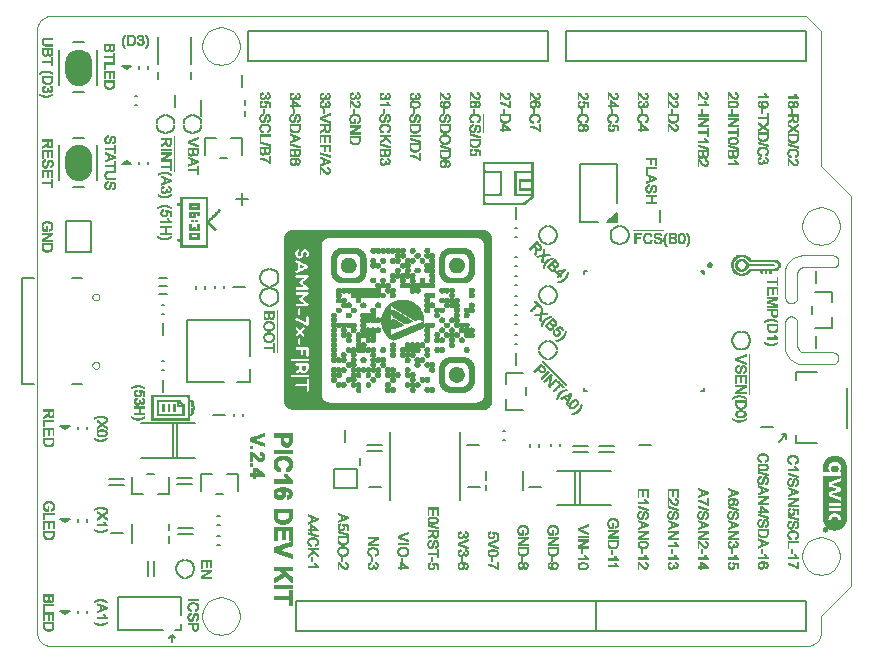
<source format=gbr>
G04 PROTEUS RS274X GERBER FILE*
%FSLAX45Y45*%
%MOMM*%
G01*
%ADD54C,0.025400*%
%ADD55C,0.031750*%
%ADD56C,0.152400*%
%ADD57C,0.101600*%
%ADD42C,0.127000*%
G36*
X+243800Y+4054350D02*
X+243800Y+4134350D01*
X+245989Y+4156841D01*
X+252286Y+4177641D01*
X+262290Y+4196346D01*
X+275597Y+4212553D01*
X+291804Y+4225860D01*
X+310509Y+4235864D01*
X+331309Y+4242161D01*
X+353800Y+4244350D01*
X+376291Y+4242161D01*
X+397091Y+4235864D01*
X+415796Y+4225860D01*
X+432003Y+4212553D01*
X+445310Y+4196346D01*
X+455314Y+4177641D01*
X+461611Y+4156841D01*
X+463800Y+4134350D01*
X+463800Y+4054350D01*
X+461611Y+4031859D01*
X+455314Y+4011059D01*
X+445310Y+3992354D01*
X+432003Y+3976147D01*
X+415796Y+3962840D01*
X+397091Y+3952836D01*
X+376291Y+3946539D01*
X+353800Y+3944350D01*
X+331309Y+3946539D01*
X+310509Y+3952836D01*
X+291804Y+3962840D01*
X+275597Y+3976147D01*
X+262290Y+3992354D01*
X+252286Y+4011059D01*
X+245989Y+4031859D01*
X+243800Y+4054350D01*
G37*
G36*
X+243800Y+4860800D02*
X+243800Y+4940800D01*
X+245989Y+4963291D01*
X+252286Y+4984091D01*
X+262290Y+5002796D01*
X+275597Y+5019003D01*
X+291804Y+5032310D01*
X+310509Y+5042314D01*
X+331309Y+5048611D01*
X+353800Y+5050800D01*
X+376291Y+5048611D01*
X+397091Y+5042314D01*
X+415796Y+5032310D01*
X+432003Y+5019003D01*
X+445310Y+5002796D01*
X+455314Y+4984091D01*
X+461611Y+4963291D01*
X+463800Y+4940800D01*
X+463800Y+4860800D01*
X+461611Y+4838309D01*
X+455314Y+4817509D01*
X+445310Y+4798804D01*
X+432003Y+4782597D01*
X+415796Y+4769290D01*
X+397091Y+4759286D01*
X+376291Y+4752989D01*
X+353800Y+4750800D01*
X+331309Y+4752989D01*
X+310509Y+4759286D01*
X+291804Y+4769290D01*
X+275597Y+4782597D01*
X+262290Y+4798804D01*
X+252286Y+4817509D01*
X+245989Y+4838309D01*
X+243800Y+4860800D01*
G37*
G36*
X+802000Y+4914750D02*
X+722000Y+4914750D01*
X+762000Y+4889750D01*
X+802000Y+4914750D01*
G37*
G36*
X+281300Y+298200D02*
X+201300Y+298200D01*
X+241300Y+273200D01*
X+281300Y+298200D01*
G37*
G36*
X+281300Y+1079350D02*
X+201300Y+1079350D01*
X+241300Y+1054350D01*
X+281300Y+1079350D01*
G37*
G36*
X+722000Y+4083200D02*
X+802000Y+4083200D01*
X+762000Y+4108200D01*
X+722000Y+4083200D01*
G37*
G36*
X+5651650Y+3176999D02*
X+5621650Y+3176999D01*
X+5651650Y+3146999D01*
X+5651650Y+3176999D01*
G37*
G36*
X+281300Y+1860400D02*
X+201300Y+1860400D01*
X+241300Y+1835400D01*
X+281300Y+1860400D01*
G37*
G36*
X+4916400Y+3587750D02*
X+4916400Y+3670300D01*
X+4833850Y+3587750D01*
X+4916400Y+3587750D01*
G37*
D54*
X+6800850Y+762000D02*
X+6800320Y+774958D01*
X+6796016Y+800876D01*
X+6787025Y+826794D01*
X+6772380Y+852712D01*
X+6749976Y+878466D01*
X+6724058Y+897958D01*
X+6698140Y+910530D01*
X+6672222Y+917866D01*
X+6646304Y+920694D01*
X+6642100Y+920750D01*
X+6483350Y+762000D02*
X+6483880Y+774958D01*
X+6488184Y+800876D01*
X+6497175Y+826794D01*
X+6511820Y+852712D01*
X+6534224Y+878466D01*
X+6560142Y+897958D01*
X+6586060Y+910530D01*
X+6611978Y+917866D01*
X+6637896Y+920694D01*
X+6642100Y+920750D01*
X+6483350Y+762000D02*
X+6483880Y+749042D01*
X+6488184Y+723124D01*
X+6497175Y+697206D01*
X+6511820Y+671288D01*
X+6534224Y+645534D01*
X+6560142Y+626042D01*
X+6586060Y+613470D01*
X+6611978Y+606134D01*
X+6637896Y+603306D01*
X+6642100Y+603250D01*
X+6800850Y+762000D02*
X+6800320Y+749042D01*
X+6796016Y+723124D01*
X+6787025Y+697206D01*
X+6772380Y+671288D01*
X+6749976Y+645534D01*
X+6724058Y+626042D01*
X+6698140Y+613470D01*
X+6672222Y+606134D01*
X+6646304Y+603306D01*
X+6642100Y+603250D01*
X+6800850Y+3556000D02*
X+6800320Y+3568958D01*
X+6796016Y+3594876D01*
X+6787025Y+3620794D01*
X+6772380Y+3646712D01*
X+6749976Y+3672466D01*
X+6724058Y+3691958D01*
X+6698140Y+3704530D01*
X+6672222Y+3711866D01*
X+6646304Y+3714694D01*
X+6642100Y+3714750D01*
X+6483350Y+3556000D02*
X+6483880Y+3568958D01*
X+6488184Y+3594876D01*
X+6497175Y+3620794D01*
X+6511820Y+3646712D01*
X+6534224Y+3672466D01*
X+6560142Y+3691958D01*
X+6586060Y+3704530D01*
X+6611978Y+3711866D01*
X+6637896Y+3714694D01*
X+6642100Y+3714750D01*
X+6483350Y+3556000D02*
X+6483880Y+3543042D01*
X+6488184Y+3517124D01*
X+6497175Y+3491206D01*
X+6511820Y+3465288D01*
X+6534224Y+3439534D01*
X+6560142Y+3420042D01*
X+6586060Y+3407470D01*
X+6611978Y+3400134D01*
X+6637896Y+3397306D01*
X+6642100Y+3397250D01*
X+6800850Y+3556000D02*
X+6800320Y+3543042D01*
X+6796016Y+3517124D01*
X+6787025Y+3491206D01*
X+6772380Y+3465288D01*
X+6749976Y+3439534D01*
X+6724058Y+3420042D01*
X+6698140Y+3407470D01*
X+6672222Y+3400134D01*
X+6646304Y+3397306D01*
X+6642100Y+3397250D01*
X+1720850Y+5080000D02*
X+1720320Y+5092958D01*
X+1716016Y+5118876D01*
X+1707025Y+5144794D01*
X+1692380Y+5170712D01*
X+1669976Y+5196466D01*
X+1644058Y+5215958D01*
X+1618140Y+5228530D01*
X+1592222Y+5235866D01*
X+1566304Y+5238694D01*
X+1562100Y+5238750D01*
X+1403350Y+5080000D02*
X+1403880Y+5092958D01*
X+1408184Y+5118876D01*
X+1417175Y+5144794D01*
X+1431820Y+5170712D01*
X+1454224Y+5196466D01*
X+1480142Y+5215958D01*
X+1506060Y+5228530D01*
X+1531978Y+5235866D01*
X+1557896Y+5238694D01*
X+1562100Y+5238750D01*
X+1403350Y+5080000D02*
X+1403880Y+5067042D01*
X+1408184Y+5041124D01*
X+1417175Y+5015206D01*
X+1431820Y+4989288D01*
X+1454224Y+4963534D01*
X+1480142Y+4944042D01*
X+1506060Y+4931470D01*
X+1531978Y+4924134D01*
X+1557896Y+4921306D01*
X+1562100Y+4921250D01*
X+1720850Y+5080000D02*
X+1720320Y+5067042D01*
X+1716016Y+5041124D01*
X+1707025Y+5015206D01*
X+1692380Y+4989288D01*
X+1669976Y+4963534D01*
X+1644058Y+4944042D01*
X+1618140Y+4931470D01*
X+1592222Y+4924134D01*
X+1566304Y+4921306D01*
X+1562100Y+4921250D01*
X+1720850Y+254000D02*
X+1720320Y+266958D01*
X+1716016Y+292876D01*
X+1707025Y+318794D01*
X+1692380Y+344712D01*
X+1669976Y+370466D01*
X+1644058Y+389958D01*
X+1618140Y+402530D01*
X+1592222Y+409866D01*
X+1566304Y+412694D01*
X+1562100Y+412750D01*
X+1403350Y+254000D02*
X+1403880Y+266958D01*
X+1408184Y+292876D01*
X+1417175Y+318794D01*
X+1431820Y+344712D01*
X+1454224Y+370466D01*
X+1480142Y+389958D01*
X+1506060Y+402530D01*
X+1531978Y+409866D01*
X+1557896Y+412694D01*
X+1562100Y+412750D01*
X+1403350Y+254000D02*
X+1403880Y+241042D01*
X+1408184Y+215124D01*
X+1417175Y+189206D01*
X+1431820Y+163288D01*
X+1454224Y+137534D01*
X+1480142Y+118042D01*
X+1506060Y+105470D01*
X+1531978Y+98134D01*
X+1557896Y+95306D01*
X+1562100Y+95250D01*
X+1720850Y+254000D02*
X+1720320Y+241042D01*
X+1716016Y+215124D01*
X+1707025Y+189206D01*
X+1692380Y+163288D01*
X+1669976Y+137534D01*
X+1644058Y+118042D01*
X+1618140Y+105470D01*
X+1592222Y+98134D01*
X+1566304Y+95306D01*
X+1562100Y+95250D01*
X+127000Y+0D02*
X+101032Y+2527D01*
X+77018Y+9798D01*
X+55423Y+21347D01*
X+36711Y+36711D01*
X+21348Y+55423D01*
X+9798Y+77018D01*
X+2527Y+101032D01*
X+0Y+127000D01*
X+0Y+5207000D01*
X+2527Y+5232967D01*
X+9798Y+5256981D01*
X+21348Y+5278577D01*
X+36711Y+5297289D01*
X+55423Y+5312652D01*
X+77018Y+5324202D01*
X+101032Y+5331473D01*
X+127000Y+5334000D01*
X+6515100Y+5334000D01*
X+6642100Y+5207000D01*
X+6642100Y+4064000D01*
X+6896100Y+3810000D01*
X+6896100Y+508000D01*
X+6642100Y+254000D01*
X+6642100Y+127000D01*
X+6639573Y+101032D01*
X+6632302Y+77018D01*
X+6620752Y+55423D01*
X+6605389Y+36711D01*
X+6586677Y+21347D01*
X+6565081Y+9798D01*
X+6541067Y+2527D01*
X+6515100Y+0D01*
X+127000Y+0D01*
D55*
X+2799715Y+788670D02*
X+2799715Y+808990D01*
X+2802255Y+671830D02*
X+2802255Y+689610D01*
X+2802255Y+781050D02*
X+2802255Y+816610D01*
X+2802255Y+854710D02*
X+2802255Y+867410D01*
X+2802255Y+913130D02*
X+2802255Y+923290D01*
X+2804795Y+666750D02*
X+2804795Y+697230D01*
X+2804795Y+778510D02*
X+2804795Y+819150D01*
X+2804795Y+854710D02*
X+2804795Y+867410D01*
X+2804795Y+913130D02*
X+2804795Y+923290D01*
X+2807335Y+661670D02*
X+2807335Y+699770D01*
X+2807335Y+773430D02*
X+2807335Y+824230D01*
X+2807335Y+854710D02*
X+2807335Y+869950D01*
X+2807335Y+913130D02*
X+2807335Y+923290D01*
X+2809875Y+659130D02*
X+2809875Y+702310D01*
X+2809875Y+770890D02*
X+2809875Y+791210D01*
X+2809875Y+806450D02*
X+2809875Y+826770D01*
X+2809875Y+854710D02*
X+2809875Y+872490D01*
X+2809875Y+913130D02*
X+2809875Y+923290D01*
X+2812415Y+656590D02*
X+2812415Y+671830D01*
X+2812415Y+689610D02*
X+2812415Y+704850D01*
X+2812415Y+770890D02*
X+2812415Y+786130D01*
X+2812415Y+811530D02*
X+2812415Y+826770D01*
X+2812415Y+854710D02*
X+2812415Y+872490D01*
X+2812415Y+913130D02*
X+2812415Y+923290D01*
X+2814955Y+654050D02*
X+2814955Y+669290D01*
X+2814955Y+692150D02*
X+2814955Y+707390D01*
X+2814955Y+768350D02*
X+2814955Y+781050D01*
X+2814955Y+816610D02*
X+2814955Y+829310D01*
X+2814955Y+854710D02*
X+2814955Y+875030D01*
X+2814955Y+913130D02*
X+2814955Y+923290D01*
X+2817495Y+654050D02*
X+2817495Y+666750D01*
X+2817495Y+694690D02*
X+2817495Y+707390D01*
X+2817495Y+768350D02*
X+2817495Y+778510D01*
X+2817495Y+819150D02*
X+2817495Y+831850D01*
X+2817495Y+854710D02*
X+2817495Y+877570D01*
X+2817495Y+913130D02*
X+2817495Y+923290D01*
X+2820035Y+654050D02*
X+2820035Y+664210D01*
X+2820035Y+697230D02*
X+2820035Y+709930D01*
X+2820035Y+765810D02*
X+2820035Y+778510D01*
X+2820035Y+821690D02*
X+2820035Y+831850D01*
X+2820035Y+854710D02*
X+2820035Y+864870D01*
X+2820035Y+867410D02*
X+2820035Y+877570D01*
X+2820035Y+913130D02*
X+2820035Y+923290D01*
X+2822575Y+651510D02*
X+2822575Y+661670D01*
X+2822575Y+697230D02*
X+2822575Y+709930D01*
X+2822575Y+765810D02*
X+2822575Y+775970D01*
X+2822575Y+821690D02*
X+2822575Y+831850D01*
X+2822575Y+854710D02*
X+2822575Y+864870D01*
X+2822575Y+867410D02*
X+2822575Y+880110D01*
X+2822575Y+913130D02*
X+2822575Y+923290D01*
X+2825115Y+651510D02*
X+2825115Y+661670D01*
X+2825115Y+699770D02*
X+2825115Y+709930D01*
X+2825115Y+763270D02*
X+2825115Y+775970D01*
X+2825115Y+824230D02*
X+2825115Y+834390D01*
X+2825115Y+854710D02*
X+2825115Y+864870D01*
X+2825115Y+869950D02*
X+2825115Y+882650D01*
X+2825115Y+913130D02*
X+2825115Y+923290D01*
X+2827655Y+651510D02*
X+2827655Y+661670D01*
X+2827655Y+699770D02*
X+2827655Y+704850D01*
X+2827655Y+763270D02*
X+2827655Y+773430D01*
X+2827655Y+824230D02*
X+2827655Y+834390D01*
X+2827655Y+854710D02*
X+2827655Y+864870D01*
X+2827655Y+872490D02*
X+2827655Y+882650D01*
X+2827655Y+913130D02*
X+2827655Y+923290D01*
X+2830195Y+651510D02*
X+2830195Y+661670D01*
X+2830195Y+717550D02*
X+2830195Y+750570D01*
X+2830195Y+768350D02*
X+2830195Y+773430D01*
X+2830195Y+824230D02*
X+2830195Y+834390D01*
X+2830195Y+854710D02*
X+2830195Y+864870D01*
X+2830195Y+872490D02*
X+2830195Y+885190D01*
X+2830195Y+913130D02*
X+2830195Y+923290D01*
X+2832735Y+651510D02*
X+2832735Y+661670D01*
X+2832735Y+717550D02*
X+2832735Y+750570D01*
X+2832735Y+826770D02*
X+2832735Y+836930D01*
X+2832735Y+854710D02*
X+2832735Y+864870D01*
X+2832735Y+875030D02*
X+2832735Y+885190D01*
X+2832735Y+913130D02*
X+2832735Y+923290D01*
X+2835275Y+651510D02*
X+2835275Y+661670D01*
X+2835275Y+717550D02*
X+2835275Y+750570D01*
X+2835275Y+826770D02*
X+2835275Y+836930D01*
X+2835275Y+854710D02*
X+2835275Y+864870D01*
X+2835275Y+877570D02*
X+2835275Y+887730D01*
X+2835275Y+913130D02*
X+2835275Y+923290D01*
X+2837815Y+654050D02*
X+2837815Y+664210D01*
X+2837815Y+717550D02*
X+2837815Y+750570D01*
X+2837815Y+826770D02*
X+2837815Y+836930D01*
X+2837815Y+854710D02*
X+2837815Y+864870D01*
X+2837815Y+877570D02*
X+2837815Y+890270D01*
X+2837815Y+913130D02*
X+2837815Y+923290D01*
X+2840355Y+654050D02*
X+2840355Y+666750D01*
X+2840355Y+826770D02*
X+2840355Y+836930D01*
X+2840355Y+854710D02*
X+2840355Y+864870D01*
X+2840355Y+880110D02*
X+2840355Y+890270D01*
X+2840355Y+913130D02*
X+2840355Y+923290D01*
X+2842895Y+656590D02*
X+2842895Y+669290D01*
X+2842895Y+826770D02*
X+2842895Y+836930D01*
X+2842895Y+854710D02*
X+2842895Y+864870D01*
X+2842895Y+882650D02*
X+2842895Y+892810D01*
X+2842895Y+913130D02*
X+2842895Y+923290D01*
X+2845435Y+659130D02*
X+2845435Y+687070D01*
X+2845435Y+826770D02*
X+2845435Y+836930D01*
X+2845435Y+854710D02*
X+2845435Y+864870D01*
X+2845435Y+882650D02*
X+2845435Y+895350D01*
X+2845435Y+913130D02*
X+2845435Y+923290D01*
X+2847975Y+661670D02*
X+2847975Y+687070D01*
X+2847975Y+826770D02*
X+2847975Y+836930D01*
X+2847975Y+854710D02*
X+2847975Y+864870D01*
X+2847975Y+885190D02*
X+2847975Y+895350D01*
X+2847975Y+913130D02*
X+2847975Y+923290D01*
X+2850515Y+669290D02*
X+2850515Y+687070D01*
X+2850515Y+826770D02*
X+2850515Y+836930D01*
X+2850515Y+854710D02*
X+2850515Y+864870D01*
X+2850515Y+887730D02*
X+2850515Y+897890D01*
X+2850515Y+913130D02*
X+2850515Y+923290D01*
X+2853055Y+664210D02*
X+2853055Y+687070D01*
X+2853055Y+826770D02*
X+2853055Y+836930D01*
X+2853055Y+854710D02*
X+2853055Y+864870D01*
X+2853055Y+887730D02*
X+2853055Y+900430D01*
X+2853055Y+913130D02*
X+2853055Y+923290D01*
X+2855595Y+661670D02*
X+2855595Y+676910D01*
X+2855595Y+826770D02*
X+2855595Y+836930D01*
X+2855595Y+854710D02*
X+2855595Y+864870D01*
X+2855595Y+890270D02*
X+2855595Y+900430D01*
X+2855595Y+913130D02*
X+2855595Y+923290D01*
X+2858135Y+659130D02*
X+2858135Y+671830D01*
X+2858135Y+826770D02*
X+2858135Y+836930D01*
X+2858135Y+854710D02*
X+2858135Y+864870D01*
X+2858135Y+892810D02*
X+2858135Y+902970D01*
X+2858135Y+913130D02*
X+2858135Y+923290D01*
X+2860675Y+659130D02*
X+2860675Y+669290D01*
X+2860675Y+824230D02*
X+2860675Y+834390D01*
X+2860675Y+854710D02*
X+2860675Y+864870D01*
X+2860675Y+892810D02*
X+2860675Y+905510D01*
X+2860675Y+913130D02*
X+2860675Y+923290D01*
X+2863215Y+656590D02*
X+2863215Y+666750D01*
X+2863215Y+824230D02*
X+2863215Y+834390D01*
X+2863215Y+854710D02*
X+2863215Y+864870D01*
X+2863215Y+895350D02*
X+2863215Y+905510D01*
X+2863215Y+913130D02*
X+2863215Y+923290D01*
X+2865755Y+656590D02*
X+2865755Y+666750D01*
X+2865755Y+699770D02*
X+2865755Y+704850D01*
X+2865755Y+765810D02*
X+2865755Y+775970D01*
X+2865755Y+824230D02*
X+2865755Y+834390D01*
X+2865755Y+854710D02*
X+2865755Y+864870D01*
X+2865755Y+895350D02*
X+2865755Y+908050D01*
X+2865755Y+913130D02*
X+2865755Y+923290D01*
X+2868295Y+656590D02*
X+2868295Y+666750D01*
X+2868295Y+699770D02*
X+2868295Y+709930D01*
X+2868295Y+765810D02*
X+2868295Y+778510D01*
X+2868295Y+821690D02*
X+2868295Y+834390D01*
X+2868295Y+854710D02*
X+2868295Y+864870D01*
X+2868295Y+897890D02*
X+2868295Y+910590D01*
X+2868295Y+913130D02*
X+2868295Y+923290D01*
X+2870835Y+656590D02*
X+2870835Y+666750D01*
X+2870835Y+697230D02*
X+2870835Y+709930D01*
X+2870835Y+768350D02*
X+2870835Y+778510D01*
X+2870835Y+821690D02*
X+2870835Y+831850D01*
X+2870835Y+854710D02*
X+2870835Y+864870D01*
X+2870835Y+900430D02*
X+2870835Y+910590D01*
X+2870835Y+913130D02*
X+2870835Y+923290D01*
X+2873375Y+656590D02*
X+2873375Y+669290D01*
X+2873375Y+697230D02*
X+2873375Y+707390D01*
X+2873375Y+768350D02*
X+2873375Y+781050D01*
X+2873375Y+819150D02*
X+2873375Y+831850D01*
X+2873375Y+854710D02*
X+2873375Y+864870D01*
X+2873375Y+900430D02*
X+2873375Y+923290D01*
X+2875915Y+659130D02*
X+2875915Y+671830D01*
X+2875915Y+694690D02*
X+2875915Y+707390D01*
X+2875915Y+770890D02*
X+2875915Y+783590D01*
X+2875915Y+816610D02*
X+2875915Y+829310D01*
X+2875915Y+854710D02*
X+2875915Y+864870D01*
X+2875915Y+902970D02*
X+2875915Y+923290D01*
X+2878455Y+659130D02*
X+2878455Y+674370D01*
X+2878455Y+689610D02*
X+2878455Y+704850D01*
X+2878455Y+770890D02*
X+2878455Y+786130D01*
X+2878455Y+814070D02*
X+2878455Y+826770D01*
X+2878455Y+854710D02*
X+2878455Y+864870D01*
X+2878455Y+905510D02*
X+2878455Y+923290D01*
X+2880995Y+661670D02*
X+2880995Y+704850D01*
X+2880995Y+773430D02*
X+2880995Y+791210D01*
X+2880995Y+806450D02*
X+2880995Y+824230D01*
X+2880995Y+854710D02*
X+2880995Y+864870D01*
X+2880995Y+905510D02*
X+2880995Y+923290D01*
X+2883535Y+664210D02*
X+2883535Y+702310D01*
X+2883535Y+775970D02*
X+2883535Y+821690D01*
X+2883535Y+854710D02*
X+2883535Y+864870D01*
X+2883535Y+908050D02*
X+2883535Y+923290D01*
X+2886075Y+666750D02*
X+2886075Y+697230D01*
X+2886075Y+778510D02*
X+2886075Y+819150D01*
X+2886075Y+854710D02*
X+2886075Y+864870D01*
X+2886075Y+910590D02*
X+2886075Y+923290D01*
X+2888615Y+674370D02*
X+2888615Y+692150D01*
X+2888615Y+781050D02*
X+2888615Y+814070D01*
X+2888615Y+854710D02*
X+2888615Y+864870D01*
X+2888615Y+910590D02*
X+2888615Y+923290D01*
X+2891155Y+788670D02*
X+2891155Y+808990D01*
X+3053715Y+791210D02*
X+3053715Y+811530D01*
X+3056255Y+659130D02*
X+3056255Y+669290D01*
X+3056255Y+783590D02*
X+3056255Y+819150D01*
X+3056255Y+862330D02*
X+3056255Y+872490D01*
X+3056255Y+920750D02*
X+3056255Y+933450D01*
X+3058795Y+659130D02*
X+3058795Y+669290D01*
X+3058795Y+778510D02*
X+3058795Y+824230D01*
X+3058795Y+862330D02*
X+3058795Y+872490D01*
X+3058795Y+918210D02*
X+3058795Y+935990D01*
X+3061335Y+659130D02*
X+3061335Y+669290D01*
X+3061335Y+775970D02*
X+3061335Y+826770D01*
X+3061335Y+862330D02*
X+3061335Y+872490D01*
X+3061335Y+918210D02*
X+3061335Y+935990D01*
X+3063875Y+659130D02*
X+3063875Y+669290D01*
X+3063875Y+773430D02*
X+3063875Y+791210D01*
X+3063875Y+811530D02*
X+3063875Y+829310D01*
X+3063875Y+862330D02*
X+3063875Y+872490D01*
X+3063875Y+918210D02*
X+3063875Y+935990D01*
X+3066415Y+659130D02*
X+3066415Y+669290D01*
X+3066415Y+770890D02*
X+3066415Y+786130D01*
X+3066415Y+816610D02*
X+3066415Y+831850D01*
X+3066415Y+862330D02*
X+3066415Y+872490D01*
X+3066415Y+915670D02*
X+3066415Y+925830D01*
X+3066415Y+928370D02*
X+3066415Y+938530D01*
X+3068955Y+659130D02*
X+3068955Y+669290D01*
X+3068955Y+768350D02*
X+3068955Y+783590D01*
X+3068955Y+819150D02*
X+3068955Y+834390D01*
X+3068955Y+862330D02*
X+3068955Y+872490D01*
X+3068955Y+915670D02*
X+3068955Y+925830D01*
X+3068955Y+928370D02*
X+3068955Y+938530D01*
X+3071495Y+659130D02*
X+3071495Y+669290D01*
X+3071495Y+768350D02*
X+3071495Y+781050D01*
X+3071495Y+821690D02*
X+3071495Y+834390D01*
X+3071495Y+862330D02*
X+3071495Y+872490D01*
X+3071495Y+915670D02*
X+3071495Y+925830D01*
X+3071495Y+928370D02*
X+3071495Y+938530D01*
X+3074035Y+659130D02*
X+3074035Y+669290D01*
X+3074035Y+765810D02*
X+3074035Y+778510D01*
X+3074035Y+824230D02*
X+3074035Y+836930D01*
X+3074035Y+862330D02*
X+3074035Y+872490D01*
X+3074035Y+913130D02*
X+3074035Y+925830D01*
X+3074035Y+928370D02*
X+3074035Y+941070D01*
X+3076575Y+648970D02*
X+3076575Y+709930D01*
X+3076575Y+765810D02*
X+3076575Y+775970D01*
X+3076575Y+826770D02*
X+3076575Y+836930D01*
X+3076575Y+862330D02*
X+3076575Y+872490D01*
X+3076575Y+913130D02*
X+3076575Y+923290D01*
X+3076575Y+930910D02*
X+3076575Y+941070D01*
X+3079115Y+648970D02*
X+3079115Y+709930D01*
X+3079115Y+763270D02*
X+3079115Y+775970D01*
X+3079115Y+826770D02*
X+3079115Y+839470D01*
X+3079115Y+862330D02*
X+3079115Y+872490D01*
X+3079115Y+910590D02*
X+3079115Y+923290D01*
X+3079115Y+930910D02*
X+3079115Y+943610D01*
X+3081655Y+648970D02*
X+3081655Y+709930D01*
X+3081655Y+763270D02*
X+3081655Y+773430D01*
X+3081655Y+829310D02*
X+3081655Y+839470D01*
X+3081655Y+862330D02*
X+3081655Y+872490D01*
X+3081655Y+910590D02*
X+3081655Y+920750D01*
X+3081655Y+933450D02*
X+3081655Y+943610D01*
X+3084195Y+648970D02*
X+3084195Y+709930D01*
X+3084195Y+715010D02*
X+3084195Y+748030D01*
X+3084195Y+763270D02*
X+3084195Y+773430D01*
X+3084195Y+829310D02*
X+3084195Y+839470D01*
X+3084195Y+862330D02*
X+3084195Y+872490D01*
X+3084195Y+910590D02*
X+3084195Y+920750D01*
X+3084195Y+933450D02*
X+3084195Y+943610D01*
X+3086735Y+659130D02*
X+3086735Y+669290D01*
X+3086735Y+697230D02*
X+3086735Y+709930D01*
X+3086735Y+715010D02*
X+3086735Y+748030D01*
X+3086735Y+760730D02*
X+3086735Y+773430D01*
X+3086735Y+831850D02*
X+3086735Y+842010D01*
X+3086735Y+862330D02*
X+3086735Y+872490D01*
X+3086735Y+908050D02*
X+3086735Y+920750D01*
X+3086735Y+933450D02*
X+3086735Y+946150D01*
X+3089275Y+659130D02*
X+3089275Y+669290D01*
X+3089275Y+694690D02*
X+3089275Y+707390D01*
X+3089275Y+715010D02*
X+3089275Y+748030D01*
X+3089275Y+760730D02*
X+3089275Y+770890D01*
X+3089275Y+831850D02*
X+3089275Y+842010D01*
X+3089275Y+862330D02*
X+3089275Y+872490D01*
X+3089275Y+908050D02*
X+3089275Y+918210D01*
X+3089275Y+935990D02*
X+3089275Y+946150D01*
X+3091815Y+659130D02*
X+3091815Y+669290D01*
X+3091815Y+692150D02*
X+3091815Y+704850D01*
X+3091815Y+715010D02*
X+3091815Y+748030D01*
X+3091815Y+760730D02*
X+3091815Y+770890D01*
X+3091815Y+831850D02*
X+3091815Y+842010D01*
X+3091815Y+862330D02*
X+3091815Y+872490D01*
X+3091815Y+908050D02*
X+3091815Y+918210D01*
X+3091815Y+935990D02*
X+3091815Y+946150D01*
X+3094355Y+659130D02*
X+3094355Y+669290D01*
X+3094355Y+692150D02*
X+3094355Y+702310D01*
X+3094355Y+760730D02*
X+3094355Y+770890D01*
X+3094355Y+831850D02*
X+3094355Y+842010D01*
X+3094355Y+862330D02*
X+3094355Y+872490D01*
X+3094355Y+905510D02*
X+3094355Y+918210D01*
X+3094355Y+938530D02*
X+3094355Y+948690D01*
X+3096895Y+659130D02*
X+3096895Y+669290D01*
X+3096895Y+689610D02*
X+3096895Y+702310D01*
X+3096895Y+760730D02*
X+3096895Y+770890D01*
X+3096895Y+831850D02*
X+3096895Y+842010D01*
X+3096895Y+862330D02*
X+3096895Y+872490D01*
X+3096895Y+905510D02*
X+3096895Y+915670D01*
X+3096895Y+938530D02*
X+3096895Y+948690D01*
X+3099435Y+659130D02*
X+3099435Y+669290D01*
X+3099435Y+687070D02*
X+3099435Y+699770D01*
X+3099435Y+760730D02*
X+3099435Y+770890D01*
X+3099435Y+831850D02*
X+3099435Y+842010D01*
X+3099435Y+862330D02*
X+3099435Y+872490D01*
X+3099435Y+902970D02*
X+3099435Y+915670D01*
X+3099435Y+938530D02*
X+3099435Y+951230D01*
X+3101975Y+659130D02*
X+3101975Y+669290D01*
X+3101975Y+684530D02*
X+3101975Y+697230D01*
X+3101975Y+760730D02*
X+3101975Y+770890D01*
X+3101975Y+831850D02*
X+3101975Y+842010D01*
X+3101975Y+862330D02*
X+3101975Y+872490D01*
X+3101975Y+902970D02*
X+3101975Y+913130D01*
X+3101975Y+941070D02*
X+3101975Y+951230D01*
X+3104515Y+659130D02*
X+3104515Y+669290D01*
X+3104515Y+684530D02*
X+3104515Y+694690D01*
X+3104515Y+760730D02*
X+3104515Y+770890D01*
X+3104515Y+831850D02*
X+3104515Y+842010D01*
X+3104515Y+862330D02*
X+3104515Y+872490D01*
X+3104515Y+902970D02*
X+3104515Y+913130D01*
X+3104515Y+941070D02*
X+3104515Y+951230D01*
X+3107055Y+659130D02*
X+3107055Y+669290D01*
X+3107055Y+681990D02*
X+3107055Y+694690D01*
X+3107055Y+760730D02*
X+3107055Y+770890D01*
X+3107055Y+831850D02*
X+3107055Y+842010D01*
X+3107055Y+862330D02*
X+3107055Y+872490D01*
X+3107055Y+900430D02*
X+3107055Y+913130D01*
X+3107055Y+941070D02*
X+3107055Y+953770D01*
X+3109595Y+659130D02*
X+3109595Y+669290D01*
X+3109595Y+679450D02*
X+3109595Y+692150D01*
X+3109595Y+760730D02*
X+3109595Y+770890D01*
X+3109595Y+831850D02*
X+3109595Y+842010D01*
X+3109595Y+862330D02*
X+3109595Y+872490D01*
X+3109595Y+900430D02*
X+3109595Y+910590D01*
X+3109595Y+943610D02*
X+3109595Y+953770D01*
X+3112135Y+659130D02*
X+3112135Y+669290D01*
X+3112135Y+679450D02*
X+3112135Y+689610D01*
X+3112135Y+760730D02*
X+3112135Y+773430D01*
X+3112135Y+829310D02*
X+3112135Y+842010D01*
X+3112135Y+862330D02*
X+3112135Y+872490D01*
X+3112135Y+900430D02*
X+3112135Y+910590D01*
X+3112135Y+943610D02*
X+3112135Y+953770D01*
X+3114675Y+659130D02*
X+3114675Y+669290D01*
X+3114675Y+676910D02*
X+3114675Y+687070D01*
X+3114675Y+763270D02*
X+3114675Y+773430D01*
X+3114675Y+829310D02*
X+3114675Y+839470D01*
X+3114675Y+862330D02*
X+3114675Y+872490D01*
X+3114675Y+897890D02*
X+3114675Y+908050D01*
X+3114675Y+946150D02*
X+3114675Y+956310D01*
X+3117215Y+659130D02*
X+3117215Y+669290D01*
X+3117215Y+674370D02*
X+3117215Y+687070D01*
X+3117215Y+763270D02*
X+3117215Y+773430D01*
X+3117215Y+829310D02*
X+3117215Y+839470D01*
X+3117215Y+862330D02*
X+3117215Y+872490D01*
X+3117215Y+897890D02*
X+3117215Y+908050D01*
X+3117215Y+946150D02*
X+3117215Y+956310D01*
X+3119755Y+659130D02*
X+3119755Y+669290D01*
X+3119755Y+671830D02*
X+3119755Y+684530D01*
X+3119755Y+763270D02*
X+3119755Y+775970D01*
X+3119755Y+829310D02*
X+3119755Y+839470D01*
X+3119755Y+862330D02*
X+3119755Y+872490D01*
X+3119755Y+895350D02*
X+3119755Y+908050D01*
X+3119755Y+946150D02*
X+3119755Y+958850D01*
X+3122295Y+659130D02*
X+3122295Y+669290D01*
X+3122295Y+671830D02*
X+3122295Y+681990D01*
X+3122295Y+765810D02*
X+3122295Y+775970D01*
X+3122295Y+826770D02*
X+3122295Y+836930D01*
X+3122295Y+862330D02*
X+3122295Y+872490D01*
X+3122295Y+895350D02*
X+3122295Y+905510D01*
X+3122295Y+948690D02*
X+3122295Y+958850D01*
X+3124835Y+659130D02*
X+3124835Y+681990D01*
X+3124835Y+765810D02*
X+3124835Y+778510D01*
X+3124835Y+824230D02*
X+3124835Y+836930D01*
X+3124835Y+862330D02*
X+3124835Y+872490D01*
X+3124835Y+895350D02*
X+3124835Y+905510D01*
X+3124835Y+948690D02*
X+3124835Y+958850D01*
X+3127375Y+659130D02*
X+3127375Y+679450D01*
X+3127375Y+768350D02*
X+3127375Y+781050D01*
X+3127375Y+821690D02*
X+3127375Y+834390D01*
X+3127375Y+862330D02*
X+3127375Y+872490D01*
X+3127375Y+892810D02*
X+3127375Y+905510D01*
X+3127375Y+951230D02*
X+3127375Y+961390D01*
X+3129915Y+659130D02*
X+3129915Y+676910D01*
X+3129915Y+768350D02*
X+3129915Y+783590D01*
X+3129915Y+819150D02*
X+3129915Y+834390D01*
X+3129915Y+862330D02*
X+3129915Y+872490D01*
X+3129915Y+892810D02*
X+3129915Y+902970D01*
X+3129915Y+951230D02*
X+3129915Y+961390D01*
X+3132455Y+659130D02*
X+3132455Y+674370D01*
X+3132455Y+770890D02*
X+3132455Y+786130D01*
X+3132455Y+816610D02*
X+3132455Y+831850D01*
X+3132455Y+862330D02*
X+3132455Y+872490D01*
X+3132455Y+892810D02*
X+3132455Y+902970D01*
X+3132455Y+951230D02*
X+3132455Y+961390D01*
X+3134995Y+659130D02*
X+3134995Y+674370D01*
X+3134995Y+773430D02*
X+3134995Y+791210D01*
X+3134995Y+811530D02*
X+3134995Y+829310D01*
X+3134995Y+862330D02*
X+3134995Y+872490D01*
X+3134995Y+890270D02*
X+3134995Y+900430D01*
X+3134995Y+953770D02*
X+3134995Y+963930D01*
X+3137535Y+659130D02*
X+3137535Y+671830D01*
X+3137535Y+775970D02*
X+3137535Y+826770D01*
X+3137535Y+862330D02*
X+3137535Y+872490D01*
X+3137535Y+890270D02*
X+3137535Y+900430D01*
X+3137535Y+953770D02*
X+3137535Y+963930D01*
X+3140075Y+659130D02*
X+3140075Y+669290D01*
X+3140075Y+778510D02*
X+3140075Y+824230D01*
X+3140075Y+862330D02*
X+3140075Y+872490D01*
X+3140075Y+887730D02*
X+3140075Y+900430D01*
X+3140075Y+953770D02*
X+3140075Y+966470D01*
X+3142615Y+659130D02*
X+3142615Y+666750D01*
X+3142615Y+783590D02*
X+3142615Y+819150D01*
X+3142615Y+862330D02*
X+3142615Y+872490D01*
X+3142615Y+887730D02*
X+3142615Y+897890D01*
X+3142615Y+956310D02*
X+3142615Y+966470D01*
X+3145155Y+791210D02*
X+3145155Y+811530D01*
X+3307715Y+852170D02*
X+3307715Y+875030D01*
X+3310255Y+671830D02*
X+3310255Y+692150D01*
X+3310255Y+781050D02*
X+3310255Y+791210D01*
X+3310255Y+847090D02*
X+3310255Y+882650D01*
X+3310255Y+915670D02*
X+3310255Y+925830D01*
X+3310255Y+976630D02*
X+3310255Y+986790D01*
X+3310255Y+1022350D02*
X+3310255Y+1032510D01*
X+3310255Y+1057910D02*
X+3310255Y+1075690D01*
X+3310255Y+1108710D02*
X+3310255Y+1174750D01*
X+3312795Y+666750D02*
X+3312795Y+697230D01*
X+3312795Y+781050D02*
X+3312795Y+791210D01*
X+3312795Y+842010D02*
X+3312795Y+887730D01*
X+3312795Y+915670D02*
X+3312795Y+928370D01*
X+3312795Y+976630D02*
X+3312795Y+986790D01*
X+3312795Y+1019810D02*
X+3312795Y+1032510D01*
X+3312795Y+1052830D02*
X+3312795Y+1083310D01*
X+3312795Y+1108710D02*
X+3312795Y+1174750D01*
X+3315335Y+661670D02*
X+3315335Y+699770D01*
X+3315335Y+781050D02*
X+3315335Y+791210D01*
X+3315335Y+839470D02*
X+3315335Y+890270D01*
X+3315335Y+918210D02*
X+3315335Y+928370D01*
X+3315335Y+976630D02*
X+3315335Y+986790D01*
X+3315335Y+1019810D02*
X+3315335Y+1029970D01*
X+3315335Y+1047750D02*
X+3315335Y+1085850D01*
X+3315335Y+1108710D02*
X+3315335Y+1174750D01*
X+3317875Y+659130D02*
X+3317875Y+702310D01*
X+3317875Y+781050D02*
X+3317875Y+791210D01*
X+3317875Y+836930D02*
X+3317875Y+854710D01*
X+3317875Y+872490D02*
X+3317875Y+892810D01*
X+3317875Y+918210D02*
X+3317875Y+930910D01*
X+3317875Y+976630D02*
X+3317875Y+986790D01*
X+3317875Y+1019810D02*
X+3317875Y+1029970D01*
X+3317875Y+1045210D02*
X+3317875Y+1088390D01*
X+3317875Y+1108710D02*
X+3317875Y+1174750D01*
X+3320415Y+659130D02*
X+3320415Y+674370D01*
X+3320415Y+689610D02*
X+3320415Y+704850D01*
X+3320415Y+781050D02*
X+3320415Y+791210D01*
X+3320415Y+834390D02*
X+3320415Y+849630D01*
X+3320415Y+880110D02*
X+3320415Y+895350D01*
X+3320415Y+920750D02*
X+3320415Y+933450D01*
X+3320415Y+976630D02*
X+3320415Y+986790D01*
X+3320415Y+1019810D02*
X+3320415Y+1029970D01*
X+3320415Y+1045210D02*
X+3320415Y+1060450D01*
X+3320415Y+1073150D02*
X+3320415Y+1088390D01*
X+3320415Y+1164590D02*
X+3320415Y+1174750D01*
X+3322955Y+656590D02*
X+3322955Y+669290D01*
X+3322955Y+694690D02*
X+3322955Y+707390D01*
X+3322955Y+781050D02*
X+3322955Y+791210D01*
X+3322955Y+834390D02*
X+3322955Y+847090D01*
X+3322955Y+882650D02*
X+3322955Y+895350D01*
X+3322955Y+923290D02*
X+3322955Y+933450D01*
X+3322955Y+976630D02*
X+3322955Y+986790D01*
X+3322955Y+1017270D02*
X+3322955Y+1027430D01*
X+3322955Y+1042670D02*
X+3322955Y+1055370D01*
X+3322955Y+1078230D02*
X+3322955Y+1090930D01*
X+3322955Y+1164590D02*
X+3322955Y+1174750D01*
X+3325495Y+654050D02*
X+3325495Y+666750D01*
X+3325495Y+697230D02*
X+3325495Y+707390D01*
X+3325495Y+781050D02*
X+3325495Y+791210D01*
X+3325495Y+834390D02*
X+3325495Y+844550D01*
X+3325495Y+885190D02*
X+3325495Y+897890D01*
X+3325495Y+923290D02*
X+3325495Y+935990D01*
X+3325495Y+976630D02*
X+3325495Y+986790D01*
X+3325495Y+1017270D02*
X+3325495Y+1027430D01*
X+3325495Y+1042670D02*
X+3325495Y+1052830D01*
X+3325495Y+1080770D02*
X+3325495Y+1090930D01*
X+3325495Y+1164590D02*
X+3325495Y+1174750D01*
X+3328035Y+654050D02*
X+3328035Y+664210D01*
X+3328035Y+697230D02*
X+3328035Y+709930D01*
X+3328035Y+781050D02*
X+3328035Y+791210D01*
X+3328035Y+831850D02*
X+3328035Y+842010D01*
X+3328035Y+887730D02*
X+3328035Y+897890D01*
X+3328035Y+925830D02*
X+3328035Y+938530D01*
X+3328035Y+976630D02*
X+3328035Y+986790D01*
X+3328035Y+1017270D02*
X+3328035Y+1027430D01*
X+3328035Y+1040130D02*
X+3328035Y+1050290D01*
X+3328035Y+1083310D02*
X+3328035Y+1093470D01*
X+3328035Y+1164590D02*
X+3328035Y+1174750D01*
X+3330575Y+654050D02*
X+3330575Y+664210D01*
X+3330575Y+699770D02*
X+3330575Y+709930D01*
X+3330575Y+781050D02*
X+3330575Y+791210D01*
X+3330575Y+831850D02*
X+3330575Y+842010D01*
X+3330575Y+887730D02*
X+3330575Y+900430D01*
X+3330575Y+925830D02*
X+3330575Y+938530D01*
X+3330575Y+976630D02*
X+3330575Y+986790D01*
X+3330575Y+1014730D02*
X+3330575Y+1027430D01*
X+3330575Y+1040130D02*
X+3330575Y+1050290D01*
X+3330575Y+1083310D02*
X+3330575Y+1093470D01*
X+3330575Y+1164590D02*
X+3330575Y+1174750D01*
X+3333115Y+651510D02*
X+3333115Y+661670D01*
X+3333115Y+699770D02*
X+3333115Y+709930D01*
X+3333115Y+781050D02*
X+3333115Y+791210D01*
X+3333115Y+831850D02*
X+3333115Y+842010D01*
X+3333115Y+890270D02*
X+3333115Y+900430D01*
X+3333115Y+928370D02*
X+3333115Y+941070D01*
X+3333115Y+976630D02*
X+3333115Y+986790D01*
X+3333115Y+1014730D02*
X+3333115Y+1024890D01*
X+3333115Y+1040130D02*
X+3333115Y+1050290D01*
X+3333115Y+1083310D02*
X+3333115Y+1093470D01*
X+3333115Y+1164590D02*
X+3333115Y+1174750D01*
X+3335655Y+651510D02*
X+3335655Y+661670D01*
X+3335655Y+781050D02*
X+3335655Y+791210D01*
X+3335655Y+831850D02*
X+3335655Y+842010D01*
X+3335655Y+890270D02*
X+3335655Y+900430D01*
X+3335655Y+930910D02*
X+3335655Y+943610D01*
X+3335655Y+976630D02*
X+3335655Y+986790D01*
X+3335655Y+1014730D02*
X+3335655Y+1024890D01*
X+3335655Y+1040130D02*
X+3335655Y+1050290D01*
X+3335655Y+1083310D02*
X+3335655Y+1093470D01*
X+3335655Y+1164590D02*
X+3335655Y+1174750D01*
X+3338195Y+651510D02*
X+3338195Y+661670D01*
X+3338195Y+717550D02*
X+3338195Y+750570D01*
X+3338195Y+781050D02*
X+3338195Y+791210D01*
X+3338195Y+831850D02*
X+3338195Y+842010D01*
X+3338195Y+890270D02*
X+3338195Y+900430D01*
X+3338195Y+933450D02*
X+3338195Y+943610D01*
X+3338195Y+976630D02*
X+3338195Y+986790D01*
X+3338195Y+1014730D02*
X+3338195Y+1024890D01*
X+3338195Y+1037590D02*
X+3338195Y+1047750D01*
X+3338195Y+1085850D02*
X+3338195Y+1096010D01*
X+3338195Y+1164590D02*
X+3338195Y+1174750D01*
X+3340735Y+651510D02*
X+3340735Y+661670D01*
X+3340735Y+717550D02*
X+3340735Y+750570D01*
X+3340735Y+781050D02*
X+3340735Y+791210D01*
X+3340735Y+831850D02*
X+3340735Y+844550D01*
X+3340735Y+933450D02*
X+3340735Y+946150D01*
X+3340735Y+976630D02*
X+3340735Y+986790D01*
X+3340735Y+1012190D02*
X+3340735Y+1022350D01*
X+3340735Y+1037590D02*
X+3340735Y+1047750D01*
X+3340735Y+1085850D02*
X+3340735Y+1096010D01*
X+3340735Y+1164590D02*
X+3340735Y+1174750D01*
X+3343275Y+651510D02*
X+3343275Y+661670D01*
X+3343275Y+717550D02*
X+3343275Y+750570D01*
X+3343275Y+781050D02*
X+3343275Y+791210D01*
X+3343275Y+834390D02*
X+3343275Y+847090D01*
X+3343275Y+935990D02*
X+3343275Y+948690D01*
X+3343275Y+976630D02*
X+3343275Y+986790D01*
X+3343275Y+1012190D02*
X+3343275Y+1022350D01*
X+3343275Y+1037590D02*
X+3343275Y+1047750D01*
X+3343275Y+1085850D02*
X+3343275Y+1096010D01*
X+3343275Y+1164590D02*
X+3343275Y+1174750D01*
X+3345815Y+651510D02*
X+3345815Y+661670D01*
X+3345815Y+717550D02*
X+3345815Y+750570D01*
X+3345815Y+781050D02*
X+3345815Y+791210D01*
X+3345815Y+834390D02*
X+3345815Y+854710D01*
X+3345815Y+938530D02*
X+3345815Y+951230D01*
X+3345815Y+976630D02*
X+3345815Y+986790D01*
X+3345815Y+1012190D02*
X+3345815Y+1022350D01*
X+3345815Y+1037590D02*
X+3345815Y+1047750D01*
X+3345815Y+1085850D02*
X+3345815Y+1096010D01*
X+3345815Y+1164590D02*
X+3345815Y+1174750D01*
X+3348355Y+651510D02*
X+3348355Y+661670D01*
X+3348355Y+781050D02*
X+3348355Y+791210D01*
X+3348355Y+836930D02*
X+3348355Y+862330D01*
X+3348355Y+941070D02*
X+3348355Y+953770D01*
X+3348355Y+976630D02*
X+3348355Y+986790D01*
X+3348355Y+1009650D02*
X+3348355Y+1022350D01*
X+3348355Y+1037590D02*
X+3348355Y+1047750D01*
X+3348355Y+1085850D02*
X+3348355Y+1096010D01*
X+3348355Y+1164590D02*
X+3348355Y+1174750D01*
X+3350895Y+654050D02*
X+3350895Y+664210D01*
X+3350895Y+697230D02*
X+3350895Y+702310D01*
X+3350895Y+781050D02*
X+3350895Y+791210D01*
X+3350895Y+839470D02*
X+3350895Y+872490D01*
X+3350895Y+935990D02*
X+3350895Y+986790D01*
X+3350895Y+1009650D02*
X+3350895Y+1019810D01*
X+3350895Y+1037590D02*
X+3350895Y+1047750D01*
X+3350895Y+1085850D02*
X+3350895Y+1096010D01*
X+3350895Y+1113790D02*
X+3350895Y+1174750D01*
X+3353435Y+654050D02*
X+3353435Y+664210D01*
X+3353435Y+694690D02*
X+3353435Y+707390D01*
X+3353435Y+781050D02*
X+3353435Y+791210D01*
X+3353435Y+842010D02*
X+3353435Y+882650D01*
X+3353435Y+930910D02*
X+3353435Y+986790D01*
X+3353435Y+1009650D02*
X+3353435Y+1019810D01*
X+3353435Y+1037590D02*
X+3353435Y+1047750D01*
X+3353435Y+1085850D02*
X+3353435Y+1096010D01*
X+3353435Y+1113790D02*
X+3353435Y+1174750D01*
X+3355975Y+654050D02*
X+3355975Y+666750D01*
X+3355975Y+692150D02*
X+3355975Y+707390D01*
X+3355975Y+781050D02*
X+3355975Y+791210D01*
X+3355975Y+847090D02*
X+3355975Y+887730D01*
X+3355975Y+925830D02*
X+3355975Y+986790D01*
X+3355975Y+1009650D02*
X+3355975Y+1019810D01*
X+3355975Y+1037590D02*
X+3355975Y+1047750D01*
X+3355975Y+1085850D02*
X+3355975Y+1096010D01*
X+3355975Y+1113790D02*
X+3355975Y+1174750D01*
X+3358515Y+656590D02*
X+3358515Y+671830D01*
X+3358515Y+689610D02*
X+3358515Y+704850D01*
X+3358515Y+781050D02*
X+3358515Y+791210D01*
X+3358515Y+854710D02*
X+3358515Y+890270D01*
X+3358515Y+923290D02*
X+3358515Y+986790D01*
X+3358515Y+1007110D02*
X+3358515Y+1017270D01*
X+3358515Y+1037590D02*
X+3358515Y+1047750D01*
X+3358515Y+1085850D02*
X+3358515Y+1096010D01*
X+3358515Y+1113790D02*
X+3358515Y+1174750D01*
X+3361055Y+659130D02*
X+3361055Y+704850D01*
X+3361055Y+781050D02*
X+3361055Y+791210D01*
X+3361055Y+862330D02*
X+3361055Y+892810D01*
X+3361055Y+920750D02*
X+3361055Y+938530D01*
X+3361055Y+976630D02*
X+3361055Y+986790D01*
X+3361055Y+1007110D02*
X+3361055Y+1017270D01*
X+3361055Y+1037590D02*
X+3361055Y+1047750D01*
X+3361055Y+1085850D02*
X+3361055Y+1096010D01*
X+3361055Y+1164590D02*
X+3361055Y+1174750D01*
X+3363595Y+661670D02*
X+3363595Y+704850D01*
X+3363595Y+781050D02*
X+3363595Y+791210D01*
X+3363595Y+872490D02*
X+3363595Y+895350D01*
X+3363595Y+920750D02*
X+3363595Y+933450D01*
X+3363595Y+976630D02*
X+3363595Y+986790D01*
X+3363595Y+1007110D02*
X+3363595Y+1017270D01*
X+3363595Y+1037590D02*
X+3363595Y+1047750D01*
X+3363595Y+1085850D02*
X+3363595Y+1096010D01*
X+3363595Y+1164590D02*
X+3363595Y+1174750D01*
X+3366135Y+664210D02*
X+3366135Y+692150D01*
X+3366135Y+694690D02*
X+3366135Y+704850D01*
X+3366135Y+781050D02*
X+3366135Y+791210D01*
X+3366135Y+880110D02*
X+3366135Y+895350D01*
X+3366135Y+918210D02*
X+3366135Y+930910D01*
X+3366135Y+976630D02*
X+3366135Y+986790D01*
X+3366135Y+1004570D02*
X+3366135Y+1017270D01*
X+3366135Y+1037590D02*
X+3366135Y+1047750D01*
X+3366135Y+1085850D02*
X+3366135Y+1096010D01*
X+3366135Y+1164590D02*
X+3366135Y+1174750D01*
X+3368675Y+669290D02*
X+3368675Y+687070D01*
X+3368675Y+694690D02*
X+3368675Y+704850D01*
X+3368675Y+781050D02*
X+3368675Y+791210D01*
X+3368675Y+885190D02*
X+3368675Y+897890D01*
X+3368675Y+918210D02*
X+3368675Y+928370D01*
X+3368675Y+976630D02*
X+3368675Y+986790D01*
X+3368675Y+1004570D02*
X+3368675Y+1014730D01*
X+3368675Y+1037590D02*
X+3368675Y+1047750D01*
X+3368675Y+1085850D02*
X+3368675Y+1096010D01*
X+3368675Y+1164590D02*
X+3368675Y+1174750D01*
X+3371215Y+692150D02*
X+3371215Y+702310D01*
X+3371215Y+781050D02*
X+3371215Y+791210D01*
X+3371215Y+887730D02*
X+3371215Y+897890D01*
X+3371215Y+918210D02*
X+3371215Y+928370D01*
X+3371215Y+976630D02*
X+3371215Y+986790D01*
X+3371215Y+1004570D02*
X+3371215Y+1014730D01*
X+3371215Y+1040130D02*
X+3371215Y+1050290D01*
X+3371215Y+1083310D02*
X+3371215Y+1093470D01*
X+3371215Y+1164590D02*
X+3371215Y+1174750D01*
X+3373755Y+692150D02*
X+3373755Y+702310D01*
X+3373755Y+781050D02*
X+3373755Y+791210D01*
X+3373755Y+887730D02*
X+3373755Y+897890D01*
X+3373755Y+918210D02*
X+3373755Y+928370D01*
X+3373755Y+976630D02*
X+3373755Y+986790D01*
X+3373755Y+1004570D02*
X+3373755Y+1014730D01*
X+3373755Y+1040130D02*
X+3373755Y+1050290D01*
X+3373755Y+1083310D02*
X+3373755Y+1093470D01*
X+3373755Y+1164590D02*
X+3373755Y+1174750D01*
X+3376295Y+692150D02*
X+3376295Y+702310D01*
X+3376295Y+781050D02*
X+3376295Y+791210D01*
X+3376295Y+834390D02*
X+3376295Y+844550D01*
X+3376295Y+887730D02*
X+3376295Y+897890D01*
X+3376295Y+918210D02*
X+3376295Y+928370D01*
X+3376295Y+976630D02*
X+3376295Y+986790D01*
X+3376295Y+1002030D02*
X+3376295Y+1012190D01*
X+3376295Y+1040130D02*
X+3376295Y+1050290D01*
X+3376295Y+1083310D02*
X+3376295Y+1093470D01*
X+3376295Y+1164590D02*
X+3376295Y+1174750D01*
X+3378835Y+692150D02*
X+3378835Y+702310D01*
X+3378835Y+781050D02*
X+3378835Y+791210D01*
X+3378835Y+834390D02*
X+3378835Y+844550D01*
X+3378835Y+887730D02*
X+3378835Y+897890D01*
X+3378835Y+918210D02*
X+3378835Y+928370D01*
X+3378835Y+976630D02*
X+3378835Y+986790D01*
X+3378835Y+1002030D02*
X+3378835Y+1012190D01*
X+3378835Y+1040130D02*
X+3378835Y+1052830D01*
X+3378835Y+1083310D02*
X+3378835Y+1093470D01*
X+3378835Y+1164590D02*
X+3378835Y+1174750D01*
X+3381375Y+689610D02*
X+3381375Y+699770D01*
X+3381375Y+781050D02*
X+3381375Y+791210D01*
X+3381375Y+834390D02*
X+3381375Y+847090D01*
X+3381375Y+887730D02*
X+3381375Y+897890D01*
X+3381375Y+918210D02*
X+3381375Y+930910D01*
X+3381375Y+976630D02*
X+3381375Y+986790D01*
X+3381375Y+1002030D02*
X+3381375Y+1012190D01*
X+3381375Y+1042670D02*
X+3381375Y+1052830D01*
X+3381375Y+1080770D02*
X+3381375Y+1090930D01*
X+3381375Y+1164590D02*
X+3381375Y+1174750D01*
X+3383915Y+689610D02*
X+3383915Y+699770D01*
X+3383915Y+781050D02*
X+3383915Y+791210D01*
X+3383915Y+836930D02*
X+3383915Y+847090D01*
X+3383915Y+885190D02*
X+3383915Y+895350D01*
X+3383915Y+920750D02*
X+3383915Y+933450D01*
X+3383915Y+976630D02*
X+3383915Y+986790D01*
X+3383915Y+999490D02*
X+3383915Y+1012190D01*
X+3383915Y+1042670D02*
X+3383915Y+1055370D01*
X+3383915Y+1078230D02*
X+3383915Y+1090930D01*
X+3383915Y+1164590D02*
X+3383915Y+1174750D01*
X+3386455Y+689610D02*
X+3386455Y+699770D01*
X+3386455Y+781050D02*
X+3386455Y+791210D01*
X+3386455Y+836930D02*
X+3386455Y+852170D01*
X+3386455Y+882650D02*
X+3386455Y+895350D01*
X+3386455Y+920750D02*
X+3386455Y+938530D01*
X+3386455Y+976630D02*
X+3386455Y+986790D01*
X+3386455Y+999490D02*
X+3386455Y+1009650D01*
X+3386455Y+1045210D02*
X+3386455Y+1060450D01*
X+3386455Y+1073150D02*
X+3386455Y+1088390D01*
X+3386455Y+1164590D02*
X+3386455Y+1174750D01*
X+3388995Y+656590D02*
X+3388995Y+699770D01*
X+3388995Y+750570D02*
X+3388995Y+821690D01*
X+3388995Y+839470D02*
X+3388995Y+857250D01*
X+3388995Y+877570D02*
X+3388995Y+892810D01*
X+3388995Y+923290D02*
X+3388995Y+986790D01*
X+3388995Y+999490D02*
X+3388995Y+1009650D01*
X+3388995Y+1045210D02*
X+3388995Y+1088390D01*
X+3388995Y+1111250D02*
X+3388995Y+1174750D01*
X+3391535Y+656590D02*
X+3391535Y+699770D01*
X+3391535Y+750570D02*
X+3391535Y+821690D01*
X+3391535Y+842010D02*
X+3391535Y+892810D01*
X+3391535Y+925830D02*
X+3391535Y+986790D01*
X+3391535Y+999490D02*
X+3391535Y+1009650D01*
X+3391535Y+1047750D02*
X+3391535Y+1085850D01*
X+3391535Y+1111250D02*
X+3391535Y+1174750D01*
X+3394075Y+656590D02*
X+3394075Y+697230D01*
X+3394075Y+750570D02*
X+3394075Y+821690D01*
X+3394075Y+844550D02*
X+3394075Y+887730D01*
X+3394075Y+928370D02*
X+3394075Y+986790D01*
X+3394075Y+996950D02*
X+3394075Y+1007110D01*
X+3394075Y+1052830D02*
X+3394075Y+1080770D01*
X+3394075Y+1111250D02*
X+3394075Y+1174750D01*
X+3396615Y+656590D02*
X+3396615Y+697230D01*
X+3396615Y+750570D02*
X+3396615Y+821690D01*
X+3396615Y+847090D02*
X+3396615Y+885190D01*
X+3396615Y+935990D02*
X+3396615Y+986790D01*
X+3396615Y+996950D02*
X+3396615Y+1007110D01*
X+3396615Y+1057910D02*
X+3396615Y+1075690D01*
X+3396615Y+1111250D02*
X+3396615Y+1174750D01*
X+3399155Y+854710D02*
X+3399155Y+877570D01*
X+3564255Y+671830D02*
X+3564255Y+689610D01*
X+3564255Y+781050D02*
X+3564255Y+798830D01*
X+3564255Y+859790D02*
X+3564255Y+872490D01*
X+3564255Y+933450D02*
X+3564255Y+951230D01*
X+3566795Y+666750D02*
X+3566795Y+697230D01*
X+3566795Y+775970D02*
X+3566795Y+806450D01*
X+3566795Y+857250D02*
X+3566795Y+875030D01*
X+3566795Y+928370D02*
X+3566795Y+958850D01*
X+3569335Y+661670D02*
X+3569335Y+699770D01*
X+3569335Y+770890D02*
X+3569335Y+808990D01*
X+3569335Y+857250D02*
X+3569335Y+875030D01*
X+3569335Y+923290D02*
X+3569335Y+961390D01*
X+3571875Y+659130D02*
X+3571875Y+702310D01*
X+3571875Y+768350D02*
X+3571875Y+811530D01*
X+3571875Y+857250D02*
X+3571875Y+875030D01*
X+3571875Y+920750D02*
X+3571875Y+963930D01*
X+3574415Y+656590D02*
X+3574415Y+671830D01*
X+3574415Y+689610D02*
X+3574415Y+704850D01*
X+3574415Y+765810D02*
X+3574415Y+781050D01*
X+3574415Y+798830D02*
X+3574415Y+814070D01*
X+3574415Y+854710D02*
X+3574415Y+864870D01*
X+3574415Y+867410D02*
X+3574415Y+877570D01*
X+3574415Y+918210D02*
X+3574415Y+933450D01*
X+3574415Y+951230D02*
X+3574415Y+966470D01*
X+3576955Y+656590D02*
X+3576955Y+669290D01*
X+3576955Y+694690D02*
X+3576955Y+707390D01*
X+3576955Y+763270D02*
X+3576955Y+778510D01*
X+3576955Y+801370D02*
X+3576955Y+816610D01*
X+3576955Y+854710D02*
X+3576955Y+864870D01*
X+3576955Y+867410D02*
X+3576955Y+877570D01*
X+3576955Y+915670D02*
X+3576955Y+930910D01*
X+3576955Y+953770D02*
X+3576955Y+969010D01*
X+3579495Y+654050D02*
X+3579495Y+666750D01*
X+3579495Y+697230D02*
X+3579495Y+707390D01*
X+3579495Y+763270D02*
X+3579495Y+775970D01*
X+3579495Y+803910D02*
X+3579495Y+816610D01*
X+3579495Y+854710D02*
X+3579495Y+864870D01*
X+3579495Y+867410D02*
X+3579495Y+877570D01*
X+3579495Y+915670D02*
X+3579495Y+928370D01*
X+3579495Y+956310D02*
X+3579495Y+969010D01*
X+3582035Y+654050D02*
X+3582035Y+664210D01*
X+3582035Y+699770D02*
X+3582035Y+709930D01*
X+3582035Y+763270D02*
X+3582035Y+773430D01*
X+3582035Y+806450D02*
X+3582035Y+819150D01*
X+3582035Y+852170D02*
X+3582035Y+864870D01*
X+3582035Y+867410D02*
X+3582035Y+880110D01*
X+3582035Y+915670D02*
X+3582035Y+925830D01*
X+3582035Y+958850D02*
X+3582035Y+971550D01*
X+3584575Y+651510D02*
X+3584575Y+664210D01*
X+3584575Y+699770D02*
X+3584575Y+709930D01*
X+3584575Y+760730D02*
X+3584575Y+770890D01*
X+3584575Y+806450D02*
X+3584575Y+819150D01*
X+3584575Y+852170D02*
X+3584575Y+862330D01*
X+3584575Y+869950D02*
X+3584575Y+880110D01*
X+3584575Y+913130D02*
X+3584575Y+923290D01*
X+3584575Y+958850D02*
X+3584575Y+971550D01*
X+3587115Y+651510D02*
X+3587115Y+661670D01*
X+3587115Y+702310D02*
X+3587115Y+709930D01*
X+3587115Y+760730D02*
X+3587115Y+770890D01*
X+3587115Y+808990D02*
X+3587115Y+819150D01*
X+3587115Y+849630D02*
X+3587115Y+862330D01*
X+3587115Y+869950D02*
X+3587115Y+882650D01*
X+3587115Y+913130D02*
X+3587115Y+923290D01*
X+3587115Y+961390D02*
X+3587115Y+971550D01*
X+3589655Y+651510D02*
X+3589655Y+661670D01*
X+3589655Y+702310D02*
X+3589655Y+709930D01*
X+3589655Y+760730D02*
X+3589655Y+770890D01*
X+3589655Y+808990D02*
X+3589655Y+814070D01*
X+3589655Y+849630D02*
X+3589655Y+859790D01*
X+3589655Y+872490D02*
X+3589655Y+882650D01*
X+3589655Y+913130D02*
X+3589655Y+923290D01*
X+3589655Y+961390D02*
X+3589655Y+966470D01*
X+3592195Y+651510D02*
X+3592195Y+661670D01*
X+3592195Y+702310D02*
X+3592195Y+712470D01*
X+3592195Y+717550D02*
X+3592195Y+750570D01*
X+3592195Y+760730D02*
X+3592195Y+770890D01*
X+3592195Y+849630D02*
X+3592195Y+859790D01*
X+3592195Y+872490D02*
X+3592195Y+882650D01*
X+3592195Y+913130D02*
X+3592195Y+923290D01*
X+3594735Y+651510D02*
X+3594735Y+661670D01*
X+3594735Y+702310D02*
X+3594735Y+712470D01*
X+3594735Y+717550D02*
X+3594735Y+750570D01*
X+3594735Y+760730D02*
X+3594735Y+770890D01*
X+3594735Y+847090D02*
X+3594735Y+859790D01*
X+3594735Y+872490D02*
X+3594735Y+885190D01*
X+3594735Y+913130D02*
X+3594735Y+923290D01*
X+3597275Y+651510D02*
X+3597275Y+661670D01*
X+3597275Y+702310D02*
X+3597275Y+712470D01*
X+3597275Y+717550D02*
X+3597275Y+750570D01*
X+3597275Y+760730D02*
X+3597275Y+770890D01*
X+3597275Y+847090D02*
X+3597275Y+857250D01*
X+3597275Y+875030D02*
X+3597275Y+885190D01*
X+3597275Y+913130D02*
X+3597275Y+923290D01*
X+3599815Y+651510D02*
X+3599815Y+661670D01*
X+3599815Y+702310D02*
X+3599815Y+712470D01*
X+3599815Y+717550D02*
X+3599815Y+750570D01*
X+3599815Y+763270D02*
X+3599815Y+773430D01*
X+3599815Y+847090D02*
X+3599815Y+857250D01*
X+3599815Y+875030D02*
X+3599815Y+885190D01*
X+3599815Y+915670D02*
X+3599815Y+925830D01*
X+3602355Y+654050D02*
X+3602355Y+664210D01*
X+3602355Y+699770D02*
X+3602355Y+712470D01*
X+3602355Y+763270D02*
X+3602355Y+775970D01*
X+3602355Y+844550D02*
X+3602355Y+857250D01*
X+3602355Y+877570D02*
X+3602355Y+887730D01*
X+3602355Y+915670D02*
X+3602355Y+928370D01*
X+3604895Y+654050D02*
X+3604895Y+666750D01*
X+3604895Y+697230D02*
X+3604895Y+712470D01*
X+3604895Y+765810D02*
X+3604895Y+778510D01*
X+3604895Y+844550D02*
X+3604895Y+854710D01*
X+3604895Y+877570D02*
X+3604895Y+887730D01*
X+3604895Y+918210D02*
X+3604895Y+930910D01*
X+3607435Y+654050D02*
X+3607435Y+669290D01*
X+3607435Y+694690D02*
X+3607435Y+712470D01*
X+3607435Y+768350D02*
X+3607435Y+796290D01*
X+3607435Y+842010D02*
X+3607435Y+854710D01*
X+3607435Y+877570D02*
X+3607435Y+890270D01*
X+3607435Y+920750D02*
X+3607435Y+948690D01*
X+3609975Y+656590D02*
X+3609975Y+671830D01*
X+3609975Y+689610D02*
X+3609975Y+712470D01*
X+3609975Y+770890D02*
X+3609975Y+796290D01*
X+3609975Y+842010D02*
X+3609975Y+852170D01*
X+3609975Y+880110D02*
X+3609975Y+890270D01*
X+3609975Y+923290D02*
X+3609975Y+948690D01*
X+3612515Y+659130D02*
X+3612515Y+699770D01*
X+3612515Y+702310D02*
X+3612515Y+712470D01*
X+3612515Y+778510D02*
X+3612515Y+796290D01*
X+3612515Y+842010D02*
X+3612515Y+852170D01*
X+3612515Y+880110D02*
X+3612515Y+890270D01*
X+3612515Y+930910D02*
X+3612515Y+948690D01*
X+3615055Y+661670D02*
X+3615055Y+697230D01*
X+3615055Y+702310D02*
X+3615055Y+712470D01*
X+3615055Y+773430D02*
X+3615055Y+796290D01*
X+3615055Y+839470D02*
X+3615055Y+852170D01*
X+3615055Y+880110D02*
X+3615055Y+892810D01*
X+3615055Y+925830D02*
X+3615055Y+948690D01*
X+3617595Y+664210D02*
X+3617595Y+694690D01*
X+3617595Y+702310D02*
X+3617595Y+712470D01*
X+3617595Y+770890D02*
X+3617595Y+786130D01*
X+3617595Y+839470D02*
X+3617595Y+849630D01*
X+3617595Y+882650D02*
X+3617595Y+892810D01*
X+3617595Y+923290D02*
X+3617595Y+938530D01*
X+3620135Y+671830D02*
X+3620135Y+687070D01*
X+3620135Y+702310D02*
X+3620135Y+712470D01*
X+3620135Y+768350D02*
X+3620135Y+781050D01*
X+3620135Y+839470D02*
X+3620135Y+849630D01*
X+3620135Y+882650D02*
X+3620135Y+892810D01*
X+3620135Y+920750D02*
X+3620135Y+933450D01*
X+3622675Y+702310D02*
X+3622675Y+709930D01*
X+3622675Y+768350D02*
X+3622675Y+778510D01*
X+3622675Y+836930D02*
X+3622675Y+847090D01*
X+3622675Y+885190D02*
X+3622675Y+895350D01*
X+3622675Y+920750D02*
X+3622675Y+930910D01*
X+3625215Y+699770D02*
X+3625215Y+709930D01*
X+3625215Y+765810D02*
X+3625215Y+775970D01*
X+3625215Y+836930D02*
X+3625215Y+847090D01*
X+3625215Y+885190D02*
X+3625215Y+895350D01*
X+3625215Y+918210D02*
X+3625215Y+928370D01*
X+3627755Y+699770D02*
X+3627755Y+709930D01*
X+3627755Y+765810D02*
X+3627755Y+775970D01*
X+3627755Y+808990D02*
X+3627755Y+814070D01*
X+3627755Y+834390D02*
X+3627755Y+847090D01*
X+3627755Y+885190D02*
X+3627755Y+897890D01*
X+3627755Y+918210D02*
X+3627755Y+928370D01*
X+3627755Y+961390D02*
X+3627755Y+966470D01*
X+3630295Y+654050D02*
X+3630295Y+664210D01*
X+3630295Y+697230D02*
X+3630295Y+709930D01*
X+3630295Y+765810D02*
X+3630295Y+775970D01*
X+3630295Y+808990D02*
X+3630295Y+819150D01*
X+3630295Y+834390D02*
X+3630295Y+844550D01*
X+3630295Y+887730D02*
X+3630295Y+897890D01*
X+3630295Y+918210D02*
X+3630295Y+928370D01*
X+3630295Y+961390D02*
X+3630295Y+971550D01*
X+3632835Y+654050D02*
X+3632835Y+666750D01*
X+3632835Y+697230D02*
X+3632835Y+707390D01*
X+3632835Y+765810D02*
X+3632835Y+775970D01*
X+3632835Y+806450D02*
X+3632835Y+819150D01*
X+3632835Y+834390D02*
X+3632835Y+844550D01*
X+3632835Y+887730D02*
X+3632835Y+897890D01*
X+3632835Y+918210D02*
X+3632835Y+928370D01*
X+3632835Y+958850D02*
X+3632835Y+971550D01*
X+3635375Y+656590D02*
X+3635375Y+666750D01*
X+3635375Y+694690D02*
X+3635375Y+707390D01*
X+3635375Y+765810D02*
X+3635375Y+778510D01*
X+3635375Y+806450D02*
X+3635375Y+816610D01*
X+3635375Y+831850D02*
X+3635375Y+844550D01*
X+3635375Y+890270D02*
X+3635375Y+900430D01*
X+3635375Y+918210D02*
X+3635375Y+930910D01*
X+3635375Y+958850D02*
X+3635375Y+969010D01*
X+3637915Y+656590D02*
X+3637915Y+669290D01*
X+3637915Y+692150D02*
X+3637915Y+704850D01*
X+3637915Y+768350D02*
X+3637915Y+781050D01*
X+3637915Y+803910D02*
X+3637915Y+816610D01*
X+3637915Y+831850D02*
X+3637915Y+842010D01*
X+3637915Y+890270D02*
X+3637915Y+900430D01*
X+3637915Y+920750D02*
X+3637915Y+933450D01*
X+3637915Y+956310D02*
X+3637915Y+969010D01*
X+3640455Y+656590D02*
X+3640455Y+674370D01*
X+3640455Y+687070D02*
X+3640455Y+704850D01*
X+3640455Y+768350D02*
X+3640455Y+783590D01*
X+3640455Y+798830D02*
X+3640455Y+814070D01*
X+3640455Y+831850D02*
X+3640455Y+842010D01*
X+3640455Y+890270D02*
X+3640455Y+900430D01*
X+3640455Y+920750D02*
X+3640455Y+935990D01*
X+3640455Y+951230D02*
X+3640455Y+966470D01*
X+3642995Y+659130D02*
X+3642995Y+702310D01*
X+3642995Y+770890D02*
X+3642995Y+814070D01*
X+3642995Y+829310D02*
X+3642995Y+839470D01*
X+3642995Y+892810D02*
X+3642995Y+902970D01*
X+3642995Y+923290D02*
X+3642995Y+966470D01*
X+3645535Y+661670D02*
X+3645535Y+699770D01*
X+3645535Y+773430D02*
X+3645535Y+811530D01*
X+3645535Y+829310D02*
X+3645535Y+839470D01*
X+3645535Y+892810D02*
X+3645535Y+902970D01*
X+3645535Y+925830D02*
X+3645535Y+963930D01*
X+3648075Y+664210D02*
X+3648075Y+694690D01*
X+3648075Y+775970D02*
X+3648075Y+806450D01*
X+3648075Y+826770D02*
X+3648075Y+839470D01*
X+3648075Y+892810D02*
X+3648075Y+905510D01*
X+3648075Y+928370D02*
X+3648075Y+958850D01*
X+3650615Y+671830D02*
X+3650615Y+689610D01*
X+3650615Y+783590D02*
X+3650615Y+801370D01*
X+3650615Y+826770D02*
X+3650615Y+836930D01*
X+3650615Y+895350D02*
X+3650615Y+905510D01*
X+3650615Y+935990D02*
X+3650615Y+953770D01*
X+3818255Y+687070D02*
X+3818255Y+697230D01*
X+3818255Y+781050D02*
X+3818255Y+798830D01*
X+3818255Y+859790D02*
X+3818255Y+872490D01*
X+3818255Y+933450D02*
X+3818255Y+953770D01*
X+3820795Y+687070D02*
X+3820795Y+697230D01*
X+3820795Y+775970D02*
X+3820795Y+806450D01*
X+3820795Y+857250D02*
X+3820795Y+875030D01*
X+3820795Y+928370D02*
X+3820795Y+958850D01*
X+3823335Y+687070D02*
X+3823335Y+697230D01*
X+3823335Y+770890D02*
X+3823335Y+808990D01*
X+3823335Y+857250D02*
X+3823335Y+875030D01*
X+3823335Y+923290D02*
X+3823335Y+961390D01*
X+3825875Y+687070D02*
X+3825875Y+697230D01*
X+3825875Y+768350D02*
X+3825875Y+811530D01*
X+3825875Y+857250D02*
X+3825875Y+875030D01*
X+3825875Y+920750D02*
X+3825875Y+963930D01*
X+3828415Y+687070D02*
X+3828415Y+697230D01*
X+3828415Y+768350D02*
X+3828415Y+783590D01*
X+3828415Y+796290D02*
X+3828415Y+811530D01*
X+3828415Y+854710D02*
X+3828415Y+864870D01*
X+3828415Y+867410D02*
X+3828415Y+877570D01*
X+3828415Y+920750D02*
X+3828415Y+935990D01*
X+3828415Y+951230D02*
X+3828415Y+966470D01*
X+3830955Y+684530D02*
X+3830955Y+694690D01*
X+3830955Y+765810D02*
X+3830955Y+778510D01*
X+3830955Y+801370D02*
X+3830955Y+814070D01*
X+3830955Y+854710D02*
X+3830955Y+864870D01*
X+3830955Y+867410D02*
X+3830955Y+877570D01*
X+3830955Y+918210D02*
X+3830955Y+930910D01*
X+3830955Y+956310D02*
X+3830955Y+969010D01*
X+3833495Y+684530D02*
X+3833495Y+694690D01*
X+3833495Y+765810D02*
X+3833495Y+775970D01*
X+3833495Y+803910D02*
X+3833495Y+814070D01*
X+3833495Y+854710D02*
X+3833495Y+864870D01*
X+3833495Y+867410D02*
X+3833495Y+877570D01*
X+3833495Y+915670D02*
X+3833495Y+928370D01*
X+3833495Y+958850D02*
X+3833495Y+969010D01*
X+3836035Y+684530D02*
X+3836035Y+694690D01*
X+3836035Y+763270D02*
X+3836035Y+773430D01*
X+3836035Y+806450D02*
X+3836035Y+816610D01*
X+3836035Y+852170D02*
X+3836035Y+864870D01*
X+3836035Y+867410D02*
X+3836035Y+880110D01*
X+3836035Y+915670D02*
X+3836035Y+925830D01*
X+3836035Y+958850D02*
X+3836035Y+971550D01*
X+3838575Y+684530D02*
X+3838575Y+694690D01*
X+3838575Y+763270D02*
X+3838575Y+773430D01*
X+3838575Y+806450D02*
X+3838575Y+816610D01*
X+3838575Y+852170D02*
X+3838575Y+862330D01*
X+3838575Y+869950D02*
X+3838575Y+880110D01*
X+3838575Y+915670D02*
X+3838575Y+925830D01*
X+3838575Y+961390D02*
X+3838575Y+971550D01*
X+3841115Y+681990D02*
X+3841115Y+692150D01*
X+3841115Y+763270D02*
X+3841115Y+773430D01*
X+3841115Y+806450D02*
X+3841115Y+816610D01*
X+3841115Y+849630D02*
X+3841115Y+862330D01*
X+3841115Y+869950D02*
X+3841115Y+882650D01*
X+3841115Y+913130D02*
X+3841115Y+923290D01*
X+3841115Y+961390D02*
X+3841115Y+971550D01*
X+3843655Y+681990D02*
X+3843655Y+692150D01*
X+3843655Y+763270D02*
X+3843655Y+773430D01*
X+3843655Y+806450D02*
X+3843655Y+816610D01*
X+3843655Y+849630D02*
X+3843655Y+859790D01*
X+3843655Y+872490D02*
X+3843655Y+882650D01*
X+3843655Y+913130D02*
X+3843655Y+923290D01*
X+3846195Y+681990D02*
X+3846195Y+692150D01*
X+3846195Y+717550D02*
X+3846195Y+750570D01*
X+3846195Y+760730D02*
X+3846195Y+770890D01*
X+3846195Y+808990D02*
X+3846195Y+819150D01*
X+3846195Y+849630D02*
X+3846195Y+859790D01*
X+3846195Y+872490D02*
X+3846195Y+882650D01*
X+3846195Y+913130D02*
X+3846195Y+923290D01*
X+3848735Y+681990D02*
X+3848735Y+692150D01*
X+3848735Y+717550D02*
X+3848735Y+750570D01*
X+3848735Y+760730D02*
X+3848735Y+770890D01*
X+3848735Y+808990D02*
X+3848735Y+819150D01*
X+3848735Y+847090D02*
X+3848735Y+859790D01*
X+3848735Y+872490D02*
X+3848735Y+885190D01*
X+3848735Y+913130D02*
X+3848735Y+923290D01*
X+3851275Y+679450D02*
X+3851275Y+689610D01*
X+3851275Y+717550D02*
X+3851275Y+750570D01*
X+3851275Y+760730D02*
X+3851275Y+770890D01*
X+3851275Y+808990D02*
X+3851275Y+819150D01*
X+3851275Y+847090D02*
X+3851275Y+857250D01*
X+3851275Y+875030D02*
X+3851275Y+885190D01*
X+3851275Y+913130D02*
X+3851275Y+923290D01*
X+3853815Y+679450D02*
X+3853815Y+689610D01*
X+3853815Y+717550D02*
X+3853815Y+750570D01*
X+3853815Y+760730D02*
X+3853815Y+770890D01*
X+3853815Y+808990D02*
X+3853815Y+819150D01*
X+3853815Y+847090D02*
X+3853815Y+857250D01*
X+3853815Y+875030D02*
X+3853815Y+885190D01*
X+3853815Y+913130D02*
X+3853815Y+923290D01*
X+3856355Y+679450D02*
X+3856355Y+687070D01*
X+3856355Y+760730D02*
X+3856355Y+770890D01*
X+3856355Y+808990D02*
X+3856355Y+819150D01*
X+3856355Y+844550D02*
X+3856355Y+857250D01*
X+3856355Y+877570D02*
X+3856355Y+887730D01*
X+3856355Y+913130D02*
X+3856355Y+923290D01*
X+3858895Y+676910D02*
X+3858895Y+687070D01*
X+3858895Y+760730D02*
X+3858895Y+770890D01*
X+3858895Y+808990D02*
X+3858895Y+819150D01*
X+3858895Y+844550D02*
X+3858895Y+854710D01*
X+3858895Y+877570D02*
X+3858895Y+887730D01*
X+3858895Y+915670D02*
X+3858895Y+925830D01*
X+3858895Y+958850D02*
X+3858895Y+963930D01*
X+3861435Y+676910D02*
X+3861435Y+687070D01*
X+3861435Y+760730D02*
X+3861435Y+770890D01*
X+3861435Y+808990D02*
X+3861435Y+819150D01*
X+3861435Y+842010D02*
X+3861435Y+854710D01*
X+3861435Y+877570D02*
X+3861435Y+890270D01*
X+3861435Y+915670D02*
X+3861435Y+925830D01*
X+3861435Y+956310D02*
X+3861435Y+969010D01*
X+3863975Y+674370D02*
X+3863975Y+684530D01*
X+3863975Y+760730D02*
X+3863975Y+770890D01*
X+3863975Y+808990D02*
X+3863975Y+819150D01*
X+3863975Y+842010D02*
X+3863975Y+852170D01*
X+3863975Y+880110D02*
X+3863975Y+890270D01*
X+3863975Y+915670D02*
X+3863975Y+928370D01*
X+3863975Y+953770D02*
X+3863975Y+969010D01*
X+3866515Y+674370D02*
X+3866515Y+684530D01*
X+3866515Y+760730D02*
X+3866515Y+770890D01*
X+3866515Y+808990D02*
X+3866515Y+819150D01*
X+3866515Y+842010D02*
X+3866515Y+852170D01*
X+3866515Y+880110D02*
X+3866515Y+890270D01*
X+3866515Y+918210D02*
X+3866515Y+933450D01*
X+3866515Y+951230D02*
X+3866515Y+966470D01*
X+3869055Y+671830D02*
X+3869055Y+681990D01*
X+3869055Y+760730D02*
X+3869055Y+770890D01*
X+3869055Y+808990D02*
X+3869055Y+819150D01*
X+3869055Y+839470D02*
X+3869055Y+852170D01*
X+3869055Y+880110D02*
X+3869055Y+892810D01*
X+3869055Y+920750D02*
X+3869055Y+966470D01*
X+3871595Y+671830D02*
X+3871595Y+681990D01*
X+3871595Y+760730D02*
X+3871595Y+770890D01*
X+3871595Y+808990D02*
X+3871595Y+819150D01*
X+3871595Y+839470D02*
X+3871595Y+849630D01*
X+3871595Y+882650D02*
X+3871595Y+892810D01*
X+3871595Y+923290D02*
X+3871595Y+966470D01*
X+3874135Y+669290D02*
X+3874135Y+679450D01*
X+3874135Y+760730D02*
X+3874135Y+770890D01*
X+3874135Y+808990D02*
X+3874135Y+819150D01*
X+3874135Y+839470D02*
X+3874135Y+849630D01*
X+3874135Y+882650D02*
X+3874135Y+892810D01*
X+3874135Y+925830D02*
X+3874135Y+953770D01*
X+3874135Y+956310D02*
X+3874135Y+966470D01*
X+3876675Y+669290D02*
X+3876675Y+676910D01*
X+3876675Y+760730D02*
X+3876675Y+770890D01*
X+3876675Y+808990D02*
X+3876675Y+819150D01*
X+3876675Y+836930D02*
X+3876675Y+847090D01*
X+3876675Y+885190D02*
X+3876675Y+895350D01*
X+3876675Y+930910D02*
X+3876675Y+948690D01*
X+3876675Y+956310D02*
X+3876675Y+966470D01*
X+3879215Y+666750D02*
X+3879215Y+676910D01*
X+3879215Y+763270D02*
X+3879215Y+773430D01*
X+3879215Y+806450D02*
X+3879215Y+816610D01*
X+3879215Y+836930D02*
X+3879215Y+847090D01*
X+3879215Y+885190D02*
X+3879215Y+895350D01*
X+3879215Y+953770D02*
X+3879215Y+963930D01*
X+3881755Y+666750D02*
X+3881755Y+674370D01*
X+3881755Y+763270D02*
X+3881755Y+773430D01*
X+3881755Y+806450D02*
X+3881755Y+816610D01*
X+3881755Y+834390D02*
X+3881755Y+847090D01*
X+3881755Y+885190D02*
X+3881755Y+897890D01*
X+3881755Y+953770D02*
X+3881755Y+963930D01*
X+3884295Y+664210D02*
X+3884295Y+674370D01*
X+3884295Y+763270D02*
X+3884295Y+773430D01*
X+3884295Y+806450D02*
X+3884295Y+816610D01*
X+3884295Y+834390D02*
X+3884295Y+844550D01*
X+3884295Y+887730D02*
X+3884295Y+897890D01*
X+3884295Y+953770D02*
X+3884295Y+963930D01*
X+3886835Y+661670D02*
X+3886835Y+671830D01*
X+3886835Y+763270D02*
X+3886835Y+775970D01*
X+3886835Y+806450D02*
X+3886835Y+816610D01*
X+3886835Y+834390D02*
X+3886835Y+844550D01*
X+3886835Y+887730D02*
X+3886835Y+897890D01*
X+3886835Y+953770D02*
X+3886835Y+963930D01*
X+3889375Y+661670D02*
X+3889375Y+669290D01*
X+3889375Y+765810D02*
X+3889375Y+775970D01*
X+3889375Y+803910D02*
X+3889375Y+814070D01*
X+3889375Y+831850D02*
X+3889375Y+844550D01*
X+3889375Y+890270D02*
X+3889375Y+900430D01*
X+3889375Y+951230D02*
X+3889375Y+961390D01*
X+3891915Y+659130D02*
X+3891915Y+666750D01*
X+3891915Y+765810D02*
X+3891915Y+778510D01*
X+3891915Y+801370D02*
X+3891915Y+814070D01*
X+3891915Y+831850D02*
X+3891915Y+842010D01*
X+3891915Y+890270D02*
X+3891915Y+900430D01*
X+3891915Y+951230D02*
X+3891915Y+961390D01*
X+3894455Y+656590D02*
X+3894455Y+664210D01*
X+3894455Y+768350D02*
X+3894455Y+783590D01*
X+3894455Y+796290D02*
X+3894455Y+811530D01*
X+3894455Y+831850D02*
X+3894455Y+842010D01*
X+3894455Y+890270D02*
X+3894455Y+900430D01*
X+3894455Y+951230D02*
X+3894455Y+961390D01*
X+3896995Y+654050D02*
X+3896995Y+709930D01*
X+3896995Y+768350D02*
X+3896995Y+811530D01*
X+3896995Y+829310D02*
X+3896995Y+839470D01*
X+3896995Y+892810D02*
X+3896995Y+902970D01*
X+3896995Y+918210D02*
X+3896995Y+961390D01*
X+3899535Y+654050D02*
X+3899535Y+709930D01*
X+3899535Y+770890D02*
X+3899535Y+808990D01*
X+3899535Y+829310D02*
X+3899535Y+839470D01*
X+3899535Y+892810D02*
X+3899535Y+902970D01*
X+3899535Y+918210D02*
X+3899535Y+961390D01*
X+3902075Y+654050D02*
X+3902075Y+709930D01*
X+3902075Y+775970D02*
X+3902075Y+803910D01*
X+3902075Y+826770D02*
X+3902075Y+839470D01*
X+3902075Y+892810D02*
X+3902075Y+905510D01*
X+3902075Y+918210D02*
X+3902075Y+958850D01*
X+3904615Y+654050D02*
X+3904615Y+709930D01*
X+3904615Y+781050D02*
X+3904615Y+798830D01*
X+3904615Y+826770D02*
X+3904615Y+836930D01*
X+3904615Y+895350D02*
X+3904615Y+905510D01*
X+3904615Y+918210D02*
X+3904615Y+958850D01*
X+4069715Y+969010D02*
X+4069715Y+991870D01*
X+4072255Y+674370D02*
X+4072255Y+692150D01*
X+4072255Y+793750D02*
X+4072255Y+836930D01*
X+4072255Y+857250D02*
X+4072255Y+869950D01*
X+4072255Y+915670D02*
X+4072255Y+925830D01*
X+4072255Y+961390D02*
X+4072255Y+999490D01*
X+4074795Y+666750D02*
X+4074795Y+699770D01*
X+4074795Y+786130D02*
X+4074795Y+836930D01*
X+4074795Y+857250D02*
X+4074795Y+869950D01*
X+4074795Y+915670D02*
X+4074795Y+925830D01*
X+4074795Y+956310D02*
X+4074795Y+1004570D01*
X+4077335Y+664210D02*
X+4077335Y+702310D01*
X+4077335Y+781050D02*
X+4077335Y+836930D01*
X+4077335Y+857250D02*
X+4077335Y+872490D01*
X+4077335Y+915670D02*
X+4077335Y+925830D01*
X+4077335Y+951230D02*
X+4077335Y+1009650D01*
X+4079875Y+661670D02*
X+4079875Y+704850D01*
X+4079875Y+778510D02*
X+4079875Y+836930D01*
X+4079875Y+857250D02*
X+4079875Y+875030D01*
X+4079875Y+915670D02*
X+4079875Y+925830D01*
X+4079875Y+946150D02*
X+4079875Y+971550D01*
X+4079875Y+991870D02*
X+4079875Y+1012190D01*
X+4082415Y+659130D02*
X+4082415Y+674370D01*
X+4082415Y+692150D02*
X+4082415Y+707390D01*
X+4082415Y+775970D02*
X+4082415Y+793750D01*
X+4082415Y+826770D02*
X+4082415Y+836930D01*
X+4082415Y+857250D02*
X+4082415Y+875030D01*
X+4082415Y+915670D02*
X+4082415Y+925830D01*
X+4082415Y+943610D02*
X+4082415Y+963930D01*
X+4082415Y+996950D02*
X+4082415Y+1014730D01*
X+4084955Y+656590D02*
X+4084955Y+669290D01*
X+4084955Y+697230D02*
X+4084955Y+709930D01*
X+4084955Y+773430D02*
X+4084955Y+788670D01*
X+4084955Y+826770D02*
X+4084955Y+836930D01*
X+4084955Y+857250D02*
X+4084955Y+877570D01*
X+4084955Y+915670D02*
X+4084955Y+925830D01*
X+4084955Y+943610D02*
X+4084955Y+958850D01*
X+4084955Y+1002030D02*
X+4084955Y+1014730D01*
X+4087495Y+656590D02*
X+4087495Y+666750D01*
X+4087495Y+699770D02*
X+4087495Y+709930D01*
X+4087495Y+773430D02*
X+4087495Y+786130D01*
X+4087495Y+826770D02*
X+4087495Y+836930D01*
X+4087495Y+857250D02*
X+4087495Y+880110D01*
X+4087495Y+915670D02*
X+4087495Y+925830D01*
X+4087495Y+943610D02*
X+4087495Y+956310D01*
X+4087495Y+1004570D02*
X+4087495Y+1017270D01*
X+4090035Y+654050D02*
X+4090035Y+666750D01*
X+4090035Y+699770D02*
X+4090035Y+712470D01*
X+4090035Y+770890D02*
X+4090035Y+783590D01*
X+4090035Y+826770D02*
X+4090035Y+836930D01*
X+4090035Y+857250D02*
X+4090035Y+867410D01*
X+4090035Y+869950D02*
X+4090035Y+880110D01*
X+4090035Y+915670D02*
X+4090035Y+925830D01*
X+4090035Y+943610D02*
X+4090035Y+953770D01*
X+4090035Y+1007110D02*
X+4090035Y+1019810D01*
X+4092575Y+654050D02*
X+4092575Y+664210D01*
X+4092575Y+702310D02*
X+4092575Y+712470D01*
X+4092575Y+770890D02*
X+4092575Y+781050D01*
X+4092575Y+826770D02*
X+4092575Y+836930D01*
X+4092575Y+857250D02*
X+4092575Y+867410D01*
X+4092575Y+869950D02*
X+4092575Y+882650D01*
X+4092575Y+915670D02*
X+4092575Y+925830D01*
X+4092575Y+943610D02*
X+4092575Y+953770D01*
X+4092575Y+1009650D02*
X+4092575Y+1019810D01*
X+4095115Y+654050D02*
X+4095115Y+664210D01*
X+4095115Y+702310D02*
X+4095115Y+712470D01*
X+4095115Y+768350D02*
X+4095115Y+781050D01*
X+4095115Y+826770D02*
X+4095115Y+836930D01*
X+4095115Y+857250D02*
X+4095115Y+867410D01*
X+4095115Y+872490D02*
X+4095115Y+885190D01*
X+4095115Y+915670D02*
X+4095115Y+925830D01*
X+4095115Y+943610D02*
X+4095115Y+953770D01*
X+4095115Y+1009650D02*
X+4095115Y+1022350D01*
X+4097655Y+654050D02*
X+4097655Y+664210D01*
X+4097655Y+702310D02*
X+4097655Y+712470D01*
X+4097655Y+768350D02*
X+4097655Y+778510D01*
X+4097655Y+826770D02*
X+4097655Y+836930D01*
X+4097655Y+857250D02*
X+4097655Y+867410D01*
X+4097655Y+875030D02*
X+4097655Y+885190D01*
X+4097655Y+915670D02*
X+4097655Y+925830D01*
X+4097655Y+943610D02*
X+4097655Y+953770D01*
X+4097655Y+1012190D02*
X+4097655Y+1022350D01*
X+4100195Y+654050D02*
X+4100195Y+664210D01*
X+4100195Y+702310D02*
X+4100195Y+712470D01*
X+4100195Y+720090D02*
X+4100195Y+753110D01*
X+4100195Y+768350D02*
X+4100195Y+778510D01*
X+4100195Y+826770D02*
X+4100195Y+836930D01*
X+4100195Y+857250D02*
X+4100195Y+867410D01*
X+4100195Y+875030D02*
X+4100195Y+887730D01*
X+4100195Y+915670D02*
X+4100195Y+925830D01*
X+4100195Y+943610D02*
X+4100195Y+953770D01*
X+4100195Y+1012190D02*
X+4100195Y+1022350D01*
X+4102735Y+654050D02*
X+4102735Y+664210D01*
X+4102735Y+702310D02*
X+4102735Y+712470D01*
X+4102735Y+720090D02*
X+4102735Y+753110D01*
X+4102735Y+765810D02*
X+4102735Y+778510D01*
X+4102735Y+826770D02*
X+4102735Y+836930D01*
X+4102735Y+857250D02*
X+4102735Y+867410D01*
X+4102735Y+877570D02*
X+4102735Y+887730D01*
X+4102735Y+915670D02*
X+4102735Y+925830D01*
X+4102735Y+943610D02*
X+4102735Y+953770D01*
X+4102735Y+1012190D02*
X+4102735Y+1024890D01*
X+4105275Y+654050D02*
X+4105275Y+666750D01*
X+4105275Y+699770D02*
X+4105275Y+712470D01*
X+4105275Y+720090D02*
X+4105275Y+753110D01*
X+4105275Y+765810D02*
X+4105275Y+775970D01*
X+4105275Y+826770D02*
X+4105275Y+836930D01*
X+4105275Y+857250D02*
X+4105275Y+867410D01*
X+4105275Y+880110D02*
X+4105275Y+890270D01*
X+4105275Y+915670D02*
X+4105275Y+925830D01*
X+4105275Y+943610D02*
X+4105275Y+953770D01*
X+4105275Y+1014730D02*
X+4105275Y+1024890D01*
X+4107815Y+656590D02*
X+4107815Y+666750D01*
X+4107815Y+699770D02*
X+4107815Y+709930D01*
X+4107815Y+720090D02*
X+4107815Y+753110D01*
X+4107815Y+765810D02*
X+4107815Y+775970D01*
X+4107815Y+826770D02*
X+4107815Y+836930D01*
X+4107815Y+857250D02*
X+4107815Y+867410D01*
X+4107815Y+880110D02*
X+4107815Y+892810D01*
X+4107815Y+915670D02*
X+4107815Y+925830D01*
X+4107815Y+943610D02*
X+4107815Y+981710D01*
X+4107815Y+1014730D02*
X+4107815Y+1024890D01*
X+4110355Y+656590D02*
X+4110355Y+669290D01*
X+4110355Y+697230D02*
X+4110355Y+709930D01*
X+4110355Y+765810D02*
X+4110355Y+775970D01*
X+4110355Y+826770D02*
X+4110355Y+836930D01*
X+4110355Y+857250D02*
X+4110355Y+867410D01*
X+4110355Y+882650D02*
X+4110355Y+892810D01*
X+4110355Y+915670D02*
X+4110355Y+925830D01*
X+4110355Y+943610D02*
X+4110355Y+981710D01*
X+4110355Y+1014730D02*
X+4110355Y+1024890D01*
X+4112895Y+659130D02*
X+4112895Y+674370D01*
X+4112895Y+692150D02*
X+4112895Y+707390D01*
X+4112895Y+765810D02*
X+4112895Y+775970D01*
X+4112895Y+826770D02*
X+4112895Y+836930D01*
X+4112895Y+857250D02*
X+4112895Y+867410D01*
X+4112895Y+885190D02*
X+4112895Y+895350D01*
X+4112895Y+915670D02*
X+4112895Y+925830D01*
X+4112895Y+943610D02*
X+4112895Y+981710D01*
X+4112895Y+1014730D02*
X+4112895Y+1024890D01*
X+4115435Y+661670D02*
X+4115435Y+704850D01*
X+4115435Y+765810D02*
X+4115435Y+775970D01*
X+4115435Y+826770D02*
X+4115435Y+836930D01*
X+4115435Y+857250D02*
X+4115435Y+867410D01*
X+4115435Y+885190D02*
X+4115435Y+897890D01*
X+4115435Y+915670D02*
X+4115435Y+925830D01*
X+4115435Y+943610D02*
X+4115435Y+981710D01*
X+4115435Y+1014730D02*
X+4115435Y+1024890D01*
X+4117975Y+664210D02*
X+4117975Y+702310D01*
X+4117975Y+765810D02*
X+4117975Y+775970D01*
X+4117975Y+826770D02*
X+4117975Y+836930D01*
X+4117975Y+857250D02*
X+4117975Y+867410D01*
X+4117975Y+887730D02*
X+4117975Y+897890D01*
X+4117975Y+915670D02*
X+4117975Y+925830D01*
X+4117975Y+1014730D02*
X+4117975Y+1024890D01*
X+4120515Y+666750D02*
X+4120515Y+699770D01*
X+4120515Y+765810D02*
X+4120515Y+775970D01*
X+4120515Y+826770D02*
X+4120515Y+836930D01*
X+4120515Y+857250D02*
X+4120515Y+867410D01*
X+4120515Y+890270D02*
X+4120515Y+900430D01*
X+4120515Y+915670D02*
X+4120515Y+925830D01*
X+4120515Y+1014730D02*
X+4120515Y+1024890D01*
X+4123055Y+661670D02*
X+4123055Y+702310D01*
X+4123055Y+765810D02*
X+4123055Y+775970D01*
X+4123055Y+826770D02*
X+4123055Y+836930D01*
X+4123055Y+857250D02*
X+4123055Y+867410D01*
X+4123055Y+890270D02*
X+4123055Y+902970D01*
X+4123055Y+915670D02*
X+4123055Y+925830D01*
X+4123055Y+1014730D02*
X+4123055Y+1024890D01*
X+4125595Y+659130D02*
X+4125595Y+674370D01*
X+4125595Y+692150D02*
X+4125595Y+704850D01*
X+4125595Y+765810D02*
X+4125595Y+775970D01*
X+4125595Y+826770D02*
X+4125595Y+836930D01*
X+4125595Y+857250D02*
X+4125595Y+867410D01*
X+4125595Y+892810D02*
X+4125595Y+902970D01*
X+4125595Y+915670D02*
X+4125595Y+925830D01*
X+4125595Y+1014730D02*
X+4125595Y+1024890D01*
X+4128135Y+659130D02*
X+4128135Y+669290D01*
X+4128135Y+694690D02*
X+4128135Y+707390D01*
X+4128135Y+765810D02*
X+4128135Y+775970D01*
X+4128135Y+826770D02*
X+4128135Y+836930D01*
X+4128135Y+857250D02*
X+4128135Y+867410D01*
X+4128135Y+895350D02*
X+4128135Y+905510D01*
X+4128135Y+915670D02*
X+4128135Y+925830D01*
X+4128135Y+1012190D02*
X+4128135Y+1022350D01*
X+4130675Y+656590D02*
X+4130675Y+669290D01*
X+4130675Y+697230D02*
X+4130675Y+709930D01*
X+4130675Y+768350D02*
X+4130675Y+778510D01*
X+4130675Y+826770D02*
X+4130675Y+836930D01*
X+4130675Y+857250D02*
X+4130675Y+867410D01*
X+4130675Y+895350D02*
X+4130675Y+908050D01*
X+4130675Y+915670D02*
X+4130675Y+925830D01*
X+4130675Y+1012190D02*
X+4130675Y+1022350D01*
X+4133215Y+656590D02*
X+4133215Y+666750D01*
X+4133215Y+699770D02*
X+4133215Y+709930D01*
X+4133215Y+768350D02*
X+4133215Y+778510D01*
X+4133215Y+826770D02*
X+4133215Y+836930D01*
X+4133215Y+857250D02*
X+4133215Y+867410D01*
X+4133215Y+897890D02*
X+4133215Y+908050D01*
X+4133215Y+915670D02*
X+4133215Y+925830D01*
X+4133215Y+1012190D02*
X+4133215Y+1022350D01*
X+4135755Y+656590D02*
X+4135755Y+666750D01*
X+4135755Y+699770D02*
X+4135755Y+709930D01*
X+4135755Y+768350D02*
X+4135755Y+778510D01*
X+4135755Y+826770D02*
X+4135755Y+836930D01*
X+4135755Y+857250D02*
X+4135755Y+867410D01*
X+4135755Y+897890D02*
X+4135755Y+910590D01*
X+4135755Y+915670D02*
X+4135755Y+925830D01*
X+4135755Y+943610D02*
X+4135755Y+956310D01*
X+4135755Y+1009650D02*
X+4135755Y+1022350D01*
X+4138295Y+656590D02*
X+4138295Y+666750D01*
X+4138295Y+699770D02*
X+4138295Y+709930D01*
X+4138295Y+770890D02*
X+4138295Y+781050D01*
X+4138295Y+826770D02*
X+4138295Y+836930D01*
X+4138295Y+857250D02*
X+4138295Y+867410D01*
X+4138295Y+900430D02*
X+4138295Y+913130D01*
X+4138295Y+915670D02*
X+4138295Y+925830D01*
X+4138295Y+946150D02*
X+4138295Y+956310D01*
X+4138295Y+1009650D02*
X+4138295Y+1019810D01*
X+4140835Y+656590D02*
X+4140835Y+666750D01*
X+4140835Y+699770D02*
X+4140835Y+709930D01*
X+4140835Y+770890D02*
X+4140835Y+783590D01*
X+4140835Y+826770D02*
X+4140835Y+836930D01*
X+4140835Y+857250D02*
X+4140835Y+867410D01*
X+4140835Y+902970D02*
X+4140835Y+913130D01*
X+4140835Y+915670D02*
X+4140835Y+925830D01*
X+4140835Y+946150D02*
X+4140835Y+956310D01*
X+4140835Y+1007110D02*
X+4140835Y+1019810D01*
X+4143375Y+656590D02*
X+4143375Y+669290D01*
X+4143375Y+697230D02*
X+4143375Y+709930D01*
X+4143375Y+770890D02*
X+4143375Y+786130D01*
X+4143375Y+826770D02*
X+4143375Y+836930D01*
X+4143375Y+857250D02*
X+4143375Y+867410D01*
X+4143375Y+902970D02*
X+4143375Y+925830D01*
X+4143375Y+946150D02*
X+4143375Y+958850D01*
X+4143375Y+1004570D02*
X+4143375Y+1017270D01*
X+4145915Y+659130D02*
X+4145915Y+671830D01*
X+4145915Y+694690D02*
X+4145915Y+707390D01*
X+4145915Y+773430D02*
X+4145915Y+788670D01*
X+4145915Y+826770D02*
X+4145915Y+836930D01*
X+4145915Y+857250D02*
X+4145915Y+867410D01*
X+4145915Y+905510D02*
X+4145915Y+925830D01*
X+4145915Y+948690D02*
X+4145915Y+961390D01*
X+4145915Y+1002030D02*
X+4145915Y+1017270D01*
X+4148455Y+659130D02*
X+4148455Y+674370D01*
X+4148455Y+692150D02*
X+4148455Y+707390D01*
X+4148455Y+775970D02*
X+4148455Y+793750D01*
X+4148455Y+826770D02*
X+4148455Y+836930D01*
X+4148455Y+857250D02*
X+4148455Y+867410D01*
X+4148455Y+908050D02*
X+4148455Y+925830D01*
X+4148455Y+951230D02*
X+4148455Y+966470D01*
X+4148455Y+996950D02*
X+4148455Y+1014730D01*
X+4150995Y+661670D02*
X+4150995Y+704850D01*
X+4150995Y+778510D02*
X+4150995Y+836930D01*
X+4150995Y+857250D02*
X+4150995Y+867410D01*
X+4150995Y+908050D02*
X+4150995Y+925830D01*
X+4150995Y+951230D02*
X+4150995Y+971550D01*
X+4150995Y+991870D02*
X+4150995Y+1012190D01*
X+4153535Y+664210D02*
X+4153535Y+702310D01*
X+4153535Y+781050D02*
X+4153535Y+836930D01*
X+4153535Y+857250D02*
X+4153535Y+867410D01*
X+4153535Y+910590D02*
X+4153535Y+925830D01*
X+4153535Y+953770D02*
X+4153535Y+1009650D01*
X+4156075Y+666750D02*
X+4156075Y+699770D01*
X+4156075Y+786130D02*
X+4156075Y+836930D01*
X+4156075Y+857250D02*
X+4156075Y+867410D01*
X+4156075Y+913130D02*
X+4156075Y+925830D01*
X+4156075Y+956310D02*
X+4156075Y+1004570D01*
X+4158615Y+674370D02*
X+4158615Y+692150D01*
X+4158615Y+791210D02*
X+4158615Y+836930D01*
X+4158615Y+857250D02*
X+4158615Y+867410D01*
X+4158615Y+913130D02*
X+4158615Y+925830D01*
X+4158615Y+961390D02*
X+4158615Y+999490D01*
X+4161155Y+969010D02*
X+4161155Y+991870D01*
X+4323715Y+969010D02*
X+4323715Y+991870D01*
X+4326255Y+676910D02*
X+4326255Y+694690D01*
X+4326255Y+793750D02*
X+4326255Y+836930D01*
X+4326255Y+857250D02*
X+4326255Y+869950D01*
X+4326255Y+915670D02*
X+4326255Y+925830D01*
X+4326255Y+961390D02*
X+4326255Y+999490D01*
X+4328795Y+671830D02*
X+4328795Y+699770D01*
X+4328795Y+786130D02*
X+4328795Y+836930D01*
X+4328795Y+857250D02*
X+4328795Y+869950D01*
X+4328795Y+915670D02*
X+4328795Y+925830D01*
X+4328795Y+956310D02*
X+4328795Y+1004570D01*
X+4331335Y+666750D02*
X+4331335Y+702310D01*
X+4331335Y+781050D02*
X+4331335Y+836930D01*
X+4331335Y+857250D02*
X+4331335Y+872490D01*
X+4331335Y+915670D02*
X+4331335Y+925830D01*
X+4331335Y+951230D02*
X+4331335Y+1009650D01*
X+4333875Y+664210D02*
X+4333875Y+704850D01*
X+4333875Y+778510D02*
X+4333875Y+836930D01*
X+4333875Y+857250D02*
X+4333875Y+875030D01*
X+4333875Y+915670D02*
X+4333875Y+925830D01*
X+4333875Y+946150D02*
X+4333875Y+971550D01*
X+4333875Y+991870D02*
X+4333875Y+1012190D01*
X+4336415Y+661670D02*
X+4336415Y+676910D01*
X+4336415Y+692150D02*
X+4336415Y+707390D01*
X+4336415Y+775970D02*
X+4336415Y+793750D01*
X+4336415Y+826770D02*
X+4336415Y+836930D01*
X+4336415Y+857250D02*
X+4336415Y+875030D01*
X+4336415Y+915670D02*
X+4336415Y+925830D01*
X+4336415Y+943610D02*
X+4336415Y+963930D01*
X+4336415Y+996950D02*
X+4336415Y+1014730D01*
X+4338955Y+661670D02*
X+4338955Y+671830D01*
X+4338955Y+694690D02*
X+4338955Y+707390D01*
X+4338955Y+773430D02*
X+4338955Y+788670D01*
X+4338955Y+826770D02*
X+4338955Y+836930D01*
X+4338955Y+857250D02*
X+4338955Y+877570D01*
X+4338955Y+915670D02*
X+4338955Y+925830D01*
X+4338955Y+943610D02*
X+4338955Y+958850D01*
X+4338955Y+1002030D02*
X+4338955Y+1014730D01*
X+4341495Y+659130D02*
X+4341495Y+669290D01*
X+4341495Y+697230D02*
X+4341495Y+707390D01*
X+4341495Y+773430D02*
X+4341495Y+786130D01*
X+4341495Y+826770D02*
X+4341495Y+836930D01*
X+4341495Y+857250D02*
X+4341495Y+880110D01*
X+4341495Y+915670D02*
X+4341495Y+925830D01*
X+4341495Y+943610D02*
X+4341495Y+956310D01*
X+4341495Y+1004570D02*
X+4341495Y+1017270D01*
X+4344035Y+659130D02*
X+4344035Y+669290D01*
X+4344035Y+699770D02*
X+4344035Y+709930D01*
X+4344035Y+770890D02*
X+4344035Y+783590D01*
X+4344035Y+826770D02*
X+4344035Y+836930D01*
X+4344035Y+857250D02*
X+4344035Y+867410D01*
X+4344035Y+869950D02*
X+4344035Y+880110D01*
X+4344035Y+915670D02*
X+4344035Y+925830D01*
X+4344035Y+943610D02*
X+4344035Y+953770D01*
X+4344035Y+1007110D02*
X+4344035Y+1019810D01*
X+4346575Y+656590D02*
X+4346575Y+666750D01*
X+4346575Y+699770D02*
X+4346575Y+709930D01*
X+4346575Y+770890D02*
X+4346575Y+781050D01*
X+4346575Y+826770D02*
X+4346575Y+836930D01*
X+4346575Y+857250D02*
X+4346575Y+867410D01*
X+4346575Y+869950D02*
X+4346575Y+882650D01*
X+4346575Y+915670D02*
X+4346575Y+925830D01*
X+4346575Y+943610D02*
X+4346575Y+953770D01*
X+4346575Y+1009650D02*
X+4346575Y+1019810D01*
X+4349115Y+656590D02*
X+4349115Y+666750D01*
X+4349115Y+768350D02*
X+4349115Y+781050D01*
X+4349115Y+826770D02*
X+4349115Y+836930D01*
X+4349115Y+857250D02*
X+4349115Y+867410D01*
X+4349115Y+872490D02*
X+4349115Y+885190D01*
X+4349115Y+915670D02*
X+4349115Y+925830D01*
X+4349115Y+943610D02*
X+4349115Y+953770D01*
X+4349115Y+1009650D02*
X+4349115Y+1022350D01*
X+4351655Y+656590D02*
X+4351655Y+666750D01*
X+4351655Y+768350D02*
X+4351655Y+778510D01*
X+4351655Y+826770D02*
X+4351655Y+836930D01*
X+4351655Y+857250D02*
X+4351655Y+867410D01*
X+4351655Y+875030D02*
X+4351655Y+885190D01*
X+4351655Y+915670D02*
X+4351655Y+925830D01*
X+4351655Y+943610D02*
X+4351655Y+953770D01*
X+4351655Y+1012190D02*
X+4351655Y+1022350D01*
X+4354195Y+656590D02*
X+4354195Y+664210D01*
X+4354195Y+720090D02*
X+4354195Y+753110D01*
X+4354195Y+768350D02*
X+4354195Y+778510D01*
X+4354195Y+826770D02*
X+4354195Y+836930D01*
X+4354195Y+857250D02*
X+4354195Y+867410D01*
X+4354195Y+875030D02*
X+4354195Y+887730D01*
X+4354195Y+915670D02*
X+4354195Y+925830D01*
X+4354195Y+943610D02*
X+4354195Y+953770D01*
X+4354195Y+1012190D02*
X+4354195Y+1022350D01*
X+4356735Y+654050D02*
X+4356735Y+664210D01*
X+4356735Y+676910D02*
X+4356735Y+694690D01*
X+4356735Y+720090D02*
X+4356735Y+753110D01*
X+4356735Y+765810D02*
X+4356735Y+778510D01*
X+4356735Y+826770D02*
X+4356735Y+836930D01*
X+4356735Y+857250D02*
X+4356735Y+867410D01*
X+4356735Y+877570D02*
X+4356735Y+887730D01*
X+4356735Y+915670D02*
X+4356735Y+925830D01*
X+4356735Y+943610D02*
X+4356735Y+953770D01*
X+4356735Y+1012190D02*
X+4356735Y+1024890D01*
X+4359275Y+654050D02*
X+4359275Y+664210D01*
X+4359275Y+671830D02*
X+4359275Y+699770D01*
X+4359275Y+720090D02*
X+4359275Y+753110D01*
X+4359275Y+765810D02*
X+4359275Y+775970D01*
X+4359275Y+826770D02*
X+4359275Y+836930D01*
X+4359275Y+857250D02*
X+4359275Y+867410D01*
X+4359275Y+880110D02*
X+4359275Y+890270D01*
X+4359275Y+915670D02*
X+4359275Y+925830D01*
X+4359275Y+943610D02*
X+4359275Y+953770D01*
X+4359275Y+1014730D02*
X+4359275Y+1024890D01*
X+4361815Y+654050D02*
X+4361815Y+664210D01*
X+4361815Y+669290D02*
X+4361815Y+702310D01*
X+4361815Y+720090D02*
X+4361815Y+753110D01*
X+4361815Y+765810D02*
X+4361815Y+775970D01*
X+4361815Y+826770D02*
X+4361815Y+836930D01*
X+4361815Y+857250D02*
X+4361815Y+867410D01*
X+4361815Y+880110D02*
X+4361815Y+892810D01*
X+4361815Y+915670D02*
X+4361815Y+925830D01*
X+4361815Y+943610D02*
X+4361815Y+981710D01*
X+4361815Y+1014730D02*
X+4361815Y+1024890D01*
X+4364355Y+654050D02*
X+4364355Y+664210D01*
X+4364355Y+666750D02*
X+4364355Y+704850D01*
X+4364355Y+765810D02*
X+4364355Y+775970D01*
X+4364355Y+826770D02*
X+4364355Y+836930D01*
X+4364355Y+857250D02*
X+4364355Y+867410D01*
X+4364355Y+882650D02*
X+4364355Y+892810D01*
X+4364355Y+915670D02*
X+4364355Y+925830D01*
X+4364355Y+943610D02*
X+4364355Y+981710D01*
X+4364355Y+1014730D02*
X+4364355Y+1024890D01*
X+4366895Y+654050D02*
X+4366895Y+674370D01*
X+4366895Y+692150D02*
X+4366895Y+707390D01*
X+4366895Y+765810D02*
X+4366895Y+775970D01*
X+4366895Y+826770D02*
X+4366895Y+836930D01*
X+4366895Y+857250D02*
X+4366895Y+867410D01*
X+4366895Y+885190D02*
X+4366895Y+895350D01*
X+4366895Y+915670D02*
X+4366895Y+925830D01*
X+4366895Y+943610D02*
X+4366895Y+981710D01*
X+4366895Y+1014730D02*
X+4366895Y+1024890D01*
X+4369435Y+654050D02*
X+4369435Y+671830D01*
X+4369435Y+697230D02*
X+4369435Y+709930D01*
X+4369435Y+765810D02*
X+4369435Y+775970D01*
X+4369435Y+826770D02*
X+4369435Y+836930D01*
X+4369435Y+857250D02*
X+4369435Y+867410D01*
X+4369435Y+885190D02*
X+4369435Y+897890D01*
X+4369435Y+915670D02*
X+4369435Y+925830D01*
X+4369435Y+943610D02*
X+4369435Y+981710D01*
X+4369435Y+1014730D02*
X+4369435Y+1024890D01*
X+4371975Y+654050D02*
X+4371975Y+669290D01*
X+4371975Y+699770D02*
X+4371975Y+709930D01*
X+4371975Y+765810D02*
X+4371975Y+775970D01*
X+4371975Y+826770D02*
X+4371975Y+836930D01*
X+4371975Y+857250D02*
X+4371975Y+867410D01*
X+4371975Y+887730D02*
X+4371975Y+897890D01*
X+4371975Y+915670D02*
X+4371975Y+925830D01*
X+4371975Y+1014730D02*
X+4371975Y+1024890D01*
X+4374515Y+654050D02*
X+4374515Y+666750D01*
X+4374515Y+699770D02*
X+4374515Y+709930D01*
X+4374515Y+765810D02*
X+4374515Y+775970D01*
X+4374515Y+826770D02*
X+4374515Y+836930D01*
X+4374515Y+857250D02*
X+4374515Y+867410D01*
X+4374515Y+890270D02*
X+4374515Y+900430D01*
X+4374515Y+915670D02*
X+4374515Y+925830D01*
X+4374515Y+1014730D02*
X+4374515Y+1024890D01*
X+4377055Y+654050D02*
X+4377055Y+664210D01*
X+4377055Y+702310D02*
X+4377055Y+712470D01*
X+4377055Y+765810D02*
X+4377055Y+775970D01*
X+4377055Y+826770D02*
X+4377055Y+836930D01*
X+4377055Y+857250D02*
X+4377055Y+867410D01*
X+4377055Y+890270D02*
X+4377055Y+902970D01*
X+4377055Y+915670D02*
X+4377055Y+925830D01*
X+4377055Y+1014730D02*
X+4377055Y+1024890D01*
X+4379595Y+654050D02*
X+4379595Y+664210D01*
X+4379595Y+702310D02*
X+4379595Y+712470D01*
X+4379595Y+765810D02*
X+4379595Y+775970D01*
X+4379595Y+826770D02*
X+4379595Y+836930D01*
X+4379595Y+857250D02*
X+4379595Y+867410D01*
X+4379595Y+892810D02*
X+4379595Y+902970D01*
X+4379595Y+915670D02*
X+4379595Y+925830D01*
X+4379595Y+1014730D02*
X+4379595Y+1024890D01*
X+4382135Y+654050D02*
X+4382135Y+664210D01*
X+4382135Y+702310D02*
X+4382135Y+712470D01*
X+4382135Y+765810D02*
X+4382135Y+775970D01*
X+4382135Y+826770D02*
X+4382135Y+836930D01*
X+4382135Y+857250D02*
X+4382135Y+867410D01*
X+4382135Y+895350D02*
X+4382135Y+905510D01*
X+4382135Y+915670D02*
X+4382135Y+925830D01*
X+4382135Y+1012190D02*
X+4382135Y+1022350D01*
X+4384675Y+654050D02*
X+4384675Y+664210D01*
X+4384675Y+702310D02*
X+4384675Y+712470D01*
X+4384675Y+768350D02*
X+4384675Y+778510D01*
X+4384675Y+826770D02*
X+4384675Y+836930D01*
X+4384675Y+857250D02*
X+4384675Y+867410D01*
X+4384675Y+895350D02*
X+4384675Y+908050D01*
X+4384675Y+915670D02*
X+4384675Y+925830D01*
X+4384675Y+1012190D02*
X+4384675Y+1022350D01*
X+4387215Y+654050D02*
X+4387215Y+664210D01*
X+4387215Y+702310D02*
X+4387215Y+712470D01*
X+4387215Y+768350D02*
X+4387215Y+778510D01*
X+4387215Y+826770D02*
X+4387215Y+836930D01*
X+4387215Y+857250D02*
X+4387215Y+867410D01*
X+4387215Y+897890D02*
X+4387215Y+908050D01*
X+4387215Y+915670D02*
X+4387215Y+925830D01*
X+4387215Y+1012190D02*
X+4387215Y+1022350D01*
X+4389755Y+656590D02*
X+4389755Y+664210D01*
X+4389755Y+702310D02*
X+4389755Y+712470D01*
X+4389755Y+768350D02*
X+4389755Y+778510D01*
X+4389755Y+826770D02*
X+4389755Y+836930D01*
X+4389755Y+857250D02*
X+4389755Y+867410D01*
X+4389755Y+897890D02*
X+4389755Y+910590D01*
X+4389755Y+915670D02*
X+4389755Y+925830D01*
X+4389755Y+943610D02*
X+4389755Y+956310D01*
X+4389755Y+1009650D02*
X+4389755Y+1022350D01*
X+4392295Y+656590D02*
X+4392295Y+664210D01*
X+4392295Y+699770D02*
X+4392295Y+712470D01*
X+4392295Y+770890D02*
X+4392295Y+781050D01*
X+4392295Y+826770D02*
X+4392295Y+836930D01*
X+4392295Y+857250D02*
X+4392295Y+867410D01*
X+4392295Y+900430D02*
X+4392295Y+913130D01*
X+4392295Y+915670D02*
X+4392295Y+925830D01*
X+4392295Y+946150D02*
X+4392295Y+956310D01*
X+4392295Y+1009650D02*
X+4392295Y+1019810D01*
X+4394835Y+656590D02*
X+4394835Y+666750D01*
X+4394835Y+699770D02*
X+4394835Y+709930D01*
X+4394835Y+770890D02*
X+4394835Y+783590D01*
X+4394835Y+826770D02*
X+4394835Y+836930D01*
X+4394835Y+857250D02*
X+4394835Y+867410D01*
X+4394835Y+902970D02*
X+4394835Y+913130D01*
X+4394835Y+915670D02*
X+4394835Y+925830D01*
X+4394835Y+946150D02*
X+4394835Y+956310D01*
X+4394835Y+1007110D02*
X+4394835Y+1019810D01*
X+4397375Y+659130D02*
X+4397375Y+669290D01*
X+4397375Y+697230D02*
X+4397375Y+709930D01*
X+4397375Y+770890D02*
X+4397375Y+786130D01*
X+4397375Y+826770D02*
X+4397375Y+836930D01*
X+4397375Y+857250D02*
X+4397375Y+867410D01*
X+4397375Y+902970D02*
X+4397375Y+925830D01*
X+4397375Y+946150D02*
X+4397375Y+958850D01*
X+4397375Y+1004570D02*
X+4397375Y+1017270D01*
X+4399915Y+659130D02*
X+4399915Y+669290D01*
X+4399915Y+694690D02*
X+4399915Y+709930D01*
X+4399915Y+773430D02*
X+4399915Y+788670D01*
X+4399915Y+826770D02*
X+4399915Y+836930D01*
X+4399915Y+857250D02*
X+4399915Y+867410D01*
X+4399915Y+905510D02*
X+4399915Y+925830D01*
X+4399915Y+948690D02*
X+4399915Y+961390D01*
X+4399915Y+1002030D02*
X+4399915Y+1017270D01*
X+4402455Y+661670D02*
X+4402455Y+674370D01*
X+4402455Y+689610D02*
X+4402455Y+707390D01*
X+4402455Y+775970D02*
X+4402455Y+793750D01*
X+4402455Y+826770D02*
X+4402455Y+836930D01*
X+4402455Y+857250D02*
X+4402455Y+867410D01*
X+4402455Y+908050D02*
X+4402455Y+925830D01*
X+4402455Y+951230D02*
X+4402455Y+966470D01*
X+4402455Y+996950D02*
X+4402455Y+1014730D01*
X+4404995Y+664210D02*
X+4404995Y+704850D01*
X+4404995Y+778510D02*
X+4404995Y+836930D01*
X+4404995Y+857250D02*
X+4404995Y+867410D01*
X+4404995Y+908050D02*
X+4404995Y+925830D01*
X+4404995Y+951230D02*
X+4404995Y+971550D01*
X+4404995Y+991870D02*
X+4404995Y+1012190D01*
X+4407535Y+666750D02*
X+4407535Y+702310D01*
X+4407535Y+781050D02*
X+4407535Y+836930D01*
X+4407535Y+857250D02*
X+4407535Y+867410D01*
X+4407535Y+910590D02*
X+4407535Y+925830D01*
X+4407535Y+953770D02*
X+4407535Y+1009650D01*
X+4410075Y+669290D02*
X+4410075Y+699770D01*
X+4410075Y+786130D02*
X+4410075Y+836930D01*
X+4410075Y+857250D02*
X+4410075Y+867410D01*
X+4410075Y+913130D02*
X+4410075Y+925830D01*
X+4410075Y+956310D02*
X+4410075Y+1004570D01*
X+4412615Y+676910D02*
X+4412615Y+692150D01*
X+4412615Y+791210D02*
X+4412615Y+836930D01*
X+4412615Y+857250D02*
X+4412615Y+867410D01*
X+4412615Y+913130D02*
X+4412615Y+925830D01*
X+4412615Y+961390D02*
X+4412615Y+999490D01*
X+4415155Y+969010D02*
X+4415155Y+991870D01*
X+4580255Y+671830D02*
X+4580255Y+689610D01*
X+4580255Y+737870D02*
X+4580255Y+748030D01*
X+4580255Y+834390D02*
X+4580255Y+847090D01*
X+4580255Y+892810D02*
X+4580255Y+902970D01*
X+4580255Y+925830D02*
X+4580255Y+935990D01*
X+4580255Y+984250D02*
X+4580255Y+996950D01*
X+4582795Y+666750D02*
X+4582795Y+697230D01*
X+4582795Y+737870D02*
X+4582795Y+748030D01*
X+4582795Y+834390D02*
X+4582795Y+847090D01*
X+4582795Y+892810D02*
X+4582795Y+902970D01*
X+4582795Y+925830D02*
X+4582795Y+935990D01*
X+4582795Y+981710D02*
X+4582795Y+999490D01*
X+4585335Y+661670D02*
X+4585335Y+699770D01*
X+4585335Y+737870D02*
X+4585335Y+748030D01*
X+4585335Y+834390D02*
X+4585335Y+849630D01*
X+4585335Y+892810D02*
X+4585335Y+902970D01*
X+4585335Y+925830D02*
X+4585335Y+935990D01*
X+4585335Y+981710D02*
X+4585335Y+999490D01*
X+4587875Y+659130D02*
X+4587875Y+702310D01*
X+4587875Y+737870D02*
X+4587875Y+748030D01*
X+4587875Y+834390D02*
X+4587875Y+852170D01*
X+4587875Y+892810D02*
X+4587875Y+902970D01*
X+4587875Y+925830D02*
X+4587875Y+935990D01*
X+4587875Y+981710D02*
X+4587875Y+999490D01*
X+4590415Y+659130D02*
X+4590415Y+674370D01*
X+4590415Y+687070D02*
X+4590415Y+702310D01*
X+4590415Y+737870D02*
X+4590415Y+748030D01*
X+4590415Y+834390D02*
X+4590415Y+852170D01*
X+4590415Y+892810D02*
X+4590415Y+902970D01*
X+4590415Y+925830D02*
X+4590415Y+935990D01*
X+4590415Y+979170D02*
X+4590415Y+989330D01*
X+4590415Y+991870D02*
X+4590415Y+1002030D01*
X+4592955Y+656590D02*
X+4592955Y+669290D01*
X+4592955Y+692150D02*
X+4592955Y+704850D01*
X+4592955Y+737870D02*
X+4592955Y+748030D01*
X+4592955Y+834390D02*
X+4592955Y+854710D01*
X+4592955Y+892810D02*
X+4592955Y+902970D01*
X+4592955Y+925830D02*
X+4592955Y+935990D01*
X+4592955Y+979170D02*
X+4592955Y+989330D01*
X+4592955Y+991870D02*
X+4592955Y+1002030D01*
X+4595495Y+656590D02*
X+4595495Y+666750D01*
X+4595495Y+694690D02*
X+4595495Y+704850D01*
X+4595495Y+737870D02*
X+4595495Y+748030D01*
X+4595495Y+834390D02*
X+4595495Y+857250D01*
X+4595495Y+892810D02*
X+4595495Y+902970D01*
X+4595495Y+925830D02*
X+4595495Y+935990D01*
X+4595495Y+979170D02*
X+4595495Y+989330D01*
X+4595495Y+991870D02*
X+4595495Y+1002030D01*
X+4598035Y+654050D02*
X+4598035Y+664210D01*
X+4598035Y+697230D02*
X+4598035Y+707390D01*
X+4598035Y+737870D02*
X+4598035Y+748030D01*
X+4598035Y+834390D02*
X+4598035Y+844550D01*
X+4598035Y+847090D02*
X+4598035Y+857250D01*
X+4598035Y+892810D02*
X+4598035Y+902970D01*
X+4598035Y+925830D02*
X+4598035Y+935990D01*
X+4598035Y+976630D02*
X+4598035Y+989330D01*
X+4598035Y+991870D02*
X+4598035Y+1004570D01*
X+4600575Y+654050D02*
X+4600575Y+664210D01*
X+4600575Y+697230D02*
X+4600575Y+707390D01*
X+4600575Y+737870D02*
X+4600575Y+748030D01*
X+4600575Y+834390D02*
X+4600575Y+844550D01*
X+4600575Y+847090D02*
X+4600575Y+859790D01*
X+4600575Y+892810D02*
X+4600575Y+902970D01*
X+4600575Y+925830D02*
X+4600575Y+935990D01*
X+4600575Y+976630D02*
X+4600575Y+986790D01*
X+4600575Y+994410D02*
X+4600575Y+1004570D01*
X+4603115Y+654050D02*
X+4603115Y+664210D01*
X+4603115Y+697230D02*
X+4603115Y+707390D01*
X+4603115Y+737870D02*
X+4603115Y+748030D01*
X+4603115Y+834390D02*
X+4603115Y+844550D01*
X+4603115Y+849630D02*
X+4603115Y+862330D01*
X+4603115Y+892810D02*
X+4603115Y+902970D01*
X+4603115Y+925830D02*
X+4603115Y+935990D01*
X+4603115Y+974090D02*
X+4603115Y+986790D01*
X+4603115Y+994410D02*
X+4603115Y+1007110D01*
X+4605655Y+654050D02*
X+4605655Y+664210D01*
X+4605655Y+697230D02*
X+4605655Y+707390D01*
X+4605655Y+737870D02*
X+4605655Y+748030D01*
X+4605655Y+834390D02*
X+4605655Y+844550D01*
X+4605655Y+852170D02*
X+4605655Y+862330D01*
X+4605655Y+892810D02*
X+4605655Y+902970D01*
X+4605655Y+925830D02*
X+4605655Y+935990D01*
X+4605655Y+974090D02*
X+4605655Y+984250D01*
X+4605655Y+996950D02*
X+4605655Y+1007110D01*
X+4608195Y+651510D02*
X+4608195Y+661670D01*
X+4608195Y+699770D02*
X+4608195Y+709930D01*
X+4608195Y+737870D02*
X+4608195Y+748030D01*
X+4608195Y+786130D02*
X+4608195Y+819150D01*
X+4608195Y+834390D02*
X+4608195Y+844550D01*
X+4608195Y+852170D02*
X+4608195Y+864870D01*
X+4608195Y+892810D02*
X+4608195Y+902970D01*
X+4608195Y+925830D02*
X+4608195Y+935990D01*
X+4608195Y+974090D02*
X+4608195Y+984250D01*
X+4608195Y+996950D02*
X+4608195Y+1007110D01*
X+4610735Y+651510D02*
X+4610735Y+661670D01*
X+4610735Y+699770D02*
X+4610735Y+709930D01*
X+4610735Y+737870D02*
X+4610735Y+748030D01*
X+4610735Y+786130D02*
X+4610735Y+819150D01*
X+4610735Y+834390D02*
X+4610735Y+844550D01*
X+4610735Y+854710D02*
X+4610735Y+864870D01*
X+4610735Y+892810D02*
X+4610735Y+902970D01*
X+4610735Y+925830D02*
X+4610735Y+935990D01*
X+4610735Y+971550D02*
X+4610735Y+984250D01*
X+4610735Y+996950D02*
X+4610735Y+1009650D01*
X+4613275Y+651510D02*
X+4613275Y+661670D01*
X+4613275Y+699770D02*
X+4613275Y+709930D01*
X+4613275Y+737870D02*
X+4613275Y+748030D01*
X+4613275Y+786130D02*
X+4613275Y+819150D01*
X+4613275Y+834390D02*
X+4613275Y+844550D01*
X+4613275Y+857250D02*
X+4613275Y+867410D01*
X+4613275Y+892810D02*
X+4613275Y+902970D01*
X+4613275Y+925830D02*
X+4613275Y+935990D01*
X+4613275Y+971550D02*
X+4613275Y+981710D01*
X+4613275Y+999490D02*
X+4613275Y+1009650D01*
X+4615815Y+651510D02*
X+4615815Y+661670D01*
X+4615815Y+699770D02*
X+4615815Y+709930D01*
X+4615815Y+737870D02*
X+4615815Y+748030D01*
X+4615815Y+786130D02*
X+4615815Y+819150D01*
X+4615815Y+834390D02*
X+4615815Y+844550D01*
X+4615815Y+857250D02*
X+4615815Y+869950D01*
X+4615815Y+892810D02*
X+4615815Y+902970D01*
X+4615815Y+925830D02*
X+4615815Y+935990D01*
X+4615815Y+971550D02*
X+4615815Y+981710D01*
X+4615815Y+999490D02*
X+4615815Y+1009650D01*
X+4618355Y+651510D02*
X+4618355Y+661670D01*
X+4618355Y+699770D02*
X+4618355Y+709930D01*
X+4618355Y+737870D02*
X+4618355Y+748030D01*
X+4618355Y+834390D02*
X+4618355Y+844550D01*
X+4618355Y+859790D02*
X+4618355Y+869950D01*
X+4618355Y+892810D02*
X+4618355Y+902970D01*
X+4618355Y+925830D02*
X+4618355Y+935990D01*
X+4618355Y+969010D02*
X+4618355Y+981710D01*
X+4618355Y+1002030D02*
X+4618355Y+1012190D01*
X+4620895Y+651510D02*
X+4620895Y+661670D01*
X+4620895Y+699770D02*
X+4620895Y+709930D01*
X+4620895Y+737870D02*
X+4620895Y+748030D01*
X+4620895Y+834390D02*
X+4620895Y+844550D01*
X+4620895Y+862330D02*
X+4620895Y+872490D01*
X+4620895Y+892810D02*
X+4620895Y+902970D01*
X+4620895Y+925830D02*
X+4620895Y+935990D01*
X+4620895Y+969010D02*
X+4620895Y+979170D01*
X+4620895Y+1002030D02*
X+4620895Y+1012190D01*
X+4623435Y+651510D02*
X+4623435Y+661670D01*
X+4623435Y+699770D02*
X+4623435Y+709930D01*
X+4623435Y+737870D02*
X+4623435Y+748030D01*
X+4623435Y+834390D02*
X+4623435Y+844550D01*
X+4623435Y+862330D02*
X+4623435Y+875030D01*
X+4623435Y+892810D02*
X+4623435Y+902970D01*
X+4623435Y+925830D02*
X+4623435Y+935990D01*
X+4623435Y+966470D02*
X+4623435Y+979170D01*
X+4623435Y+1002030D02*
X+4623435Y+1014730D01*
X+4625975Y+651510D02*
X+4625975Y+661670D01*
X+4625975Y+699770D02*
X+4625975Y+709930D01*
X+4625975Y+737870D02*
X+4625975Y+748030D01*
X+4625975Y+834390D02*
X+4625975Y+844550D01*
X+4625975Y+864870D02*
X+4625975Y+875030D01*
X+4625975Y+892810D02*
X+4625975Y+902970D01*
X+4625975Y+925830D02*
X+4625975Y+935990D01*
X+4625975Y+966470D02*
X+4625975Y+976630D01*
X+4625975Y+1004570D02*
X+4625975Y+1014730D01*
X+4628515Y+651510D02*
X+4628515Y+661670D01*
X+4628515Y+699770D02*
X+4628515Y+709930D01*
X+4628515Y+737870D02*
X+4628515Y+748030D01*
X+4628515Y+834390D02*
X+4628515Y+844550D01*
X+4628515Y+867410D02*
X+4628515Y+877570D01*
X+4628515Y+892810D02*
X+4628515Y+902970D01*
X+4628515Y+925830D02*
X+4628515Y+935990D01*
X+4628515Y+966470D02*
X+4628515Y+976630D01*
X+4628515Y+1004570D02*
X+4628515Y+1014730D01*
X+4631055Y+651510D02*
X+4631055Y+661670D01*
X+4631055Y+699770D02*
X+4631055Y+709930D01*
X+4631055Y+737870D02*
X+4631055Y+748030D01*
X+4631055Y+834390D02*
X+4631055Y+844550D01*
X+4631055Y+867410D02*
X+4631055Y+880110D01*
X+4631055Y+892810D02*
X+4631055Y+902970D01*
X+4631055Y+925830D02*
X+4631055Y+935990D01*
X+4631055Y+963930D02*
X+4631055Y+976630D01*
X+4631055Y+1004570D02*
X+4631055Y+1017270D01*
X+4633595Y+651510D02*
X+4633595Y+661670D01*
X+4633595Y+699770D02*
X+4633595Y+709930D01*
X+4633595Y+737870D02*
X+4633595Y+748030D01*
X+4633595Y+834390D02*
X+4633595Y+844550D01*
X+4633595Y+869950D02*
X+4633595Y+880110D01*
X+4633595Y+892810D02*
X+4633595Y+902970D01*
X+4633595Y+925830D02*
X+4633595Y+935990D01*
X+4633595Y+963930D02*
X+4633595Y+974090D01*
X+4633595Y+1007110D02*
X+4633595Y+1017270D01*
X+4636135Y+651510D02*
X+4636135Y+661670D01*
X+4636135Y+699770D02*
X+4636135Y+709930D01*
X+4636135Y+737870D02*
X+4636135Y+748030D01*
X+4636135Y+768350D02*
X+4636135Y+770890D01*
X+4636135Y+834390D02*
X+4636135Y+844550D01*
X+4636135Y+872490D02*
X+4636135Y+882650D01*
X+4636135Y+892810D02*
X+4636135Y+902970D01*
X+4636135Y+925830D02*
X+4636135Y+935990D01*
X+4636135Y+963930D02*
X+4636135Y+974090D01*
X+4636135Y+1007110D02*
X+4636135Y+1017270D01*
X+4638675Y+651510D02*
X+4638675Y+661670D01*
X+4638675Y+699770D02*
X+4638675Y+709930D01*
X+4638675Y+737870D02*
X+4638675Y+748030D01*
X+4638675Y+763270D02*
X+4638675Y+770890D01*
X+4638675Y+834390D02*
X+4638675Y+844550D01*
X+4638675Y+872490D02*
X+4638675Y+885190D01*
X+4638675Y+892810D02*
X+4638675Y+902970D01*
X+4638675Y+925830D02*
X+4638675Y+935990D01*
X+4638675Y+961390D02*
X+4638675Y+971550D01*
X+4638675Y+1009650D02*
X+4638675Y+1019810D01*
X+4641215Y+654050D02*
X+4641215Y+664210D01*
X+4641215Y+697230D02*
X+4641215Y+707390D01*
X+4641215Y+737870D02*
X+4641215Y+748030D01*
X+4641215Y+758190D02*
X+4641215Y+770890D01*
X+4641215Y+834390D02*
X+4641215Y+844550D01*
X+4641215Y+875030D02*
X+4641215Y+885190D01*
X+4641215Y+892810D02*
X+4641215Y+902970D01*
X+4641215Y+925830D02*
X+4641215Y+935990D01*
X+4641215Y+961390D02*
X+4641215Y+971550D01*
X+4641215Y+1009650D02*
X+4641215Y+1019810D01*
X+4643755Y+654050D02*
X+4643755Y+664210D01*
X+4643755Y+697230D02*
X+4643755Y+707390D01*
X+4643755Y+737870D02*
X+4643755Y+748030D01*
X+4643755Y+753110D02*
X+4643755Y+770890D01*
X+4643755Y+834390D02*
X+4643755Y+844550D01*
X+4643755Y+875030D02*
X+4643755Y+887730D01*
X+4643755Y+892810D02*
X+4643755Y+902970D01*
X+4643755Y+925830D02*
X+4643755Y+935990D01*
X+4643755Y+958850D02*
X+4643755Y+971550D01*
X+4643755Y+1009650D02*
X+4643755Y+1022350D01*
X+4646295Y+654050D02*
X+4646295Y+664210D01*
X+4646295Y+697230D02*
X+4646295Y+707390D01*
X+4646295Y+737870D02*
X+4646295Y+748030D01*
X+4646295Y+750570D02*
X+4646295Y+768350D01*
X+4646295Y+834390D02*
X+4646295Y+844550D01*
X+4646295Y+877570D02*
X+4646295Y+890270D01*
X+4646295Y+892810D02*
X+4646295Y+902970D01*
X+4646295Y+925830D02*
X+4646295Y+935990D01*
X+4646295Y+958850D02*
X+4646295Y+969010D01*
X+4646295Y+1012190D02*
X+4646295Y+1022350D01*
X+4648835Y+654050D02*
X+4648835Y+666750D01*
X+4648835Y+697230D02*
X+4648835Y+707390D01*
X+4648835Y+737870D02*
X+4648835Y+765810D01*
X+4648835Y+834390D02*
X+4648835Y+844550D01*
X+4648835Y+880110D02*
X+4648835Y+890270D01*
X+4648835Y+892810D02*
X+4648835Y+902970D01*
X+4648835Y+925830D02*
X+4648835Y+935990D01*
X+4648835Y+958850D02*
X+4648835Y+969010D01*
X+4648835Y+1012190D02*
X+4648835Y+1022350D01*
X+4651375Y+656590D02*
X+4651375Y+666750D01*
X+4651375Y+694690D02*
X+4651375Y+704850D01*
X+4651375Y+737870D02*
X+4651375Y+760730D01*
X+4651375Y+834390D02*
X+4651375Y+844550D01*
X+4651375Y+880110D02*
X+4651375Y+902970D01*
X+4651375Y+925830D02*
X+4651375Y+935990D01*
X+4651375Y+956310D02*
X+4651375Y+969010D01*
X+4651375Y+1014730D02*
X+4651375Y+1024890D01*
X+4653915Y+656590D02*
X+4653915Y+669290D01*
X+4653915Y+692150D02*
X+4653915Y+704850D01*
X+4653915Y+737870D02*
X+4653915Y+758190D01*
X+4653915Y+834390D02*
X+4653915Y+844550D01*
X+4653915Y+882650D02*
X+4653915Y+902970D01*
X+4653915Y+925830D02*
X+4653915Y+935990D01*
X+4653915Y+956310D02*
X+4653915Y+966470D01*
X+4653915Y+1014730D02*
X+4653915Y+1024890D01*
X+4656455Y+659130D02*
X+4656455Y+674370D01*
X+4656455Y+687070D02*
X+4656455Y+702310D01*
X+4656455Y+737870D02*
X+4656455Y+753110D01*
X+4656455Y+834390D02*
X+4656455Y+844550D01*
X+4656455Y+885190D02*
X+4656455Y+902970D01*
X+4656455Y+925830D02*
X+4656455Y+935990D01*
X+4656455Y+956310D02*
X+4656455Y+966470D01*
X+4656455Y+1014730D02*
X+4656455Y+1024890D01*
X+4658995Y+659130D02*
X+4658995Y+702310D01*
X+4658995Y+737870D02*
X+4658995Y+750570D01*
X+4658995Y+834390D02*
X+4658995Y+844550D01*
X+4658995Y+885190D02*
X+4658995Y+902970D01*
X+4658995Y+925830D02*
X+4658995Y+935990D01*
X+4658995Y+953770D02*
X+4658995Y+963930D01*
X+4658995Y+1017270D02*
X+4658995Y+1027430D01*
X+4661535Y+661670D02*
X+4661535Y+699770D01*
X+4661535Y+737870D02*
X+4661535Y+748030D01*
X+4661535Y+834390D02*
X+4661535Y+844550D01*
X+4661535Y+887730D02*
X+4661535Y+902970D01*
X+4661535Y+925830D02*
X+4661535Y+935990D01*
X+4661535Y+953770D02*
X+4661535Y+963930D01*
X+4661535Y+1017270D02*
X+4661535Y+1027430D01*
X+4664075Y+666750D02*
X+4664075Y+694690D01*
X+4664075Y+737870D02*
X+4664075Y+748030D01*
X+4664075Y+834390D02*
X+4664075Y+844550D01*
X+4664075Y+890270D02*
X+4664075Y+902970D01*
X+4664075Y+925830D02*
X+4664075Y+935990D01*
X+4664075Y+951230D02*
X+4664075Y+963930D01*
X+4664075Y+1017270D02*
X+4664075Y+1029970D01*
X+4666615Y+671830D02*
X+4666615Y+689610D01*
X+4666615Y+737870D02*
X+4666615Y+745490D01*
X+4666615Y+834390D02*
X+4666615Y+844550D01*
X+4666615Y+890270D02*
X+4666615Y+902970D01*
X+4666615Y+925830D02*
X+4666615Y+935990D01*
X+4666615Y+951230D02*
X+4666615Y+961390D01*
X+4666615Y+1019810D02*
X+4666615Y+1029970D01*
X+5085715Y+1096010D02*
X+5085715Y+1118870D01*
X+5088255Y+656590D02*
X+5088255Y+715010D01*
X+5088255Y+740410D02*
X+5088255Y+750570D01*
X+5088255Y+852170D02*
X+5088255Y+869950D01*
X+5088255Y+905510D02*
X+5088255Y+918210D01*
X+5088255Y+963930D02*
X+5088255Y+974090D01*
X+5088255Y+989330D02*
X+5088255Y+999490D01*
X+5088255Y+1057910D02*
X+5088255Y+1068070D01*
X+5088255Y+1090930D02*
X+5088255Y+1126490D01*
X+5088255Y+1177290D02*
X+5088255Y+1187450D01*
X+5088255Y+1210310D02*
X+5088255Y+1220470D01*
X+5088255Y+1263650D02*
X+5088255Y+1329690D01*
X+5090795Y+656590D02*
X+5090795Y+715010D01*
X+5090795Y+740410D02*
X+5090795Y+750570D01*
X+5090795Y+847090D02*
X+5090795Y+877570D01*
X+5090795Y+905510D02*
X+5090795Y+918210D01*
X+5090795Y+963930D02*
X+5090795Y+974090D01*
X+5090795Y+989330D02*
X+5090795Y+1002030D01*
X+5090795Y+1055370D02*
X+5090795Y+1068070D01*
X+5090795Y+1085850D02*
X+5090795Y+1131570D01*
X+5090795Y+1174750D02*
X+5090795Y+1187450D01*
X+5090795Y+1210310D02*
X+5090795Y+1220470D01*
X+5090795Y+1263650D02*
X+5090795Y+1329690D01*
X+5093335Y+656590D02*
X+5093335Y+715010D01*
X+5093335Y+740410D02*
X+5093335Y+750570D01*
X+5093335Y+842010D02*
X+5093335Y+880110D01*
X+5093335Y+905510D02*
X+5093335Y+920750D01*
X+5093335Y+963930D02*
X+5093335Y+974090D01*
X+5093335Y+991870D02*
X+5093335Y+1002030D01*
X+5093335Y+1055370D02*
X+5093335Y+1065530D01*
X+5093335Y+1083310D02*
X+5093335Y+1134110D01*
X+5093335Y+1174750D02*
X+5093335Y+1184910D01*
X+5093335Y+1210310D02*
X+5093335Y+1220470D01*
X+5093335Y+1263650D02*
X+5093335Y+1329690D01*
X+5095875Y+656590D02*
X+5095875Y+712470D01*
X+5095875Y+740410D02*
X+5095875Y+750570D01*
X+5095875Y+839470D02*
X+5095875Y+882650D01*
X+5095875Y+905510D02*
X+5095875Y+923290D01*
X+5095875Y+963930D02*
X+5095875Y+974090D01*
X+5095875Y+991870D02*
X+5095875Y+1002030D01*
X+5095875Y+1055370D02*
X+5095875Y+1065530D01*
X+5095875Y+1080770D02*
X+5095875Y+1098550D01*
X+5095875Y+1116330D02*
X+5095875Y+1136650D01*
X+5095875Y+1174750D02*
X+5095875Y+1184910D01*
X+5095875Y+1210310D02*
X+5095875Y+1220470D01*
X+5095875Y+1263650D02*
X+5095875Y+1329690D01*
X+5098415Y+699770D02*
X+5098415Y+712470D01*
X+5098415Y+740410D02*
X+5098415Y+750570D01*
X+5098415Y+839470D02*
X+5098415Y+854710D01*
X+5098415Y+867410D02*
X+5098415Y+882650D01*
X+5098415Y+905510D02*
X+5098415Y+923290D01*
X+5098415Y+963930D02*
X+5098415Y+974090D01*
X+5098415Y+994410D02*
X+5098415Y+1004570D01*
X+5098415Y+1052830D02*
X+5098415Y+1062990D01*
X+5098415Y+1078230D02*
X+5098415Y+1093470D01*
X+5098415Y+1123950D02*
X+5098415Y+1139190D01*
X+5098415Y+1174750D02*
X+5098415Y+1184910D01*
X+5098415Y+1210310D02*
X+5098415Y+1220470D01*
X+5098415Y+1319530D02*
X+5098415Y+1329690D01*
X+5100955Y+697230D02*
X+5100955Y+709930D01*
X+5100955Y+740410D02*
X+5100955Y+750570D01*
X+5100955Y+836930D02*
X+5100955Y+849630D01*
X+5100955Y+872490D02*
X+5100955Y+885190D01*
X+5100955Y+905510D02*
X+5100955Y+925830D01*
X+5100955Y+963930D02*
X+5100955Y+974090D01*
X+5100955Y+994410D02*
X+5100955Y+1004570D01*
X+5100955Y+1052830D02*
X+5100955Y+1062990D01*
X+5100955Y+1078230D02*
X+5100955Y+1090930D01*
X+5100955Y+1126490D02*
X+5100955Y+1139190D01*
X+5100955Y+1172210D02*
X+5100955Y+1182370D01*
X+5100955Y+1210310D02*
X+5100955Y+1220470D01*
X+5100955Y+1319530D02*
X+5100955Y+1329690D01*
X+5103495Y+694690D02*
X+5103495Y+707390D01*
X+5103495Y+740410D02*
X+5103495Y+750570D01*
X+5103495Y+836930D02*
X+5103495Y+847090D01*
X+5103495Y+875030D02*
X+5103495Y+885190D01*
X+5103495Y+905510D02*
X+5103495Y+928370D01*
X+5103495Y+963930D02*
X+5103495Y+974090D01*
X+5103495Y+994410D02*
X+5103495Y+1004570D01*
X+5103495Y+1052830D02*
X+5103495Y+1062990D01*
X+5103495Y+1078230D02*
X+5103495Y+1088390D01*
X+5103495Y+1129030D02*
X+5103495Y+1141730D01*
X+5103495Y+1172210D02*
X+5103495Y+1182370D01*
X+5103495Y+1210310D02*
X+5103495Y+1220470D01*
X+5103495Y+1319530D02*
X+5103495Y+1329690D01*
X+5106035Y+692150D02*
X+5106035Y+704850D01*
X+5106035Y+740410D02*
X+5106035Y+750570D01*
X+5106035Y+834390D02*
X+5106035Y+844550D01*
X+5106035Y+877570D02*
X+5106035Y+887730D01*
X+5106035Y+905510D02*
X+5106035Y+915670D01*
X+5106035Y+918210D02*
X+5106035Y+928370D01*
X+5106035Y+963930D02*
X+5106035Y+974090D01*
X+5106035Y+996950D02*
X+5106035Y+1007110D01*
X+5106035Y+1050290D02*
X+5106035Y+1060450D01*
X+5106035Y+1075690D02*
X+5106035Y+1085850D01*
X+5106035Y+1131570D02*
X+5106035Y+1141730D01*
X+5106035Y+1172210D02*
X+5106035Y+1182370D01*
X+5106035Y+1210310D02*
X+5106035Y+1220470D01*
X+5106035Y+1319530D02*
X+5106035Y+1329690D01*
X+5108575Y+689610D02*
X+5108575Y+702310D01*
X+5108575Y+740410D02*
X+5108575Y+750570D01*
X+5108575Y+834390D02*
X+5108575Y+844550D01*
X+5108575Y+877570D02*
X+5108575Y+887730D01*
X+5108575Y+905510D02*
X+5108575Y+915670D01*
X+5108575Y+918210D02*
X+5108575Y+930910D01*
X+5108575Y+963930D02*
X+5108575Y+974090D01*
X+5108575Y+996950D02*
X+5108575Y+1007110D01*
X+5108575Y+1050290D02*
X+5108575Y+1060450D01*
X+5108575Y+1075690D02*
X+5108575Y+1085850D01*
X+5108575Y+1131570D02*
X+5108575Y+1144270D01*
X+5108575Y+1169670D02*
X+5108575Y+1182370D01*
X+5108575Y+1210310D02*
X+5108575Y+1220470D01*
X+5108575Y+1319530D02*
X+5108575Y+1329690D01*
X+5111115Y+684530D02*
X+5111115Y+699770D01*
X+5111115Y+740410D02*
X+5111115Y+750570D01*
X+5111115Y+834390D02*
X+5111115Y+844550D01*
X+5111115Y+877570D02*
X+5111115Y+887730D01*
X+5111115Y+905510D02*
X+5111115Y+915670D01*
X+5111115Y+920750D02*
X+5111115Y+933450D01*
X+5111115Y+963930D02*
X+5111115Y+974090D01*
X+5111115Y+999490D02*
X+5111115Y+1009650D01*
X+5111115Y+1047750D02*
X+5111115Y+1057910D01*
X+5111115Y+1075690D02*
X+5111115Y+1085850D01*
X+5111115Y+1134110D02*
X+5111115Y+1144270D01*
X+5111115Y+1169670D02*
X+5111115Y+1179830D01*
X+5111115Y+1210310D02*
X+5111115Y+1220470D01*
X+5111115Y+1319530D02*
X+5111115Y+1329690D01*
X+5113655Y+681990D02*
X+5113655Y+697230D01*
X+5113655Y+740410D02*
X+5113655Y+750570D01*
X+5113655Y+834390D02*
X+5113655Y+844550D01*
X+5113655Y+877570D02*
X+5113655Y+887730D01*
X+5113655Y+905510D02*
X+5113655Y+915670D01*
X+5113655Y+923290D02*
X+5113655Y+933450D01*
X+5113655Y+963930D02*
X+5113655Y+974090D01*
X+5113655Y+999490D02*
X+5113655Y+1009650D01*
X+5113655Y+1047750D02*
X+5113655Y+1057910D01*
X+5113655Y+1075690D02*
X+5113655Y+1085850D01*
X+5113655Y+1134110D02*
X+5113655Y+1144270D01*
X+5113655Y+1169670D02*
X+5113655Y+1179830D01*
X+5113655Y+1210310D02*
X+5113655Y+1220470D01*
X+5113655Y+1319530D02*
X+5113655Y+1329690D01*
X+5116195Y+679450D02*
X+5116195Y+694690D01*
X+5116195Y+740410D02*
X+5116195Y+750570D01*
X+5116195Y+788670D02*
X+5116195Y+821690D01*
X+5116195Y+831850D02*
X+5116195Y+842010D01*
X+5116195Y+880110D02*
X+5116195Y+890270D01*
X+5116195Y+905510D02*
X+5116195Y+915670D01*
X+5116195Y+923290D02*
X+5116195Y+935990D01*
X+5116195Y+963930D02*
X+5116195Y+974090D01*
X+5116195Y+999490D02*
X+5116195Y+1057910D01*
X+5116195Y+1075690D02*
X+5116195Y+1085850D01*
X+5116195Y+1134110D02*
X+5116195Y+1144270D01*
X+5116195Y+1169670D02*
X+5116195Y+1179830D01*
X+5116195Y+1210310D02*
X+5116195Y+1220470D01*
X+5116195Y+1319530D02*
X+5116195Y+1329690D01*
X+5118735Y+676910D02*
X+5118735Y+689610D01*
X+5118735Y+740410D02*
X+5118735Y+750570D01*
X+5118735Y+788670D02*
X+5118735Y+821690D01*
X+5118735Y+831850D02*
X+5118735Y+842010D01*
X+5118735Y+880110D02*
X+5118735Y+890270D01*
X+5118735Y+905510D02*
X+5118735Y+915670D01*
X+5118735Y+925830D02*
X+5118735Y+935990D01*
X+5118735Y+963930D02*
X+5118735Y+974090D01*
X+5118735Y+1002030D02*
X+5118735Y+1055370D01*
X+5118735Y+1075690D02*
X+5118735Y+1088390D01*
X+5118735Y+1167130D02*
X+5118735Y+1177290D01*
X+5118735Y+1210310D02*
X+5118735Y+1220470D01*
X+5118735Y+1319530D02*
X+5118735Y+1329690D01*
X+5121275Y+674370D02*
X+5121275Y+687070D01*
X+5121275Y+740410D02*
X+5121275Y+750570D01*
X+5121275Y+788670D02*
X+5121275Y+821690D01*
X+5121275Y+831850D02*
X+5121275Y+842010D01*
X+5121275Y+880110D02*
X+5121275Y+890270D01*
X+5121275Y+905510D02*
X+5121275Y+915670D01*
X+5121275Y+928370D02*
X+5121275Y+938530D01*
X+5121275Y+963930D02*
X+5121275Y+974090D01*
X+5121275Y+1002030D02*
X+5121275Y+1055370D01*
X+5121275Y+1078230D02*
X+5121275Y+1090930D01*
X+5121275Y+1167130D02*
X+5121275Y+1177290D01*
X+5121275Y+1210310D02*
X+5121275Y+1220470D01*
X+5121275Y+1319530D02*
X+5121275Y+1329690D01*
X+5123815Y+671830D02*
X+5123815Y+684530D01*
X+5123815Y+740410D02*
X+5123815Y+750570D01*
X+5123815Y+788670D02*
X+5123815Y+821690D01*
X+5123815Y+831850D02*
X+5123815Y+842010D01*
X+5123815Y+880110D02*
X+5123815Y+890270D01*
X+5123815Y+905510D02*
X+5123815Y+915670D01*
X+5123815Y+928370D02*
X+5123815Y+941070D01*
X+5123815Y+963930D02*
X+5123815Y+974090D01*
X+5123815Y+1004570D02*
X+5123815Y+1052830D01*
X+5123815Y+1078230D02*
X+5123815Y+1098550D01*
X+5123815Y+1167130D02*
X+5123815Y+1177290D01*
X+5123815Y+1210310D02*
X+5123815Y+1220470D01*
X+5123815Y+1319530D02*
X+5123815Y+1329690D01*
X+5126355Y+669290D02*
X+5126355Y+681990D01*
X+5126355Y+740410D02*
X+5126355Y+750570D01*
X+5126355Y+831850D02*
X+5126355Y+842010D01*
X+5126355Y+880110D02*
X+5126355Y+890270D01*
X+5126355Y+905510D02*
X+5126355Y+915670D01*
X+5126355Y+930910D02*
X+5126355Y+941070D01*
X+5126355Y+963930D02*
X+5126355Y+974090D01*
X+5126355Y+1004570D02*
X+5126355Y+1014730D01*
X+5126355Y+1042670D02*
X+5126355Y+1052830D01*
X+5126355Y+1080770D02*
X+5126355Y+1106170D01*
X+5126355Y+1164590D02*
X+5126355Y+1177290D01*
X+5126355Y+1210310D02*
X+5126355Y+1220470D01*
X+5126355Y+1319530D02*
X+5126355Y+1329690D01*
X+5128895Y+666750D02*
X+5128895Y+679450D01*
X+5128895Y+740410D02*
X+5128895Y+750570D01*
X+5128895Y+831850D02*
X+5128895Y+842010D01*
X+5128895Y+880110D02*
X+5128895Y+890270D01*
X+5128895Y+905510D02*
X+5128895Y+915670D01*
X+5128895Y+933450D02*
X+5128895Y+943610D01*
X+5128895Y+963930D02*
X+5128895Y+974090D01*
X+5128895Y+1004570D02*
X+5128895Y+1014730D01*
X+5128895Y+1042670D02*
X+5128895Y+1052830D01*
X+5128895Y+1083310D02*
X+5128895Y+1116330D01*
X+5128895Y+1164590D02*
X+5128895Y+1174750D01*
X+5128895Y+1210310D02*
X+5128895Y+1220470D01*
X+5128895Y+1268730D02*
X+5128895Y+1329690D01*
X+5131435Y+664210D02*
X+5131435Y+676910D01*
X+5131435Y+740410D02*
X+5131435Y+750570D01*
X+5131435Y+831850D02*
X+5131435Y+842010D01*
X+5131435Y+880110D02*
X+5131435Y+890270D01*
X+5131435Y+905510D02*
X+5131435Y+915670D01*
X+5131435Y+933450D02*
X+5131435Y+946150D01*
X+5131435Y+963930D02*
X+5131435Y+974090D01*
X+5131435Y+1007110D02*
X+5131435Y+1017270D01*
X+5131435Y+1042670D02*
X+5131435Y+1050290D01*
X+5131435Y+1085850D02*
X+5131435Y+1126490D01*
X+5131435Y+1164590D02*
X+5131435Y+1174750D01*
X+5131435Y+1210310D02*
X+5131435Y+1220470D01*
X+5131435Y+1268730D02*
X+5131435Y+1329690D01*
X+5133975Y+661670D02*
X+5133975Y+674370D01*
X+5133975Y+740410D02*
X+5133975Y+750570D01*
X+5133975Y+831850D02*
X+5133975Y+842010D01*
X+5133975Y+880110D02*
X+5133975Y+890270D01*
X+5133975Y+905510D02*
X+5133975Y+915670D01*
X+5133975Y+935990D02*
X+5133975Y+946150D01*
X+5133975Y+963930D02*
X+5133975Y+974090D01*
X+5133975Y+1007110D02*
X+5133975Y+1017270D01*
X+5133975Y+1040130D02*
X+5133975Y+1050290D01*
X+5133975Y+1090930D02*
X+5133975Y+1131570D01*
X+5133975Y+1164590D02*
X+5133975Y+1174750D01*
X+5133975Y+1210310D02*
X+5133975Y+1220470D01*
X+5133975Y+1268730D02*
X+5133975Y+1329690D01*
X+5136515Y+661670D02*
X+5136515Y+671830D01*
X+5136515Y+740410D02*
X+5136515Y+750570D01*
X+5136515Y+831850D02*
X+5136515Y+842010D01*
X+5136515Y+880110D02*
X+5136515Y+890270D01*
X+5136515Y+905510D02*
X+5136515Y+915670D01*
X+5136515Y+938530D02*
X+5136515Y+948690D01*
X+5136515Y+963930D02*
X+5136515Y+974090D01*
X+5136515Y+1009650D02*
X+5136515Y+1017270D01*
X+5136515Y+1040130D02*
X+5136515Y+1047750D01*
X+5136515Y+1098550D02*
X+5136515Y+1134110D01*
X+5136515Y+1162050D02*
X+5136515Y+1172210D01*
X+5136515Y+1210310D02*
X+5136515Y+1220470D01*
X+5136515Y+1268730D02*
X+5136515Y+1329690D01*
X+5139055Y+659130D02*
X+5139055Y+671830D01*
X+5139055Y+740410D02*
X+5139055Y+750570D01*
X+5139055Y+831850D02*
X+5139055Y+842010D01*
X+5139055Y+880110D02*
X+5139055Y+890270D01*
X+5139055Y+905510D02*
X+5139055Y+915670D01*
X+5139055Y+938530D02*
X+5139055Y+951230D01*
X+5139055Y+963930D02*
X+5139055Y+974090D01*
X+5139055Y+1009650D02*
X+5139055Y+1019810D01*
X+5139055Y+1037590D02*
X+5139055Y+1047750D01*
X+5139055Y+1106170D02*
X+5139055Y+1136650D01*
X+5139055Y+1162050D02*
X+5139055Y+1172210D01*
X+5139055Y+1210310D02*
X+5139055Y+1220470D01*
X+5139055Y+1319530D02*
X+5139055Y+1329690D01*
X+5141595Y+659130D02*
X+5141595Y+669290D01*
X+5141595Y+740410D02*
X+5141595Y+750570D01*
X+5141595Y+831850D02*
X+5141595Y+842010D01*
X+5141595Y+880110D02*
X+5141595Y+890270D01*
X+5141595Y+905510D02*
X+5141595Y+915670D01*
X+5141595Y+941070D02*
X+5141595Y+951230D01*
X+5141595Y+963930D02*
X+5141595Y+974090D01*
X+5141595Y+1009650D02*
X+5141595Y+1019810D01*
X+5141595Y+1037590D02*
X+5141595Y+1047750D01*
X+5141595Y+1116330D02*
X+5141595Y+1139190D01*
X+5141595Y+1162050D02*
X+5141595Y+1172210D01*
X+5141595Y+1210310D02*
X+5141595Y+1220470D01*
X+5141595Y+1319530D02*
X+5141595Y+1329690D01*
X+5144135Y+656590D02*
X+5144135Y+666750D01*
X+5144135Y+740410D02*
X+5144135Y+750570D01*
X+5144135Y+770890D02*
X+5144135Y+773430D01*
X+5144135Y+831850D02*
X+5144135Y+842010D01*
X+5144135Y+880110D02*
X+5144135Y+890270D01*
X+5144135Y+905510D02*
X+5144135Y+915670D01*
X+5144135Y+943610D02*
X+5144135Y+953770D01*
X+5144135Y+963930D02*
X+5144135Y+974090D01*
X+5144135Y+1012190D02*
X+5144135Y+1019810D01*
X+5144135Y+1037590D02*
X+5144135Y+1045210D01*
X+5144135Y+1123950D02*
X+5144135Y+1139190D01*
X+5144135Y+1159510D02*
X+5144135Y+1172210D01*
X+5144135Y+1210310D02*
X+5144135Y+1220470D01*
X+5144135Y+1240790D02*
X+5144135Y+1243330D01*
X+5144135Y+1319530D02*
X+5144135Y+1329690D01*
X+5146675Y+656590D02*
X+5146675Y+666750D01*
X+5146675Y+740410D02*
X+5146675Y+750570D01*
X+5146675Y+765810D02*
X+5146675Y+773430D01*
X+5146675Y+831850D02*
X+5146675Y+842010D01*
X+5146675Y+880110D02*
X+5146675Y+890270D01*
X+5146675Y+905510D02*
X+5146675Y+915670D01*
X+5146675Y+943610D02*
X+5146675Y+956310D01*
X+5146675Y+963930D02*
X+5146675Y+974090D01*
X+5146675Y+1012190D02*
X+5146675Y+1022350D01*
X+5146675Y+1035050D02*
X+5146675Y+1045210D01*
X+5146675Y+1129030D02*
X+5146675Y+1141730D01*
X+5146675Y+1159510D02*
X+5146675Y+1169670D01*
X+5146675Y+1210310D02*
X+5146675Y+1220470D01*
X+5146675Y+1235710D02*
X+5146675Y+1243330D01*
X+5146675Y+1319530D02*
X+5146675Y+1329690D01*
X+5149215Y+656590D02*
X+5149215Y+666750D01*
X+5149215Y+702310D02*
X+5149215Y+707390D01*
X+5149215Y+740410D02*
X+5149215Y+750570D01*
X+5149215Y+760730D02*
X+5149215Y+773430D01*
X+5149215Y+834390D02*
X+5149215Y+844550D01*
X+5149215Y+877570D02*
X+5149215Y+887730D01*
X+5149215Y+905510D02*
X+5149215Y+915670D01*
X+5149215Y+946150D02*
X+5149215Y+956310D01*
X+5149215Y+963930D02*
X+5149215Y+974090D01*
X+5149215Y+1014730D02*
X+5149215Y+1022350D01*
X+5149215Y+1035050D02*
X+5149215Y+1042670D01*
X+5149215Y+1131570D02*
X+5149215Y+1141730D01*
X+5149215Y+1159510D02*
X+5149215Y+1169670D01*
X+5149215Y+1210310D02*
X+5149215Y+1220470D01*
X+5149215Y+1230630D02*
X+5149215Y+1243330D01*
X+5149215Y+1319530D02*
X+5149215Y+1329690D01*
X+5151755Y+656590D02*
X+5151755Y+666750D01*
X+5151755Y+702310D02*
X+5151755Y+712470D01*
X+5151755Y+740410D02*
X+5151755Y+750570D01*
X+5151755Y+755650D02*
X+5151755Y+773430D01*
X+5151755Y+834390D02*
X+5151755Y+844550D01*
X+5151755Y+877570D02*
X+5151755Y+887730D01*
X+5151755Y+905510D02*
X+5151755Y+915670D01*
X+5151755Y+946150D02*
X+5151755Y+958850D01*
X+5151755Y+963930D02*
X+5151755Y+974090D01*
X+5151755Y+1014730D02*
X+5151755Y+1022350D01*
X+5151755Y+1035050D02*
X+5151755Y+1042670D01*
X+5151755Y+1131570D02*
X+5151755Y+1141730D01*
X+5151755Y+1159510D02*
X+5151755Y+1169670D01*
X+5151755Y+1210310D02*
X+5151755Y+1220470D01*
X+5151755Y+1225550D02*
X+5151755Y+1243330D01*
X+5151755Y+1319530D02*
X+5151755Y+1329690D01*
X+5154295Y+656590D02*
X+5154295Y+666750D01*
X+5154295Y+702310D02*
X+5154295Y+712470D01*
X+5154295Y+740410D02*
X+5154295Y+750570D01*
X+5154295Y+753110D02*
X+5154295Y+770890D01*
X+5154295Y+834390D02*
X+5154295Y+844550D01*
X+5154295Y+877570D02*
X+5154295Y+887730D01*
X+5154295Y+905510D02*
X+5154295Y+915670D01*
X+5154295Y+948690D02*
X+5154295Y+961390D01*
X+5154295Y+963930D02*
X+5154295Y+974090D01*
X+5154295Y+1014730D02*
X+5154295Y+1024890D01*
X+5154295Y+1032510D02*
X+5154295Y+1042670D01*
X+5154295Y+1078230D02*
X+5154295Y+1088390D01*
X+5154295Y+1131570D02*
X+5154295Y+1141730D01*
X+5154295Y+1156970D02*
X+5154295Y+1167130D01*
X+5154295Y+1210310D02*
X+5154295Y+1220470D01*
X+5154295Y+1223010D02*
X+5154295Y+1240790D01*
X+5154295Y+1319530D02*
X+5154295Y+1329690D01*
X+5156835Y+656590D02*
X+5156835Y+669290D01*
X+5156835Y+699770D02*
X+5156835Y+712470D01*
X+5156835Y+740410D02*
X+5156835Y+768350D01*
X+5156835Y+834390D02*
X+5156835Y+847090D01*
X+5156835Y+877570D02*
X+5156835Y+887730D01*
X+5156835Y+905510D02*
X+5156835Y+915670D01*
X+5156835Y+951230D02*
X+5156835Y+961390D01*
X+5156835Y+963930D02*
X+5156835Y+974090D01*
X+5156835Y+1017270D02*
X+5156835Y+1024890D01*
X+5156835Y+1032510D02*
X+5156835Y+1040130D01*
X+5156835Y+1078230D02*
X+5156835Y+1088390D01*
X+5156835Y+1131570D02*
X+5156835Y+1141730D01*
X+5156835Y+1156970D02*
X+5156835Y+1167130D01*
X+5156835Y+1210310D02*
X+5156835Y+1238250D01*
X+5156835Y+1319530D02*
X+5156835Y+1329690D01*
X+5159375Y+659130D02*
X+5159375Y+669290D01*
X+5159375Y+699770D02*
X+5159375Y+709930D01*
X+5159375Y+740410D02*
X+5159375Y+763270D01*
X+5159375Y+836930D02*
X+5159375Y+847090D01*
X+5159375Y+875030D02*
X+5159375Y+885190D01*
X+5159375Y+905510D02*
X+5159375Y+915670D01*
X+5159375Y+951230D02*
X+5159375Y+974090D01*
X+5159375Y+1017270D02*
X+5159375Y+1027430D01*
X+5159375Y+1029970D02*
X+5159375Y+1040130D01*
X+5159375Y+1078230D02*
X+5159375Y+1090930D01*
X+5159375Y+1131570D02*
X+5159375Y+1141730D01*
X+5159375Y+1156970D02*
X+5159375Y+1167130D01*
X+5159375Y+1210310D02*
X+5159375Y+1233170D01*
X+5159375Y+1319530D02*
X+5159375Y+1329690D01*
X+5161915Y+659130D02*
X+5161915Y+671830D01*
X+5161915Y+697230D02*
X+5161915Y+709930D01*
X+5161915Y+740410D02*
X+5161915Y+760730D01*
X+5161915Y+836930D02*
X+5161915Y+849630D01*
X+5161915Y+872490D02*
X+5161915Y+885190D01*
X+5161915Y+905510D02*
X+5161915Y+915670D01*
X+5161915Y+953770D02*
X+5161915Y+974090D01*
X+5161915Y+1019810D02*
X+5161915Y+1027430D01*
X+5161915Y+1029970D02*
X+5161915Y+1037590D01*
X+5161915Y+1080770D02*
X+5161915Y+1090930D01*
X+5161915Y+1129030D02*
X+5161915Y+1139190D01*
X+5161915Y+1154430D02*
X+5161915Y+1167130D01*
X+5161915Y+1210310D02*
X+5161915Y+1230630D01*
X+5161915Y+1319530D02*
X+5161915Y+1329690D01*
X+5164455Y+659130D02*
X+5164455Y+676910D01*
X+5164455Y+692150D02*
X+5164455Y+707390D01*
X+5164455Y+740410D02*
X+5164455Y+755650D01*
X+5164455Y+839470D02*
X+5164455Y+854710D01*
X+5164455Y+867410D02*
X+5164455Y+882650D01*
X+5164455Y+905510D02*
X+5164455Y+915670D01*
X+5164455Y+956310D02*
X+5164455Y+974090D01*
X+5164455Y+1019810D02*
X+5164455Y+1027430D01*
X+5164455Y+1029970D02*
X+5164455Y+1037590D01*
X+5164455Y+1080770D02*
X+5164455Y+1096010D01*
X+5164455Y+1126490D02*
X+5164455Y+1139190D01*
X+5164455Y+1154430D02*
X+5164455Y+1164590D01*
X+5164455Y+1210310D02*
X+5164455Y+1225550D01*
X+5164455Y+1319530D02*
X+5164455Y+1329690D01*
X+5166995Y+661670D02*
X+5166995Y+707390D01*
X+5166995Y+740410D02*
X+5166995Y+753110D01*
X+5166995Y+839470D02*
X+5166995Y+882650D01*
X+5166995Y+905510D02*
X+5166995Y+915670D01*
X+5166995Y+956310D02*
X+5166995Y+974090D01*
X+5166995Y+1019810D02*
X+5166995Y+1037590D01*
X+5166995Y+1083310D02*
X+5166995Y+1101090D01*
X+5166995Y+1121410D02*
X+5166995Y+1136650D01*
X+5166995Y+1154430D02*
X+5166995Y+1164590D01*
X+5166995Y+1210310D02*
X+5166995Y+1223010D01*
X+5166995Y+1266190D02*
X+5166995Y+1329690D01*
X+5169535Y+664210D02*
X+5169535Y+704850D01*
X+5169535Y+740410D02*
X+5169535Y+750570D01*
X+5169535Y+842010D02*
X+5169535Y+880110D01*
X+5169535Y+905510D02*
X+5169535Y+915670D01*
X+5169535Y+958850D02*
X+5169535Y+974090D01*
X+5169535Y+1022350D02*
X+5169535Y+1035050D01*
X+5169535Y+1085850D02*
X+5169535Y+1136650D01*
X+5169535Y+1154430D02*
X+5169535Y+1164590D01*
X+5169535Y+1210310D02*
X+5169535Y+1220470D01*
X+5169535Y+1266190D02*
X+5169535Y+1329690D01*
X+5172075Y+669290D02*
X+5172075Y+699770D01*
X+5172075Y+740410D02*
X+5172075Y+750570D01*
X+5172075Y+847090D02*
X+5172075Y+875030D01*
X+5172075Y+905510D02*
X+5172075Y+915670D01*
X+5172075Y+961390D02*
X+5172075Y+974090D01*
X+5172075Y+1022350D02*
X+5172075Y+1035050D01*
X+5172075Y+1088390D02*
X+5172075Y+1131570D01*
X+5172075Y+1151890D02*
X+5172075Y+1162050D01*
X+5172075Y+1210310D02*
X+5172075Y+1220470D01*
X+5172075Y+1266190D02*
X+5172075Y+1329690D01*
X+5174615Y+674370D02*
X+5174615Y+694690D01*
X+5174615Y+740410D02*
X+5174615Y+748030D01*
X+5174615Y+852170D02*
X+5174615Y+869950D01*
X+5174615Y+905510D02*
X+5174615Y+915670D01*
X+5174615Y+961390D02*
X+5174615Y+974090D01*
X+5174615Y+1024890D02*
X+5174615Y+1032510D01*
X+5174615Y+1090930D02*
X+5174615Y+1129030D01*
X+5174615Y+1151890D02*
X+5174615Y+1162050D01*
X+5174615Y+1210310D02*
X+5174615Y+1217930D01*
X+5174615Y+1266190D02*
X+5174615Y+1329690D01*
X+5177155Y+1098550D02*
X+5177155Y+1121410D01*
X+5339715Y+1096010D02*
X+5339715Y+1118870D01*
X+5342255Y+674370D02*
X+5342255Y+692150D01*
X+5342255Y+740410D02*
X+5342255Y+750570D01*
X+5342255Y+849630D02*
X+5342255Y+859790D01*
X+5342255Y+905510D02*
X+5342255Y+918210D01*
X+5342255Y+963930D02*
X+5342255Y+974090D01*
X+5342255Y+989330D02*
X+5342255Y+999490D01*
X+5342255Y+1057910D02*
X+5342255Y+1068070D01*
X+5342255Y+1090930D02*
X+5342255Y+1126490D01*
X+5342255Y+1177290D02*
X+5342255Y+1187450D01*
X+5342255Y+1195070D02*
X+5342255Y+1253490D01*
X+5342255Y+1263650D02*
X+5342255Y+1329690D01*
X+5344795Y+669290D02*
X+5344795Y+699770D01*
X+5344795Y+740410D02*
X+5344795Y+750570D01*
X+5344795Y+849630D02*
X+5344795Y+859790D01*
X+5344795Y+905510D02*
X+5344795Y+918210D01*
X+5344795Y+963930D02*
X+5344795Y+974090D01*
X+5344795Y+989330D02*
X+5344795Y+1002030D01*
X+5344795Y+1055370D02*
X+5344795Y+1068070D01*
X+5344795Y+1085850D02*
X+5344795Y+1131570D01*
X+5344795Y+1174750D02*
X+5344795Y+1187450D01*
X+5344795Y+1195070D02*
X+5344795Y+1253490D01*
X+5344795Y+1263650D02*
X+5344795Y+1329690D01*
X+5347335Y+664210D02*
X+5347335Y+702310D01*
X+5347335Y+740410D02*
X+5347335Y+750570D01*
X+5347335Y+849630D02*
X+5347335Y+859790D01*
X+5347335Y+905510D02*
X+5347335Y+920750D01*
X+5347335Y+963930D02*
X+5347335Y+974090D01*
X+5347335Y+991870D02*
X+5347335Y+1002030D01*
X+5347335Y+1055370D02*
X+5347335Y+1065530D01*
X+5347335Y+1083310D02*
X+5347335Y+1134110D01*
X+5347335Y+1174750D02*
X+5347335Y+1184910D01*
X+5347335Y+1195070D02*
X+5347335Y+1253490D01*
X+5347335Y+1263650D02*
X+5347335Y+1329690D01*
X+5349875Y+661670D02*
X+5349875Y+704850D01*
X+5349875Y+740410D02*
X+5349875Y+750570D01*
X+5349875Y+849630D02*
X+5349875Y+859790D01*
X+5349875Y+905510D02*
X+5349875Y+923290D01*
X+5349875Y+963930D02*
X+5349875Y+974090D01*
X+5349875Y+991870D02*
X+5349875Y+1002030D01*
X+5349875Y+1055370D02*
X+5349875Y+1065530D01*
X+5349875Y+1080770D02*
X+5349875Y+1098550D01*
X+5349875Y+1116330D02*
X+5349875Y+1136650D01*
X+5349875Y+1174750D02*
X+5349875Y+1184910D01*
X+5349875Y+1195070D02*
X+5349875Y+1250950D01*
X+5349875Y+1263650D02*
X+5349875Y+1329690D01*
X+5352415Y+659130D02*
X+5352415Y+674370D01*
X+5352415Y+692150D02*
X+5352415Y+707390D01*
X+5352415Y+740410D02*
X+5352415Y+750570D01*
X+5352415Y+849630D02*
X+5352415Y+859790D01*
X+5352415Y+905510D02*
X+5352415Y+923290D01*
X+5352415Y+963930D02*
X+5352415Y+974090D01*
X+5352415Y+994410D02*
X+5352415Y+1004570D01*
X+5352415Y+1052830D02*
X+5352415Y+1062990D01*
X+5352415Y+1078230D02*
X+5352415Y+1093470D01*
X+5352415Y+1123950D02*
X+5352415Y+1139190D01*
X+5352415Y+1174750D02*
X+5352415Y+1184910D01*
X+5352415Y+1238250D02*
X+5352415Y+1250950D01*
X+5352415Y+1319530D02*
X+5352415Y+1329690D01*
X+5354955Y+656590D02*
X+5354955Y+671830D01*
X+5354955Y+694690D02*
X+5354955Y+709930D01*
X+5354955Y+740410D02*
X+5354955Y+750570D01*
X+5354955Y+849630D02*
X+5354955Y+859790D01*
X+5354955Y+905510D02*
X+5354955Y+925830D01*
X+5354955Y+963930D02*
X+5354955Y+974090D01*
X+5354955Y+994410D02*
X+5354955Y+1004570D01*
X+5354955Y+1052830D02*
X+5354955Y+1062990D01*
X+5354955Y+1078230D02*
X+5354955Y+1090930D01*
X+5354955Y+1126490D02*
X+5354955Y+1139190D01*
X+5354955Y+1172210D02*
X+5354955Y+1182370D01*
X+5354955Y+1235710D02*
X+5354955Y+1248410D01*
X+5354955Y+1319530D02*
X+5354955Y+1329690D01*
X+5357495Y+656590D02*
X+5357495Y+669290D01*
X+5357495Y+697230D02*
X+5357495Y+709930D01*
X+5357495Y+740410D02*
X+5357495Y+750570D01*
X+5357495Y+849630D02*
X+5357495Y+859790D01*
X+5357495Y+905510D02*
X+5357495Y+928370D01*
X+5357495Y+963930D02*
X+5357495Y+974090D01*
X+5357495Y+994410D02*
X+5357495Y+1004570D01*
X+5357495Y+1052830D02*
X+5357495Y+1062990D01*
X+5357495Y+1078230D02*
X+5357495Y+1088390D01*
X+5357495Y+1129030D02*
X+5357495Y+1141730D01*
X+5357495Y+1172210D02*
X+5357495Y+1182370D01*
X+5357495Y+1233170D02*
X+5357495Y+1245870D01*
X+5357495Y+1319530D02*
X+5357495Y+1329690D01*
X+5360035Y+656590D02*
X+5360035Y+666750D01*
X+5360035Y+699770D02*
X+5360035Y+712470D01*
X+5360035Y+740410D02*
X+5360035Y+750570D01*
X+5360035Y+849630D02*
X+5360035Y+859790D01*
X+5360035Y+905510D02*
X+5360035Y+915670D01*
X+5360035Y+918210D02*
X+5360035Y+928370D01*
X+5360035Y+963930D02*
X+5360035Y+974090D01*
X+5360035Y+996950D02*
X+5360035Y+1007110D01*
X+5360035Y+1050290D02*
X+5360035Y+1060450D01*
X+5360035Y+1075690D02*
X+5360035Y+1085850D01*
X+5360035Y+1131570D02*
X+5360035Y+1141730D01*
X+5360035Y+1172210D02*
X+5360035Y+1182370D01*
X+5360035Y+1230630D02*
X+5360035Y+1243330D01*
X+5360035Y+1319530D02*
X+5360035Y+1329690D01*
X+5362575Y+654050D02*
X+5362575Y+664210D01*
X+5362575Y+699770D02*
X+5362575Y+712470D01*
X+5362575Y+740410D02*
X+5362575Y+750570D01*
X+5362575Y+849630D02*
X+5362575Y+859790D01*
X+5362575Y+905510D02*
X+5362575Y+915670D01*
X+5362575Y+918210D02*
X+5362575Y+930910D01*
X+5362575Y+963930D02*
X+5362575Y+974090D01*
X+5362575Y+996950D02*
X+5362575Y+1007110D01*
X+5362575Y+1050290D02*
X+5362575Y+1060450D01*
X+5362575Y+1075690D02*
X+5362575Y+1085850D01*
X+5362575Y+1131570D02*
X+5362575Y+1144270D01*
X+5362575Y+1169670D02*
X+5362575Y+1182370D01*
X+5362575Y+1228090D02*
X+5362575Y+1240790D01*
X+5362575Y+1319530D02*
X+5362575Y+1329690D01*
X+5365115Y+654050D02*
X+5365115Y+664210D01*
X+5365115Y+702310D02*
X+5365115Y+712470D01*
X+5365115Y+740410D02*
X+5365115Y+750570D01*
X+5365115Y+849630D02*
X+5365115Y+859790D01*
X+5365115Y+905510D02*
X+5365115Y+915670D01*
X+5365115Y+920750D02*
X+5365115Y+933450D01*
X+5365115Y+963930D02*
X+5365115Y+974090D01*
X+5365115Y+999490D02*
X+5365115Y+1009650D01*
X+5365115Y+1047750D02*
X+5365115Y+1057910D01*
X+5365115Y+1075690D02*
X+5365115Y+1085850D01*
X+5365115Y+1134110D02*
X+5365115Y+1144270D01*
X+5365115Y+1169670D02*
X+5365115Y+1179830D01*
X+5365115Y+1223010D02*
X+5365115Y+1238250D01*
X+5365115Y+1319530D02*
X+5365115Y+1329690D01*
X+5367655Y+654050D02*
X+5367655Y+664210D01*
X+5367655Y+702310D02*
X+5367655Y+707390D01*
X+5367655Y+740410D02*
X+5367655Y+750570D01*
X+5367655Y+849630D02*
X+5367655Y+859790D01*
X+5367655Y+905510D02*
X+5367655Y+915670D01*
X+5367655Y+923290D02*
X+5367655Y+933450D01*
X+5367655Y+963930D02*
X+5367655Y+974090D01*
X+5367655Y+999490D02*
X+5367655Y+1009650D01*
X+5367655Y+1047750D02*
X+5367655Y+1057910D01*
X+5367655Y+1075690D02*
X+5367655Y+1085850D01*
X+5367655Y+1134110D02*
X+5367655Y+1144270D01*
X+5367655Y+1169670D02*
X+5367655Y+1179830D01*
X+5367655Y+1220470D02*
X+5367655Y+1235710D01*
X+5367655Y+1319530D02*
X+5367655Y+1329690D01*
X+5370195Y+654050D02*
X+5370195Y+664210D01*
X+5370195Y+740410D02*
X+5370195Y+750570D01*
X+5370195Y+788670D02*
X+5370195Y+821690D01*
X+5370195Y+849630D02*
X+5370195Y+859790D01*
X+5370195Y+905510D02*
X+5370195Y+915670D01*
X+5370195Y+923290D02*
X+5370195Y+935990D01*
X+5370195Y+963930D02*
X+5370195Y+974090D01*
X+5370195Y+999490D02*
X+5370195Y+1057910D01*
X+5370195Y+1075690D02*
X+5370195Y+1085850D01*
X+5370195Y+1134110D02*
X+5370195Y+1144270D01*
X+5370195Y+1169670D02*
X+5370195Y+1179830D01*
X+5370195Y+1217930D02*
X+5370195Y+1233170D01*
X+5370195Y+1319530D02*
X+5370195Y+1329690D01*
X+5372735Y+654050D02*
X+5372735Y+664210D01*
X+5372735Y+740410D02*
X+5372735Y+750570D01*
X+5372735Y+788670D02*
X+5372735Y+821690D01*
X+5372735Y+849630D02*
X+5372735Y+859790D01*
X+5372735Y+905510D02*
X+5372735Y+915670D01*
X+5372735Y+925830D02*
X+5372735Y+935990D01*
X+5372735Y+963930D02*
X+5372735Y+974090D01*
X+5372735Y+1002030D02*
X+5372735Y+1055370D01*
X+5372735Y+1075690D02*
X+5372735Y+1088390D01*
X+5372735Y+1167130D02*
X+5372735Y+1177290D01*
X+5372735Y+1215390D02*
X+5372735Y+1228090D01*
X+5372735Y+1319530D02*
X+5372735Y+1329690D01*
X+5375275Y+654050D02*
X+5375275Y+664210D01*
X+5375275Y+740410D02*
X+5375275Y+750570D01*
X+5375275Y+788670D02*
X+5375275Y+821690D01*
X+5375275Y+849630D02*
X+5375275Y+859790D01*
X+5375275Y+905510D02*
X+5375275Y+915670D01*
X+5375275Y+928370D02*
X+5375275Y+938530D01*
X+5375275Y+963930D02*
X+5375275Y+974090D01*
X+5375275Y+1002030D02*
X+5375275Y+1055370D01*
X+5375275Y+1078230D02*
X+5375275Y+1090930D01*
X+5375275Y+1167130D02*
X+5375275Y+1177290D01*
X+5375275Y+1212850D02*
X+5375275Y+1225550D01*
X+5375275Y+1319530D02*
X+5375275Y+1329690D01*
X+5377815Y+656590D02*
X+5377815Y+666750D01*
X+5377815Y+740410D02*
X+5377815Y+750570D01*
X+5377815Y+788670D02*
X+5377815Y+821690D01*
X+5377815Y+849630D02*
X+5377815Y+859790D01*
X+5377815Y+905510D02*
X+5377815Y+915670D01*
X+5377815Y+928370D02*
X+5377815Y+941070D01*
X+5377815Y+963930D02*
X+5377815Y+974090D01*
X+5377815Y+1004570D02*
X+5377815Y+1052830D01*
X+5377815Y+1078230D02*
X+5377815Y+1098550D01*
X+5377815Y+1167130D02*
X+5377815Y+1177290D01*
X+5377815Y+1210310D02*
X+5377815Y+1223010D01*
X+5377815Y+1319530D02*
X+5377815Y+1329690D01*
X+5380355Y+656590D02*
X+5380355Y+669290D01*
X+5380355Y+740410D02*
X+5380355Y+750570D01*
X+5380355Y+849630D02*
X+5380355Y+859790D01*
X+5380355Y+905510D02*
X+5380355Y+915670D01*
X+5380355Y+930910D02*
X+5380355Y+941070D01*
X+5380355Y+963930D02*
X+5380355Y+974090D01*
X+5380355Y+1004570D02*
X+5380355Y+1014730D01*
X+5380355Y+1042670D02*
X+5380355Y+1052830D01*
X+5380355Y+1080770D02*
X+5380355Y+1106170D01*
X+5380355Y+1164590D02*
X+5380355Y+1177290D01*
X+5380355Y+1207770D02*
X+5380355Y+1220470D01*
X+5380355Y+1319530D02*
X+5380355Y+1329690D01*
X+5382895Y+659130D02*
X+5382895Y+671830D01*
X+5382895Y+740410D02*
X+5382895Y+750570D01*
X+5382895Y+849630D02*
X+5382895Y+859790D01*
X+5382895Y+905510D02*
X+5382895Y+915670D01*
X+5382895Y+933450D02*
X+5382895Y+943610D01*
X+5382895Y+963930D02*
X+5382895Y+974090D01*
X+5382895Y+1004570D02*
X+5382895Y+1014730D01*
X+5382895Y+1042670D02*
X+5382895Y+1052830D01*
X+5382895Y+1083310D02*
X+5382895Y+1116330D01*
X+5382895Y+1164590D02*
X+5382895Y+1174750D01*
X+5382895Y+1205230D02*
X+5382895Y+1217930D01*
X+5382895Y+1268730D02*
X+5382895Y+1329690D01*
X+5385435Y+661670D02*
X+5385435Y+689610D01*
X+5385435Y+740410D02*
X+5385435Y+750570D01*
X+5385435Y+849630D02*
X+5385435Y+859790D01*
X+5385435Y+905510D02*
X+5385435Y+915670D01*
X+5385435Y+933450D02*
X+5385435Y+946150D01*
X+5385435Y+963930D02*
X+5385435Y+974090D01*
X+5385435Y+1007110D02*
X+5385435Y+1017270D01*
X+5385435Y+1042670D02*
X+5385435Y+1050290D01*
X+5385435Y+1085850D02*
X+5385435Y+1126490D01*
X+5385435Y+1164590D02*
X+5385435Y+1174750D01*
X+5385435Y+1202690D02*
X+5385435Y+1215390D01*
X+5385435Y+1268730D02*
X+5385435Y+1329690D01*
X+5387975Y+664210D02*
X+5387975Y+689610D01*
X+5387975Y+740410D02*
X+5387975Y+750570D01*
X+5387975Y+849630D02*
X+5387975Y+859790D01*
X+5387975Y+905510D02*
X+5387975Y+915670D01*
X+5387975Y+935990D02*
X+5387975Y+946150D01*
X+5387975Y+963930D02*
X+5387975Y+974090D01*
X+5387975Y+1007110D02*
X+5387975Y+1017270D01*
X+5387975Y+1040130D02*
X+5387975Y+1050290D01*
X+5387975Y+1090930D02*
X+5387975Y+1131570D01*
X+5387975Y+1164590D02*
X+5387975Y+1174750D01*
X+5387975Y+1200150D02*
X+5387975Y+1212850D01*
X+5387975Y+1268730D02*
X+5387975Y+1329690D01*
X+5390515Y+671830D02*
X+5390515Y+689610D01*
X+5390515Y+740410D02*
X+5390515Y+750570D01*
X+5390515Y+849630D02*
X+5390515Y+859790D01*
X+5390515Y+905510D02*
X+5390515Y+915670D01*
X+5390515Y+938530D02*
X+5390515Y+948690D01*
X+5390515Y+963930D02*
X+5390515Y+974090D01*
X+5390515Y+1009650D02*
X+5390515Y+1017270D01*
X+5390515Y+1040130D02*
X+5390515Y+1047750D01*
X+5390515Y+1098550D02*
X+5390515Y+1134110D01*
X+5390515Y+1162050D02*
X+5390515Y+1172210D01*
X+5390515Y+1200150D02*
X+5390515Y+1210310D01*
X+5390515Y+1268730D02*
X+5390515Y+1329690D01*
X+5393055Y+666750D02*
X+5393055Y+689610D01*
X+5393055Y+740410D02*
X+5393055Y+750570D01*
X+5393055Y+849630D02*
X+5393055Y+859790D01*
X+5393055Y+905510D02*
X+5393055Y+915670D01*
X+5393055Y+938530D02*
X+5393055Y+951230D01*
X+5393055Y+963930D02*
X+5393055Y+974090D01*
X+5393055Y+1009650D02*
X+5393055Y+1019810D01*
X+5393055Y+1037590D02*
X+5393055Y+1047750D01*
X+5393055Y+1106170D02*
X+5393055Y+1136650D01*
X+5393055Y+1162050D02*
X+5393055Y+1172210D01*
X+5393055Y+1197610D02*
X+5393055Y+1210310D01*
X+5393055Y+1319530D02*
X+5393055Y+1329690D01*
X+5395595Y+664210D02*
X+5395595Y+679450D01*
X+5395595Y+740410D02*
X+5395595Y+750570D01*
X+5395595Y+849630D02*
X+5395595Y+859790D01*
X+5395595Y+905510D02*
X+5395595Y+915670D01*
X+5395595Y+941070D02*
X+5395595Y+951230D01*
X+5395595Y+963930D02*
X+5395595Y+974090D01*
X+5395595Y+1009650D02*
X+5395595Y+1019810D01*
X+5395595Y+1037590D02*
X+5395595Y+1047750D01*
X+5395595Y+1116330D02*
X+5395595Y+1139190D01*
X+5395595Y+1162050D02*
X+5395595Y+1172210D01*
X+5395595Y+1197610D02*
X+5395595Y+1207770D01*
X+5395595Y+1319530D02*
X+5395595Y+1329690D01*
X+5398135Y+661670D02*
X+5398135Y+674370D01*
X+5398135Y+740410D02*
X+5398135Y+750570D01*
X+5398135Y+770890D02*
X+5398135Y+773430D01*
X+5398135Y+849630D02*
X+5398135Y+859790D01*
X+5398135Y+880110D02*
X+5398135Y+882650D01*
X+5398135Y+905510D02*
X+5398135Y+915670D01*
X+5398135Y+943610D02*
X+5398135Y+953770D01*
X+5398135Y+963930D02*
X+5398135Y+974090D01*
X+5398135Y+1012190D02*
X+5398135Y+1019810D01*
X+5398135Y+1037590D02*
X+5398135Y+1045210D01*
X+5398135Y+1123950D02*
X+5398135Y+1139190D01*
X+5398135Y+1159510D02*
X+5398135Y+1172210D01*
X+5398135Y+1195070D02*
X+5398135Y+1205230D01*
X+5398135Y+1319530D02*
X+5398135Y+1329690D01*
X+5400675Y+661670D02*
X+5400675Y+671830D01*
X+5400675Y+740410D02*
X+5400675Y+750570D01*
X+5400675Y+765810D02*
X+5400675Y+773430D01*
X+5400675Y+849630D02*
X+5400675Y+859790D01*
X+5400675Y+875030D02*
X+5400675Y+882650D01*
X+5400675Y+905510D02*
X+5400675Y+915670D01*
X+5400675Y+943610D02*
X+5400675Y+956310D01*
X+5400675Y+963930D02*
X+5400675Y+974090D01*
X+5400675Y+1012190D02*
X+5400675Y+1022350D01*
X+5400675Y+1035050D02*
X+5400675Y+1045210D01*
X+5400675Y+1129030D02*
X+5400675Y+1141730D01*
X+5400675Y+1159510D02*
X+5400675Y+1169670D01*
X+5400675Y+1195070D02*
X+5400675Y+1205230D01*
X+5400675Y+1319530D02*
X+5400675Y+1329690D01*
X+5403215Y+659130D02*
X+5403215Y+669290D01*
X+5403215Y+740410D02*
X+5403215Y+750570D01*
X+5403215Y+760730D02*
X+5403215Y+773430D01*
X+5403215Y+849630D02*
X+5403215Y+859790D01*
X+5403215Y+869950D02*
X+5403215Y+882650D01*
X+5403215Y+905510D02*
X+5403215Y+915670D01*
X+5403215Y+946150D02*
X+5403215Y+956310D01*
X+5403215Y+963930D02*
X+5403215Y+974090D01*
X+5403215Y+1014730D02*
X+5403215Y+1022350D01*
X+5403215Y+1035050D02*
X+5403215Y+1042670D01*
X+5403215Y+1131570D02*
X+5403215Y+1141730D01*
X+5403215Y+1159510D02*
X+5403215Y+1169670D01*
X+5403215Y+1195070D02*
X+5403215Y+1205230D01*
X+5403215Y+1240790D02*
X+5403215Y+1245870D01*
X+5403215Y+1319530D02*
X+5403215Y+1329690D01*
X+5405755Y+659130D02*
X+5405755Y+669290D01*
X+5405755Y+702310D02*
X+5405755Y+707390D01*
X+5405755Y+740410D02*
X+5405755Y+750570D01*
X+5405755Y+755650D02*
X+5405755Y+773430D01*
X+5405755Y+849630D02*
X+5405755Y+859790D01*
X+5405755Y+864870D02*
X+5405755Y+882650D01*
X+5405755Y+905510D02*
X+5405755Y+915670D01*
X+5405755Y+946150D02*
X+5405755Y+958850D01*
X+5405755Y+963930D02*
X+5405755Y+974090D01*
X+5405755Y+1014730D02*
X+5405755Y+1022350D01*
X+5405755Y+1035050D02*
X+5405755Y+1042670D01*
X+5405755Y+1131570D02*
X+5405755Y+1141730D01*
X+5405755Y+1159510D02*
X+5405755Y+1169670D01*
X+5405755Y+1195070D02*
X+5405755Y+1205230D01*
X+5405755Y+1240790D02*
X+5405755Y+1250950D01*
X+5405755Y+1319530D02*
X+5405755Y+1329690D01*
X+5408295Y+659130D02*
X+5408295Y+669290D01*
X+5408295Y+702310D02*
X+5408295Y+712470D01*
X+5408295Y+740410D02*
X+5408295Y+750570D01*
X+5408295Y+753110D02*
X+5408295Y+770890D01*
X+5408295Y+849630D02*
X+5408295Y+859790D01*
X+5408295Y+862330D02*
X+5408295Y+880110D01*
X+5408295Y+905510D02*
X+5408295Y+915670D01*
X+5408295Y+948690D02*
X+5408295Y+961390D01*
X+5408295Y+963930D02*
X+5408295Y+974090D01*
X+5408295Y+1014730D02*
X+5408295Y+1024890D01*
X+5408295Y+1032510D02*
X+5408295Y+1042670D01*
X+5408295Y+1078230D02*
X+5408295Y+1088390D01*
X+5408295Y+1131570D02*
X+5408295Y+1141730D01*
X+5408295Y+1156970D02*
X+5408295Y+1167130D01*
X+5408295Y+1195070D02*
X+5408295Y+1205230D01*
X+5408295Y+1240790D02*
X+5408295Y+1250950D01*
X+5408295Y+1319530D02*
X+5408295Y+1329690D01*
X+5410835Y+659130D02*
X+5410835Y+669290D01*
X+5410835Y+699770D02*
X+5410835Y+712470D01*
X+5410835Y+740410D02*
X+5410835Y+768350D01*
X+5410835Y+849630D02*
X+5410835Y+877570D01*
X+5410835Y+905510D02*
X+5410835Y+915670D01*
X+5410835Y+951230D02*
X+5410835Y+961390D01*
X+5410835Y+963930D02*
X+5410835Y+974090D01*
X+5410835Y+1017270D02*
X+5410835Y+1024890D01*
X+5410835Y+1032510D02*
X+5410835Y+1040130D01*
X+5410835Y+1078230D02*
X+5410835Y+1088390D01*
X+5410835Y+1131570D02*
X+5410835Y+1141730D01*
X+5410835Y+1156970D02*
X+5410835Y+1167130D01*
X+5410835Y+1195070D02*
X+5410835Y+1207770D01*
X+5410835Y+1238250D02*
X+5410835Y+1250950D01*
X+5410835Y+1319530D02*
X+5410835Y+1329690D01*
X+5413375Y+659130D02*
X+5413375Y+671830D01*
X+5413375Y+699770D02*
X+5413375Y+709930D01*
X+5413375Y+740410D02*
X+5413375Y+763270D01*
X+5413375Y+849630D02*
X+5413375Y+872490D01*
X+5413375Y+905510D02*
X+5413375Y+915670D01*
X+5413375Y+951230D02*
X+5413375Y+974090D01*
X+5413375Y+1017270D02*
X+5413375Y+1027430D01*
X+5413375Y+1029970D02*
X+5413375Y+1040130D01*
X+5413375Y+1078230D02*
X+5413375Y+1090930D01*
X+5413375Y+1131570D02*
X+5413375Y+1141730D01*
X+5413375Y+1156970D02*
X+5413375Y+1167130D01*
X+5413375Y+1197610D02*
X+5413375Y+1207770D01*
X+5413375Y+1238250D02*
X+5413375Y+1248410D01*
X+5413375Y+1319530D02*
X+5413375Y+1329690D01*
X+5415915Y+661670D02*
X+5415915Y+674370D01*
X+5415915Y+697230D02*
X+5415915Y+709930D01*
X+5415915Y+740410D02*
X+5415915Y+760730D01*
X+5415915Y+849630D02*
X+5415915Y+869950D01*
X+5415915Y+905510D02*
X+5415915Y+915670D01*
X+5415915Y+953770D02*
X+5415915Y+974090D01*
X+5415915Y+1019810D02*
X+5415915Y+1027430D01*
X+5415915Y+1029970D02*
X+5415915Y+1037590D01*
X+5415915Y+1080770D02*
X+5415915Y+1090930D01*
X+5415915Y+1129030D02*
X+5415915Y+1139190D01*
X+5415915Y+1154430D02*
X+5415915Y+1167130D01*
X+5415915Y+1197610D02*
X+5415915Y+1210310D01*
X+5415915Y+1235710D02*
X+5415915Y+1248410D01*
X+5415915Y+1319530D02*
X+5415915Y+1329690D01*
X+5418455Y+661670D02*
X+5418455Y+676910D01*
X+5418455Y+692150D02*
X+5418455Y+707390D01*
X+5418455Y+740410D02*
X+5418455Y+755650D01*
X+5418455Y+849630D02*
X+5418455Y+864870D01*
X+5418455Y+905510D02*
X+5418455Y+915670D01*
X+5418455Y+956310D02*
X+5418455Y+974090D01*
X+5418455Y+1019810D02*
X+5418455Y+1027430D01*
X+5418455Y+1029970D02*
X+5418455Y+1037590D01*
X+5418455Y+1080770D02*
X+5418455Y+1096010D01*
X+5418455Y+1126490D02*
X+5418455Y+1139190D01*
X+5418455Y+1154430D02*
X+5418455Y+1164590D01*
X+5418455Y+1197610D02*
X+5418455Y+1215390D01*
X+5418455Y+1230630D02*
X+5418455Y+1245870D01*
X+5418455Y+1319530D02*
X+5418455Y+1329690D01*
X+5420995Y+664210D02*
X+5420995Y+707390D01*
X+5420995Y+740410D02*
X+5420995Y+753110D01*
X+5420995Y+849630D02*
X+5420995Y+862330D01*
X+5420995Y+905510D02*
X+5420995Y+915670D01*
X+5420995Y+956310D02*
X+5420995Y+974090D01*
X+5420995Y+1019810D02*
X+5420995Y+1037590D01*
X+5420995Y+1083310D02*
X+5420995Y+1101090D01*
X+5420995Y+1121410D02*
X+5420995Y+1136650D01*
X+5420995Y+1154430D02*
X+5420995Y+1164590D01*
X+5420995Y+1200150D02*
X+5420995Y+1245870D01*
X+5420995Y+1266190D02*
X+5420995Y+1329690D01*
X+5423535Y+666750D02*
X+5423535Y+704850D01*
X+5423535Y+740410D02*
X+5423535Y+750570D01*
X+5423535Y+849630D02*
X+5423535Y+859790D01*
X+5423535Y+905510D02*
X+5423535Y+915670D01*
X+5423535Y+958850D02*
X+5423535Y+974090D01*
X+5423535Y+1022350D02*
X+5423535Y+1035050D01*
X+5423535Y+1085850D02*
X+5423535Y+1136650D01*
X+5423535Y+1154430D02*
X+5423535Y+1164590D01*
X+5423535Y+1202690D02*
X+5423535Y+1243330D01*
X+5423535Y+1266190D02*
X+5423535Y+1329690D01*
X+5426075Y+669290D02*
X+5426075Y+699770D01*
X+5426075Y+740410D02*
X+5426075Y+750570D01*
X+5426075Y+849630D02*
X+5426075Y+859790D01*
X+5426075Y+905510D02*
X+5426075Y+915670D01*
X+5426075Y+961390D02*
X+5426075Y+974090D01*
X+5426075Y+1022350D02*
X+5426075Y+1035050D01*
X+5426075Y+1088390D02*
X+5426075Y+1131570D01*
X+5426075Y+1151890D02*
X+5426075Y+1162050D01*
X+5426075Y+1207770D02*
X+5426075Y+1238250D01*
X+5426075Y+1266190D02*
X+5426075Y+1329690D01*
X+5428615Y+676910D02*
X+5428615Y+694690D01*
X+5428615Y+740410D02*
X+5428615Y+748030D01*
X+5428615Y+849630D02*
X+5428615Y+857250D01*
X+5428615Y+905510D02*
X+5428615Y+915670D01*
X+5428615Y+961390D02*
X+5428615Y+974090D01*
X+5428615Y+1024890D02*
X+5428615Y+1032510D01*
X+5428615Y+1090930D02*
X+5428615Y+1129030D01*
X+5428615Y+1151890D02*
X+5428615Y+1162050D01*
X+5428615Y+1212850D02*
X+5428615Y+1233170D01*
X+5428615Y+1266190D02*
X+5428615Y+1329690D01*
X+5431155Y+1098550D02*
X+5431155Y+1121410D01*
X+5593715Y+1096010D02*
X+5593715Y+1118870D01*
X+5596255Y+664210D02*
X+5596255Y+674370D01*
X+5596255Y+740410D02*
X+5596255Y+750570D01*
X+5596255Y+834390D02*
X+5596255Y+892810D01*
X+5596255Y+905510D02*
X+5596255Y+918210D01*
X+5596255Y+963930D02*
X+5596255Y+974090D01*
X+5596255Y+989330D02*
X+5596255Y+999490D01*
X+5596255Y+1057910D02*
X+5596255Y+1068070D01*
X+5596255Y+1090930D02*
X+5596255Y+1126490D01*
X+5596255Y+1177290D02*
X+5596255Y+1187450D01*
X+5596255Y+1228090D02*
X+5596255Y+1238250D01*
X+5596255Y+1261110D02*
X+5596255Y+1271270D01*
X+5596255Y+1329690D02*
X+5596255Y+1339850D01*
X+5598795Y+664210D02*
X+5598795Y+674370D01*
X+5598795Y+740410D02*
X+5598795Y+750570D01*
X+5598795Y+834390D02*
X+5598795Y+892810D01*
X+5598795Y+905510D02*
X+5598795Y+918210D01*
X+5598795Y+963930D02*
X+5598795Y+974090D01*
X+5598795Y+989330D02*
X+5598795Y+1002030D01*
X+5598795Y+1055370D02*
X+5598795Y+1068070D01*
X+5598795Y+1085850D02*
X+5598795Y+1131570D01*
X+5598795Y+1174750D02*
X+5598795Y+1187450D01*
X+5598795Y+1228090D02*
X+5598795Y+1238250D01*
X+5598795Y+1261110D02*
X+5598795Y+1273810D01*
X+5598795Y+1327150D02*
X+5598795Y+1339850D01*
X+5601335Y+664210D02*
X+5601335Y+674370D01*
X+5601335Y+740410D02*
X+5601335Y+750570D01*
X+5601335Y+834390D02*
X+5601335Y+892810D01*
X+5601335Y+905510D02*
X+5601335Y+920750D01*
X+5601335Y+963930D02*
X+5601335Y+974090D01*
X+5601335Y+991870D02*
X+5601335Y+1002030D01*
X+5601335Y+1055370D02*
X+5601335Y+1065530D01*
X+5601335Y+1083310D02*
X+5601335Y+1134110D01*
X+5601335Y+1174750D02*
X+5601335Y+1184910D01*
X+5601335Y+1228090D02*
X+5601335Y+1238250D01*
X+5601335Y+1263650D02*
X+5601335Y+1273810D01*
X+5601335Y+1327150D02*
X+5601335Y+1337310D01*
X+5603875Y+664210D02*
X+5603875Y+674370D01*
X+5603875Y+740410D02*
X+5603875Y+750570D01*
X+5603875Y+834390D02*
X+5603875Y+890270D01*
X+5603875Y+905510D02*
X+5603875Y+923290D01*
X+5603875Y+963930D02*
X+5603875Y+974090D01*
X+5603875Y+991870D02*
X+5603875Y+1002030D01*
X+5603875Y+1055370D02*
X+5603875Y+1065530D01*
X+5603875Y+1080770D02*
X+5603875Y+1098550D01*
X+5603875Y+1116330D02*
X+5603875Y+1136650D01*
X+5603875Y+1174750D02*
X+5603875Y+1184910D01*
X+5603875Y+1228090D02*
X+5603875Y+1238250D01*
X+5603875Y+1263650D02*
X+5603875Y+1273810D01*
X+5603875Y+1327150D02*
X+5603875Y+1337310D01*
X+5606415Y+664210D02*
X+5606415Y+674370D01*
X+5606415Y+740410D02*
X+5606415Y+750570D01*
X+5606415Y+877570D02*
X+5606415Y+890270D01*
X+5606415Y+905510D02*
X+5606415Y+923290D01*
X+5606415Y+963930D02*
X+5606415Y+974090D01*
X+5606415Y+994410D02*
X+5606415Y+1004570D01*
X+5606415Y+1052830D02*
X+5606415Y+1062990D01*
X+5606415Y+1078230D02*
X+5606415Y+1093470D01*
X+5606415Y+1123950D02*
X+5606415Y+1139190D01*
X+5606415Y+1174750D02*
X+5606415Y+1184910D01*
X+5606415Y+1228090D02*
X+5606415Y+1238250D01*
X+5606415Y+1266190D02*
X+5606415Y+1276350D01*
X+5606415Y+1324610D02*
X+5606415Y+1334770D01*
X+5608955Y+664210D02*
X+5608955Y+674370D01*
X+5608955Y+740410D02*
X+5608955Y+750570D01*
X+5608955Y+875030D02*
X+5608955Y+887730D01*
X+5608955Y+905510D02*
X+5608955Y+925830D01*
X+5608955Y+963930D02*
X+5608955Y+974090D01*
X+5608955Y+994410D02*
X+5608955Y+1004570D01*
X+5608955Y+1052830D02*
X+5608955Y+1062990D01*
X+5608955Y+1078230D02*
X+5608955Y+1090930D01*
X+5608955Y+1126490D02*
X+5608955Y+1139190D01*
X+5608955Y+1172210D02*
X+5608955Y+1182370D01*
X+5608955Y+1225550D02*
X+5608955Y+1235710D01*
X+5608955Y+1266190D02*
X+5608955Y+1276350D01*
X+5608955Y+1324610D02*
X+5608955Y+1334770D01*
X+5611495Y+664210D02*
X+5611495Y+674370D01*
X+5611495Y+740410D02*
X+5611495Y+750570D01*
X+5611495Y+872490D02*
X+5611495Y+885190D01*
X+5611495Y+905510D02*
X+5611495Y+928370D01*
X+5611495Y+963930D02*
X+5611495Y+974090D01*
X+5611495Y+994410D02*
X+5611495Y+1004570D01*
X+5611495Y+1052830D02*
X+5611495Y+1062990D01*
X+5611495Y+1078230D02*
X+5611495Y+1088390D01*
X+5611495Y+1129030D02*
X+5611495Y+1141730D01*
X+5611495Y+1172210D02*
X+5611495Y+1182370D01*
X+5611495Y+1225550D02*
X+5611495Y+1235710D01*
X+5611495Y+1266190D02*
X+5611495Y+1276350D01*
X+5611495Y+1324610D02*
X+5611495Y+1334770D01*
X+5614035Y+664210D02*
X+5614035Y+674370D01*
X+5614035Y+740410D02*
X+5614035Y+750570D01*
X+5614035Y+869950D02*
X+5614035Y+882650D01*
X+5614035Y+905510D02*
X+5614035Y+915670D01*
X+5614035Y+918210D02*
X+5614035Y+928370D01*
X+5614035Y+963930D02*
X+5614035Y+974090D01*
X+5614035Y+996950D02*
X+5614035Y+1007110D01*
X+5614035Y+1050290D02*
X+5614035Y+1060450D01*
X+5614035Y+1075690D02*
X+5614035Y+1085850D01*
X+5614035Y+1131570D02*
X+5614035Y+1141730D01*
X+5614035Y+1172210D02*
X+5614035Y+1182370D01*
X+5614035Y+1225550D02*
X+5614035Y+1235710D01*
X+5614035Y+1268730D02*
X+5614035Y+1278890D01*
X+5614035Y+1322070D02*
X+5614035Y+1332230D01*
X+5616575Y+654050D02*
X+5616575Y+715010D01*
X+5616575Y+740410D02*
X+5616575Y+750570D01*
X+5616575Y+867410D02*
X+5616575Y+880110D01*
X+5616575Y+905510D02*
X+5616575Y+915670D01*
X+5616575Y+918210D02*
X+5616575Y+930910D01*
X+5616575Y+963930D02*
X+5616575Y+974090D01*
X+5616575Y+996950D02*
X+5616575Y+1007110D01*
X+5616575Y+1050290D02*
X+5616575Y+1060450D01*
X+5616575Y+1075690D02*
X+5616575Y+1085850D01*
X+5616575Y+1131570D02*
X+5616575Y+1144270D01*
X+5616575Y+1169670D02*
X+5616575Y+1182370D01*
X+5616575Y+1225550D02*
X+5616575Y+1235710D01*
X+5616575Y+1268730D02*
X+5616575Y+1278890D01*
X+5616575Y+1322070D02*
X+5616575Y+1332230D01*
X+5619115Y+654050D02*
X+5619115Y+715010D01*
X+5619115Y+740410D02*
X+5619115Y+750570D01*
X+5619115Y+862330D02*
X+5619115Y+877570D01*
X+5619115Y+905510D02*
X+5619115Y+915670D01*
X+5619115Y+920750D02*
X+5619115Y+933450D01*
X+5619115Y+963930D02*
X+5619115Y+974090D01*
X+5619115Y+999490D02*
X+5619115Y+1009650D01*
X+5619115Y+1047750D02*
X+5619115Y+1057910D01*
X+5619115Y+1075690D02*
X+5619115Y+1085850D01*
X+5619115Y+1134110D02*
X+5619115Y+1144270D01*
X+5619115Y+1169670D02*
X+5619115Y+1179830D01*
X+5619115Y+1223010D02*
X+5619115Y+1233170D01*
X+5619115Y+1271270D02*
X+5619115Y+1281430D01*
X+5619115Y+1319530D02*
X+5619115Y+1329690D01*
X+5621655Y+654050D02*
X+5621655Y+715010D01*
X+5621655Y+740410D02*
X+5621655Y+750570D01*
X+5621655Y+859790D02*
X+5621655Y+875030D01*
X+5621655Y+905510D02*
X+5621655Y+915670D01*
X+5621655Y+923290D02*
X+5621655Y+933450D01*
X+5621655Y+963930D02*
X+5621655Y+974090D01*
X+5621655Y+999490D02*
X+5621655Y+1009650D01*
X+5621655Y+1047750D02*
X+5621655Y+1057910D01*
X+5621655Y+1075690D02*
X+5621655Y+1085850D01*
X+5621655Y+1134110D02*
X+5621655Y+1144270D01*
X+5621655Y+1169670D02*
X+5621655Y+1179830D01*
X+5621655Y+1223010D02*
X+5621655Y+1233170D01*
X+5621655Y+1271270D02*
X+5621655Y+1281430D01*
X+5621655Y+1319530D02*
X+5621655Y+1329690D01*
X+5624195Y+654050D02*
X+5624195Y+715010D01*
X+5624195Y+740410D02*
X+5624195Y+750570D01*
X+5624195Y+788670D02*
X+5624195Y+821690D01*
X+5624195Y+857250D02*
X+5624195Y+872490D01*
X+5624195Y+905510D02*
X+5624195Y+915670D01*
X+5624195Y+923290D02*
X+5624195Y+935990D01*
X+5624195Y+963930D02*
X+5624195Y+974090D01*
X+5624195Y+999490D02*
X+5624195Y+1057910D01*
X+5624195Y+1075690D02*
X+5624195Y+1085850D01*
X+5624195Y+1134110D02*
X+5624195Y+1144270D01*
X+5624195Y+1169670D02*
X+5624195Y+1179830D01*
X+5624195Y+1223010D02*
X+5624195Y+1233170D01*
X+5624195Y+1271270D02*
X+5624195Y+1329690D01*
X+5626735Y+664210D02*
X+5626735Y+674370D01*
X+5626735Y+702310D02*
X+5626735Y+715010D01*
X+5626735Y+740410D02*
X+5626735Y+750570D01*
X+5626735Y+788670D02*
X+5626735Y+821690D01*
X+5626735Y+854710D02*
X+5626735Y+867410D01*
X+5626735Y+905510D02*
X+5626735Y+915670D01*
X+5626735Y+925830D02*
X+5626735Y+935990D01*
X+5626735Y+963930D02*
X+5626735Y+974090D01*
X+5626735Y+1002030D02*
X+5626735Y+1055370D01*
X+5626735Y+1075690D02*
X+5626735Y+1088390D01*
X+5626735Y+1167130D02*
X+5626735Y+1177290D01*
X+5626735Y+1223010D02*
X+5626735Y+1233170D01*
X+5626735Y+1273810D02*
X+5626735Y+1327150D01*
X+5629275Y+664210D02*
X+5629275Y+674370D01*
X+5629275Y+699770D02*
X+5629275Y+712470D01*
X+5629275Y+740410D02*
X+5629275Y+750570D01*
X+5629275Y+788670D02*
X+5629275Y+821690D01*
X+5629275Y+852170D02*
X+5629275Y+864870D01*
X+5629275Y+905510D02*
X+5629275Y+915670D01*
X+5629275Y+928370D02*
X+5629275Y+938530D01*
X+5629275Y+963930D02*
X+5629275Y+974090D01*
X+5629275Y+1002030D02*
X+5629275Y+1055370D01*
X+5629275Y+1078230D02*
X+5629275Y+1090930D01*
X+5629275Y+1167130D02*
X+5629275Y+1177290D01*
X+5629275Y+1220470D02*
X+5629275Y+1230630D01*
X+5629275Y+1273810D02*
X+5629275Y+1327150D01*
X+5631815Y+664210D02*
X+5631815Y+674370D01*
X+5631815Y+697230D02*
X+5631815Y+709930D01*
X+5631815Y+740410D02*
X+5631815Y+750570D01*
X+5631815Y+788670D02*
X+5631815Y+821690D01*
X+5631815Y+849630D02*
X+5631815Y+862330D01*
X+5631815Y+905510D02*
X+5631815Y+915670D01*
X+5631815Y+928370D02*
X+5631815Y+941070D01*
X+5631815Y+963930D02*
X+5631815Y+974090D01*
X+5631815Y+1004570D02*
X+5631815Y+1052830D01*
X+5631815Y+1078230D02*
X+5631815Y+1098550D01*
X+5631815Y+1167130D02*
X+5631815Y+1177290D01*
X+5631815Y+1220470D02*
X+5631815Y+1230630D01*
X+5631815Y+1276350D02*
X+5631815Y+1324610D01*
X+5634355Y+664210D02*
X+5634355Y+674370D01*
X+5634355Y+697230D02*
X+5634355Y+707390D01*
X+5634355Y+740410D02*
X+5634355Y+750570D01*
X+5634355Y+847090D02*
X+5634355Y+859790D01*
X+5634355Y+905510D02*
X+5634355Y+915670D01*
X+5634355Y+930910D02*
X+5634355Y+941070D01*
X+5634355Y+963930D02*
X+5634355Y+974090D01*
X+5634355Y+1004570D02*
X+5634355Y+1014730D01*
X+5634355Y+1042670D02*
X+5634355Y+1052830D01*
X+5634355Y+1080770D02*
X+5634355Y+1106170D01*
X+5634355Y+1164590D02*
X+5634355Y+1177290D01*
X+5634355Y+1220470D02*
X+5634355Y+1228090D01*
X+5634355Y+1276350D02*
X+5634355Y+1286510D01*
X+5634355Y+1314450D02*
X+5634355Y+1324610D01*
X+5636895Y+664210D02*
X+5636895Y+674370D01*
X+5636895Y+694690D02*
X+5636895Y+707390D01*
X+5636895Y+740410D02*
X+5636895Y+750570D01*
X+5636895Y+844550D02*
X+5636895Y+857250D01*
X+5636895Y+905510D02*
X+5636895Y+915670D01*
X+5636895Y+933450D02*
X+5636895Y+943610D01*
X+5636895Y+963930D02*
X+5636895Y+974090D01*
X+5636895Y+1004570D02*
X+5636895Y+1014730D01*
X+5636895Y+1042670D02*
X+5636895Y+1052830D01*
X+5636895Y+1083310D02*
X+5636895Y+1116330D01*
X+5636895Y+1164590D02*
X+5636895Y+1174750D01*
X+5636895Y+1217930D02*
X+5636895Y+1228090D01*
X+5636895Y+1276350D02*
X+5636895Y+1286510D01*
X+5636895Y+1314450D02*
X+5636895Y+1324610D01*
X+5639435Y+664210D02*
X+5639435Y+674370D01*
X+5639435Y+692150D02*
X+5639435Y+704850D01*
X+5639435Y+740410D02*
X+5639435Y+750570D01*
X+5639435Y+842010D02*
X+5639435Y+854710D01*
X+5639435Y+905510D02*
X+5639435Y+915670D01*
X+5639435Y+933450D02*
X+5639435Y+946150D01*
X+5639435Y+963930D02*
X+5639435Y+974090D01*
X+5639435Y+1007110D02*
X+5639435Y+1017270D01*
X+5639435Y+1042670D02*
X+5639435Y+1050290D01*
X+5639435Y+1085850D02*
X+5639435Y+1126490D01*
X+5639435Y+1164590D02*
X+5639435Y+1174750D01*
X+5639435Y+1217930D02*
X+5639435Y+1228090D01*
X+5639435Y+1278890D02*
X+5639435Y+1289050D01*
X+5639435Y+1314450D02*
X+5639435Y+1322070D01*
X+5641975Y+664210D02*
X+5641975Y+674370D01*
X+5641975Y+689610D02*
X+5641975Y+702310D01*
X+5641975Y+740410D02*
X+5641975Y+750570D01*
X+5641975Y+839470D02*
X+5641975Y+852170D01*
X+5641975Y+905510D02*
X+5641975Y+915670D01*
X+5641975Y+935990D02*
X+5641975Y+946150D01*
X+5641975Y+963930D02*
X+5641975Y+974090D01*
X+5641975Y+1007110D02*
X+5641975Y+1017270D01*
X+5641975Y+1040130D02*
X+5641975Y+1050290D01*
X+5641975Y+1090930D02*
X+5641975Y+1131570D01*
X+5641975Y+1164590D02*
X+5641975Y+1174750D01*
X+5641975Y+1215390D02*
X+5641975Y+1225550D01*
X+5641975Y+1278890D02*
X+5641975Y+1289050D01*
X+5641975Y+1311910D02*
X+5641975Y+1322070D01*
X+5644515Y+664210D02*
X+5644515Y+674370D01*
X+5644515Y+689610D02*
X+5644515Y+699770D01*
X+5644515Y+740410D02*
X+5644515Y+750570D01*
X+5644515Y+839470D02*
X+5644515Y+849630D01*
X+5644515Y+905510D02*
X+5644515Y+915670D01*
X+5644515Y+938530D02*
X+5644515Y+948690D01*
X+5644515Y+963930D02*
X+5644515Y+974090D01*
X+5644515Y+1009650D02*
X+5644515Y+1017270D01*
X+5644515Y+1040130D02*
X+5644515Y+1047750D01*
X+5644515Y+1098550D02*
X+5644515Y+1134110D01*
X+5644515Y+1162050D02*
X+5644515Y+1172210D01*
X+5644515Y+1215390D02*
X+5644515Y+1225550D01*
X+5644515Y+1281430D02*
X+5644515Y+1289050D01*
X+5644515Y+1311910D02*
X+5644515Y+1319530D01*
X+5647055Y+664210D02*
X+5647055Y+674370D01*
X+5647055Y+687070D02*
X+5647055Y+699770D01*
X+5647055Y+740410D02*
X+5647055Y+750570D01*
X+5647055Y+836930D02*
X+5647055Y+849630D01*
X+5647055Y+905510D02*
X+5647055Y+915670D01*
X+5647055Y+938530D02*
X+5647055Y+951230D01*
X+5647055Y+963930D02*
X+5647055Y+974090D01*
X+5647055Y+1009650D02*
X+5647055Y+1019810D01*
X+5647055Y+1037590D02*
X+5647055Y+1047750D01*
X+5647055Y+1106170D02*
X+5647055Y+1136650D01*
X+5647055Y+1162050D02*
X+5647055Y+1172210D01*
X+5647055Y+1212850D02*
X+5647055Y+1223010D01*
X+5647055Y+1281430D02*
X+5647055Y+1291590D01*
X+5647055Y+1309370D02*
X+5647055Y+1319530D01*
X+5649595Y+664210D02*
X+5649595Y+674370D01*
X+5649595Y+684530D02*
X+5649595Y+697230D01*
X+5649595Y+740410D02*
X+5649595Y+750570D01*
X+5649595Y+836930D02*
X+5649595Y+847090D01*
X+5649595Y+905510D02*
X+5649595Y+915670D01*
X+5649595Y+941070D02*
X+5649595Y+951230D01*
X+5649595Y+963930D02*
X+5649595Y+974090D01*
X+5649595Y+1009650D02*
X+5649595Y+1019810D01*
X+5649595Y+1037590D02*
X+5649595Y+1047750D01*
X+5649595Y+1116330D02*
X+5649595Y+1139190D01*
X+5649595Y+1162050D02*
X+5649595Y+1172210D01*
X+5649595Y+1212850D02*
X+5649595Y+1223010D01*
X+5649595Y+1281430D02*
X+5649595Y+1291590D01*
X+5649595Y+1309370D02*
X+5649595Y+1319530D01*
X+5652135Y+664210D02*
X+5652135Y+674370D01*
X+5652135Y+684530D02*
X+5652135Y+694690D01*
X+5652135Y+740410D02*
X+5652135Y+750570D01*
X+5652135Y+770890D02*
X+5652135Y+773430D01*
X+5652135Y+834390D02*
X+5652135Y+844550D01*
X+5652135Y+905510D02*
X+5652135Y+915670D01*
X+5652135Y+943610D02*
X+5652135Y+953770D01*
X+5652135Y+963930D02*
X+5652135Y+974090D01*
X+5652135Y+1012190D02*
X+5652135Y+1019810D01*
X+5652135Y+1037590D02*
X+5652135Y+1045210D01*
X+5652135Y+1123950D02*
X+5652135Y+1139190D01*
X+5652135Y+1159510D02*
X+5652135Y+1172210D01*
X+5652135Y+1210310D02*
X+5652135Y+1220470D01*
X+5652135Y+1283970D02*
X+5652135Y+1291590D01*
X+5652135Y+1309370D02*
X+5652135Y+1316990D01*
X+5654675Y+664210D02*
X+5654675Y+674370D01*
X+5654675Y+681990D02*
X+5654675Y+692150D01*
X+5654675Y+740410D02*
X+5654675Y+750570D01*
X+5654675Y+765810D02*
X+5654675Y+773430D01*
X+5654675Y+834390D02*
X+5654675Y+844550D01*
X+5654675Y+905510D02*
X+5654675Y+915670D01*
X+5654675Y+943610D02*
X+5654675Y+956310D01*
X+5654675Y+963930D02*
X+5654675Y+974090D01*
X+5654675Y+1012190D02*
X+5654675Y+1022350D01*
X+5654675Y+1035050D02*
X+5654675Y+1045210D01*
X+5654675Y+1129030D02*
X+5654675Y+1141730D01*
X+5654675Y+1159510D02*
X+5654675Y+1169670D01*
X+5654675Y+1210310D02*
X+5654675Y+1217930D01*
X+5654675Y+1283970D02*
X+5654675Y+1294130D01*
X+5654675Y+1306830D02*
X+5654675Y+1316990D01*
X+5657215Y+664210D02*
X+5657215Y+674370D01*
X+5657215Y+679450D02*
X+5657215Y+692150D01*
X+5657215Y+740410D02*
X+5657215Y+750570D01*
X+5657215Y+760730D02*
X+5657215Y+773430D01*
X+5657215Y+834390D02*
X+5657215Y+844550D01*
X+5657215Y+880110D02*
X+5657215Y+885190D01*
X+5657215Y+905510D02*
X+5657215Y+915670D01*
X+5657215Y+946150D02*
X+5657215Y+956310D01*
X+5657215Y+963930D02*
X+5657215Y+974090D01*
X+5657215Y+1014730D02*
X+5657215Y+1022350D01*
X+5657215Y+1035050D02*
X+5657215Y+1042670D01*
X+5657215Y+1131570D02*
X+5657215Y+1141730D01*
X+5657215Y+1159510D02*
X+5657215Y+1169670D01*
X+5657215Y+1207770D02*
X+5657215Y+1217930D01*
X+5657215Y+1286510D02*
X+5657215Y+1294130D01*
X+5657215Y+1306830D02*
X+5657215Y+1314450D01*
X+5659755Y+664210D02*
X+5659755Y+674370D01*
X+5659755Y+676910D02*
X+5659755Y+689610D01*
X+5659755Y+740410D02*
X+5659755Y+750570D01*
X+5659755Y+755650D02*
X+5659755Y+773430D01*
X+5659755Y+834390D02*
X+5659755Y+844550D01*
X+5659755Y+880110D02*
X+5659755Y+890270D01*
X+5659755Y+905510D02*
X+5659755Y+915670D01*
X+5659755Y+946150D02*
X+5659755Y+958850D01*
X+5659755Y+963930D02*
X+5659755Y+974090D01*
X+5659755Y+1014730D02*
X+5659755Y+1022350D01*
X+5659755Y+1035050D02*
X+5659755Y+1042670D01*
X+5659755Y+1131570D02*
X+5659755Y+1141730D01*
X+5659755Y+1159510D02*
X+5659755Y+1169670D01*
X+5659755Y+1207770D02*
X+5659755Y+1215390D01*
X+5659755Y+1286510D02*
X+5659755Y+1294130D01*
X+5659755Y+1306830D02*
X+5659755Y+1314450D01*
X+5662295Y+664210D02*
X+5662295Y+674370D01*
X+5662295Y+676910D02*
X+5662295Y+687070D01*
X+5662295Y+740410D02*
X+5662295Y+750570D01*
X+5662295Y+753110D02*
X+5662295Y+770890D01*
X+5662295Y+834390D02*
X+5662295Y+844550D01*
X+5662295Y+880110D02*
X+5662295Y+890270D01*
X+5662295Y+905510D02*
X+5662295Y+915670D01*
X+5662295Y+948690D02*
X+5662295Y+961390D01*
X+5662295Y+963930D02*
X+5662295Y+974090D01*
X+5662295Y+1014730D02*
X+5662295Y+1024890D01*
X+5662295Y+1032510D02*
X+5662295Y+1042670D01*
X+5662295Y+1078230D02*
X+5662295Y+1088390D01*
X+5662295Y+1131570D02*
X+5662295Y+1141730D01*
X+5662295Y+1156970D02*
X+5662295Y+1167130D01*
X+5662295Y+1205230D02*
X+5662295Y+1215390D01*
X+5662295Y+1286510D02*
X+5662295Y+1296670D01*
X+5662295Y+1304290D02*
X+5662295Y+1314450D01*
X+5664835Y+664210D02*
X+5664835Y+687070D01*
X+5664835Y+740410D02*
X+5664835Y+768350D01*
X+5664835Y+834390D02*
X+5664835Y+847090D01*
X+5664835Y+877570D02*
X+5664835Y+890270D01*
X+5664835Y+905510D02*
X+5664835Y+915670D01*
X+5664835Y+951230D02*
X+5664835Y+961390D01*
X+5664835Y+963930D02*
X+5664835Y+974090D01*
X+5664835Y+1017270D02*
X+5664835Y+1024890D01*
X+5664835Y+1032510D02*
X+5664835Y+1040130D01*
X+5664835Y+1078230D02*
X+5664835Y+1088390D01*
X+5664835Y+1131570D02*
X+5664835Y+1141730D01*
X+5664835Y+1156970D02*
X+5664835Y+1167130D01*
X+5664835Y+1202690D02*
X+5664835Y+1212850D01*
X+5664835Y+1289050D02*
X+5664835Y+1296670D01*
X+5664835Y+1304290D02*
X+5664835Y+1311910D01*
X+5667375Y+664210D02*
X+5667375Y+684530D01*
X+5667375Y+740410D02*
X+5667375Y+763270D01*
X+5667375Y+836930D02*
X+5667375Y+847090D01*
X+5667375Y+877570D02*
X+5667375Y+887730D01*
X+5667375Y+905510D02*
X+5667375Y+915670D01*
X+5667375Y+951230D02*
X+5667375Y+974090D01*
X+5667375Y+1017270D02*
X+5667375Y+1027430D01*
X+5667375Y+1029970D02*
X+5667375Y+1040130D01*
X+5667375Y+1078230D02*
X+5667375Y+1090930D01*
X+5667375Y+1131570D02*
X+5667375Y+1141730D01*
X+5667375Y+1156970D02*
X+5667375Y+1167130D01*
X+5667375Y+1202690D02*
X+5667375Y+1210310D01*
X+5667375Y+1289050D02*
X+5667375Y+1299210D01*
X+5667375Y+1301750D02*
X+5667375Y+1311910D01*
X+5669915Y+664210D02*
X+5669915Y+681990D01*
X+5669915Y+740410D02*
X+5669915Y+760730D01*
X+5669915Y+836930D02*
X+5669915Y+849630D01*
X+5669915Y+875030D02*
X+5669915Y+887730D01*
X+5669915Y+905510D02*
X+5669915Y+915670D01*
X+5669915Y+953770D02*
X+5669915Y+974090D01*
X+5669915Y+1019810D02*
X+5669915Y+1027430D01*
X+5669915Y+1029970D02*
X+5669915Y+1037590D01*
X+5669915Y+1080770D02*
X+5669915Y+1090930D01*
X+5669915Y+1129030D02*
X+5669915Y+1139190D01*
X+5669915Y+1154430D02*
X+5669915Y+1167130D01*
X+5669915Y+1200150D02*
X+5669915Y+1207770D01*
X+5669915Y+1291590D02*
X+5669915Y+1299210D01*
X+5669915Y+1301750D02*
X+5669915Y+1309370D01*
X+5672455Y+664210D02*
X+5672455Y+679450D01*
X+5672455Y+740410D02*
X+5672455Y+755650D01*
X+5672455Y+836930D02*
X+5672455Y+854710D01*
X+5672455Y+869950D02*
X+5672455Y+885190D01*
X+5672455Y+905510D02*
X+5672455Y+915670D01*
X+5672455Y+956310D02*
X+5672455Y+974090D01*
X+5672455Y+1019810D02*
X+5672455Y+1027430D01*
X+5672455Y+1029970D02*
X+5672455Y+1037590D01*
X+5672455Y+1080770D02*
X+5672455Y+1096010D01*
X+5672455Y+1126490D02*
X+5672455Y+1139190D01*
X+5672455Y+1154430D02*
X+5672455Y+1164590D01*
X+5672455Y+1197610D02*
X+5672455Y+1205230D01*
X+5672455Y+1291590D02*
X+5672455Y+1299210D01*
X+5672455Y+1301750D02*
X+5672455Y+1309370D01*
X+5674995Y+664210D02*
X+5674995Y+679450D01*
X+5674995Y+740410D02*
X+5674995Y+753110D01*
X+5674995Y+839470D02*
X+5674995Y+885190D01*
X+5674995Y+905510D02*
X+5674995Y+915670D01*
X+5674995Y+956310D02*
X+5674995Y+974090D01*
X+5674995Y+1019810D02*
X+5674995Y+1037590D01*
X+5674995Y+1083310D02*
X+5674995Y+1101090D01*
X+5674995Y+1121410D02*
X+5674995Y+1136650D01*
X+5674995Y+1154430D02*
X+5674995Y+1164590D01*
X+5674995Y+1195070D02*
X+5674995Y+1250950D01*
X+5674995Y+1291590D02*
X+5674995Y+1309370D01*
X+5677535Y+664210D02*
X+5677535Y+676910D01*
X+5677535Y+740410D02*
X+5677535Y+750570D01*
X+5677535Y+842010D02*
X+5677535Y+882650D01*
X+5677535Y+905510D02*
X+5677535Y+915670D01*
X+5677535Y+958850D02*
X+5677535Y+974090D01*
X+5677535Y+1022350D02*
X+5677535Y+1035050D01*
X+5677535Y+1085850D02*
X+5677535Y+1136650D01*
X+5677535Y+1154430D02*
X+5677535Y+1164590D01*
X+5677535Y+1195070D02*
X+5677535Y+1250950D01*
X+5677535Y+1294130D02*
X+5677535Y+1306830D01*
X+5680075Y+664210D02*
X+5680075Y+674370D01*
X+5680075Y+740410D02*
X+5680075Y+750570D01*
X+5680075Y+847090D02*
X+5680075Y+877570D01*
X+5680075Y+905510D02*
X+5680075Y+915670D01*
X+5680075Y+961390D02*
X+5680075Y+974090D01*
X+5680075Y+1022350D02*
X+5680075Y+1035050D01*
X+5680075Y+1088390D02*
X+5680075Y+1131570D01*
X+5680075Y+1151890D02*
X+5680075Y+1162050D01*
X+5680075Y+1195070D02*
X+5680075Y+1250950D01*
X+5680075Y+1294130D02*
X+5680075Y+1306830D01*
X+5682615Y+664210D02*
X+5682615Y+671830D01*
X+5682615Y+740410D02*
X+5682615Y+748030D01*
X+5682615Y+852170D02*
X+5682615Y+872490D01*
X+5682615Y+905510D02*
X+5682615Y+915670D01*
X+5682615Y+961390D02*
X+5682615Y+974090D01*
X+5682615Y+1024890D02*
X+5682615Y+1032510D01*
X+5682615Y+1090930D02*
X+5682615Y+1129030D01*
X+5682615Y+1151890D02*
X+5682615Y+1162050D01*
X+5682615Y+1195070D02*
X+5682615Y+1250950D01*
X+5682615Y+1296670D02*
X+5682615Y+1304290D01*
X+5685155Y+1098550D02*
X+5685155Y+1121410D01*
X+5847715Y+1096010D02*
X+5847715Y+1118870D01*
X+5850255Y+674370D02*
X+5850255Y+694690D01*
X+5850255Y+740410D02*
X+5850255Y+750570D01*
X+5850255Y+852170D02*
X+5850255Y+869950D01*
X+5850255Y+905510D02*
X+5850255Y+918210D01*
X+5850255Y+963930D02*
X+5850255Y+974090D01*
X+5850255Y+989330D02*
X+5850255Y+999490D01*
X+5850255Y+1057910D02*
X+5850255Y+1068070D01*
X+5850255Y+1090930D02*
X+5850255Y+1126490D01*
X+5850255Y+1177290D02*
X+5850255Y+1187450D01*
X+5850255Y+1212850D02*
X+5850255Y+1230630D01*
X+5850255Y+1261110D02*
X+5850255Y+1271270D01*
X+5850255Y+1329690D02*
X+5850255Y+1339850D01*
X+5852795Y+669290D02*
X+5852795Y+699770D01*
X+5852795Y+740410D02*
X+5852795Y+750570D01*
X+5852795Y+847090D02*
X+5852795Y+877570D01*
X+5852795Y+905510D02*
X+5852795Y+918210D01*
X+5852795Y+963930D02*
X+5852795Y+974090D01*
X+5852795Y+989330D02*
X+5852795Y+1002030D01*
X+5852795Y+1055370D02*
X+5852795Y+1068070D01*
X+5852795Y+1085850D02*
X+5852795Y+1131570D01*
X+5852795Y+1174750D02*
X+5852795Y+1187450D01*
X+5852795Y+1207770D02*
X+5852795Y+1238250D01*
X+5852795Y+1261110D02*
X+5852795Y+1273810D01*
X+5852795Y+1327150D02*
X+5852795Y+1339850D01*
X+5855335Y+664210D02*
X+5855335Y+702310D01*
X+5855335Y+740410D02*
X+5855335Y+750570D01*
X+5855335Y+842010D02*
X+5855335Y+880110D01*
X+5855335Y+905510D02*
X+5855335Y+920750D01*
X+5855335Y+963930D02*
X+5855335Y+974090D01*
X+5855335Y+991870D02*
X+5855335Y+1002030D01*
X+5855335Y+1055370D02*
X+5855335Y+1065530D01*
X+5855335Y+1083310D02*
X+5855335Y+1134110D01*
X+5855335Y+1174750D02*
X+5855335Y+1184910D01*
X+5855335Y+1202690D02*
X+5855335Y+1240790D01*
X+5855335Y+1263650D02*
X+5855335Y+1273810D01*
X+5855335Y+1327150D02*
X+5855335Y+1337310D01*
X+5857875Y+661670D02*
X+5857875Y+704850D01*
X+5857875Y+740410D02*
X+5857875Y+750570D01*
X+5857875Y+839470D02*
X+5857875Y+882650D01*
X+5857875Y+905510D02*
X+5857875Y+923290D01*
X+5857875Y+963930D02*
X+5857875Y+974090D01*
X+5857875Y+991870D02*
X+5857875Y+1002030D01*
X+5857875Y+1055370D02*
X+5857875Y+1065530D01*
X+5857875Y+1080770D02*
X+5857875Y+1098550D01*
X+5857875Y+1116330D02*
X+5857875Y+1136650D01*
X+5857875Y+1174750D02*
X+5857875Y+1184910D01*
X+5857875Y+1200150D02*
X+5857875Y+1243330D01*
X+5857875Y+1263650D02*
X+5857875Y+1273810D01*
X+5857875Y+1327150D02*
X+5857875Y+1337310D01*
X+5860415Y+661670D02*
X+5860415Y+676910D01*
X+5860415Y+692150D02*
X+5860415Y+707390D01*
X+5860415Y+740410D02*
X+5860415Y+750570D01*
X+5860415Y+836930D02*
X+5860415Y+852170D01*
X+5860415Y+869950D02*
X+5860415Y+885190D01*
X+5860415Y+905510D02*
X+5860415Y+923290D01*
X+5860415Y+963930D02*
X+5860415Y+974090D01*
X+5860415Y+994410D02*
X+5860415Y+1004570D01*
X+5860415Y+1052830D02*
X+5860415Y+1062990D01*
X+5860415Y+1078230D02*
X+5860415Y+1093470D01*
X+5860415Y+1123950D02*
X+5860415Y+1139190D01*
X+5860415Y+1174750D02*
X+5860415Y+1184910D01*
X+5860415Y+1197610D02*
X+5860415Y+1212850D01*
X+5860415Y+1230630D02*
X+5860415Y+1245870D01*
X+5860415Y+1266190D02*
X+5860415Y+1276350D01*
X+5860415Y+1324610D02*
X+5860415Y+1334770D01*
X+5862955Y+659130D02*
X+5862955Y+671830D01*
X+5862955Y+697230D02*
X+5862955Y+709930D01*
X+5862955Y+740410D02*
X+5862955Y+750570D01*
X+5862955Y+834390D02*
X+5862955Y+849630D01*
X+5862955Y+872490D02*
X+5862955Y+887730D01*
X+5862955Y+905510D02*
X+5862955Y+925830D01*
X+5862955Y+963930D02*
X+5862955Y+974090D01*
X+5862955Y+994410D02*
X+5862955Y+1004570D01*
X+5862955Y+1052830D02*
X+5862955Y+1062990D01*
X+5862955Y+1078230D02*
X+5862955Y+1090930D01*
X+5862955Y+1126490D02*
X+5862955Y+1139190D01*
X+5862955Y+1172210D02*
X+5862955Y+1182370D01*
X+5862955Y+1197610D02*
X+5862955Y+1210310D01*
X+5862955Y+1235710D02*
X+5862955Y+1248410D01*
X+5862955Y+1266190D02*
X+5862955Y+1276350D01*
X+5862955Y+1324610D02*
X+5862955Y+1334770D01*
X+5865495Y+656590D02*
X+5865495Y+669290D01*
X+5865495Y+699770D02*
X+5865495Y+709930D01*
X+5865495Y+740410D02*
X+5865495Y+750570D01*
X+5865495Y+834390D02*
X+5865495Y+847090D01*
X+5865495Y+875030D02*
X+5865495Y+887730D01*
X+5865495Y+905510D02*
X+5865495Y+928370D01*
X+5865495Y+963930D02*
X+5865495Y+974090D01*
X+5865495Y+994410D02*
X+5865495Y+1004570D01*
X+5865495Y+1052830D02*
X+5865495Y+1062990D01*
X+5865495Y+1078230D02*
X+5865495Y+1088390D01*
X+5865495Y+1129030D02*
X+5865495Y+1141730D01*
X+5865495Y+1172210D02*
X+5865495Y+1182370D01*
X+5865495Y+1195070D02*
X+5865495Y+1207770D01*
X+5865495Y+1238250D02*
X+5865495Y+1248410D01*
X+5865495Y+1266190D02*
X+5865495Y+1276350D01*
X+5865495Y+1324610D02*
X+5865495Y+1334770D01*
X+5868035Y+656590D02*
X+5868035Y+666750D01*
X+5868035Y+699770D02*
X+5868035Y+712470D01*
X+5868035Y+740410D02*
X+5868035Y+750570D01*
X+5868035Y+834390D02*
X+5868035Y+844550D01*
X+5868035Y+877570D02*
X+5868035Y+890270D01*
X+5868035Y+905510D02*
X+5868035Y+915670D01*
X+5868035Y+918210D02*
X+5868035Y+928370D01*
X+5868035Y+963930D02*
X+5868035Y+974090D01*
X+5868035Y+996950D02*
X+5868035Y+1007110D01*
X+5868035Y+1050290D02*
X+5868035Y+1060450D01*
X+5868035Y+1075690D02*
X+5868035Y+1085850D01*
X+5868035Y+1131570D02*
X+5868035Y+1141730D01*
X+5868035Y+1172210D02*
X+5868035Y+1182370D01*
X+5868035Y+1195070D02*
X+5868035Y+1205230D01*
X+5868035Y+1240790D02*
X+5868035Y+1250950D01*
X+5868035Y+1268730D02*
X+5868035Y+1278890D01*
X+5868035Y+1322070D02*
X+5868035Y+1332230D01*
X+5870575Y+656590D02*
X+5870575Y+666750D01*
X+5870575Y+702310D02*
X+5870575Y+712470D01*
X+5870575Y+740410D02*
X+5870575Y+750570D01*
X+5870575Y+831850D02*
X+5870575Y+842010D01*
X+5870575Y+877570D02*
X+5870575Y+890270D01*
X+5870575Y+905510D02*
X+5870575Y+915670D01*
X+5870575Y+918210D02*
X+5870575Y+930910D01*
X+5870575Y+963930D02*
X+5870575Y+974090D01*
X+5870575Y+996950D02*
X+5870575Y+1007110D01*
X+5870575Y+1050290D02*
X+5870575Y+1060450D01*
X+5870575Y+1075690D02*
X+5870575Y+1085850D01*
X+5870575Y+1131570D02*
X+5870575Y+1144270D01*
X+5870575Y+1169670D02*
X+5870575Y+1182370D01*
X+5870575Y+1192530D02*
X+5870575Y+1205230D01*
X+5870575Y+1240790D02*
X+5870575Y+1250950D01*
X+5870575Y+1268730D02*
X+5870575Y+1278890D01*
X+5870575Y+1322070D02*
X+5870575Y+1332230D01*
X+5873115Y+654050D02*
X+5873115Y+664210D01*
X+5873115Y+702310D02*
X+5873115Y+712470D01*
X+5873115Y+740410D02*
X+5873115Y+750570D01*
X+5873115Y+831850D02*
X+5873115Y+842010D01*
X+5873115Y+880110D02*
X+5873115Y+890270D01*
X+5873115Y+905510D02*
X+5873115Y+915670D01*
X+5873115Y+920750D02*
X+5873115Y+933450D01*
X+5873115Y+963930D02*
X+5873115Y+974090D01*
X+5873115Y+999490D02*
X+5873115Y+1009650D01*
X+5873115Y+1047750D02*
X+5873115Y+1057910D01*
X+5873115Y+1075690D02*
X+5873115Y+1085850D01*
X+5873115Y+1134110D02*
X+5873115Y+1144270D01*
X+5873115Y+1169670D02*
X+5873115Y+1179830D01*
X+5873115Y+1192530D02*
X+5873115Y+1202690D01*
X+5873115Y+1243330D02*
X+5873115Y+1250950D01*
X+5873115Y+1271270D02*
X+5873115Y+1281430D01*
X+5873115Y+1319530D02*
X+5873115Y+1329690D01*
X+5875655Y+654050D02*
X+5875655Y+664210D01*
X+5875655Y+740410D02*
X+5875655Y+750570D01*
X+5875655Y+831850D02*
X+5875655Y+842010D01*
X+5875655Y+880110D02*
X+5875655Y+885190D01*
X+5875655Y+905510D02*
X+5875655Y+915670D01*
X+5875655Y+923290D02*
X+5875655Y+933450D01*
X+5875655Y+963930D02*
X+5875655Y+974090D01*
X+5875655Y+999490D02*
X+5875655Y+1009650D01*
X+5875655Y+1047750D02*
X+5875655Y+1057910D01*
X+5875655Y+1075690D02*
X+5875655Y+1085850D01*
X+5875655Y+1134110D02*
X+5875655Y+1144270D01*
X+5875655Y+1169670D02*
X+5875655Y+1179830D01*
X+5875655Y+1192530D02*
X+5875655Y+1202690D01*
X+5875655Y+1243330D02*
X+5875655Y+1250950D01*
X+5875655Y+1271270D02*
X+5875655Y+1281430D01*
X+5875655Y+1319530D02*
X+5875655Y+1329690D01*
X+5878195Y+654050D02*
X+5878195Y+664210D01*
X+5878195Y+740410D02*
X+5878195Y+750570D01*
X+5878195Y+788670D02*
X+5878195Y+821690D01*
X+5878195Y+831850D02*
X+5878195Y+842010D01*
X+5878195Y+905510D02*
X+5878195Y+915670D01*
X+5878195Y+923290D02*
X+5878195Y+935990D01*
X+5878195Y+963930D02*
X+5878195Y+974090D01*
X+5878195Y+999490D02*
X+5878195Y+1057910D01*
X+5878195Y+1075690D02*
X+5878195Y+1085850D01*
X+5878195Y+1134110D02*
X+5878195Y+1144270D01*
X+5878195Y+1169670D02*
X+5878195Y+1179830D01*
X+5878195Y+1192530D02*
X+5878195Y+1202690D01*
X+5878195Y+1243330D02*
X+5878195Y+1253490D01*
X+5878195Y+1271270D02*
X+5878195Y+1329690D01*
X+5880735Y+654050D02*
X+5880735Y+664210D01*
X+5880735Y+740410D02*
X+5880735Y+750570D01*
X+5880735Y+788670D02*
X+5880735Y+821690D01*
X+5880735Y+831850D02*
X+5880735Y+842010D01*
X+5880735Y+905510D02*
X+5880735Y+915670D01*
X+5880735Y+925830D02*
X+5880735Y+935990D01*
X+5880735Y+963930D02*
X+5880735Y+974090D01*
X+5880735Y+1002030D02*
X+5880735Y+1055370D01*
X+5880735Y+1075690D02*
X+5880735Y+1088390D01*
X+5880735Y+1167130D02*
X+5880735Y+1177290D01*
X+5880735Y+1192530D02*
X+5880735Y+1202690D01*
X+5880735Y+1243330D02*
X+5880735Y+1253490D01*
X+5880735Y+1273810D02*
X+5880735Y+1327150D01*
X+5883275Y+654050D02*
X+5883275Y+664210D01*
X+5883275Y+740410D02*
X+5883275Y+750570D01*
X+5883275Y+788670D02*
X+5883275Y+821690D01*
X+5883275Y+831850D02*
X+5883275Y+842010D01*
X+5883275Y+905510D02*
X+5883275Y+915670D01*
X+5883275Y+928370D02*
X+5883275Y+938530D01*
X+5883275Y+963930D02*
X+5883275Y+974090D01*
X+5883275Y+1002030D02*
X+5883275Y+1055370D01*
X+5883275Y+1078230D02*
X+5883275Y+1090930D01*
X+5883275Y+1167130D02*
X+5883275Y+1177290D01*
X+5883275Y+1192530D02*
X+5883275Y+1202690D01*
X+5883275Y+1243330D02*
X+5883275Y+1253490D01*
X+5883275Y+1273810D02*
X+5883275Y+1327150D01*
X+5885815Y+654050D02*
X+5885815Y+664210D01*
X+5885815Y+740410D02*
X+5885815Y+750570D01*
X+5885815Y+788670D02*
X+5885815Y+821690D01*
X+5885815Y+834390D02*
X+5885815Y+844550D01*
X+5885815Y+905510D02*
X+5885815Y+915670D01*
X+5885815Y+928370D02*
X+5885815Y+941070D01*
X+5885815Y+963930D02*
X+5885815Y+974090D01*
X+5885815Y+1004570D02*
X+5885815Y+1052830D01*
X+5885815Y+1078230D02*
X+5885815Y+1098550D01*
X+5885815Y+1167130D02*
X+5885815Y+1177290D01*
X+5885815Y+1192530D02*
X+5885815Y+1202690D01*
X+5885815Y+1243330D02*
X+5885815Y+1253490D01*
X+5885815Y+1276350D02*
X+5885815Y+1324610D01*
X+5888355Y+654050D02*
X+5888355Y+664210D01*
X+5888355Y+740410D02*
X+5888355Y+750570D01*
X+5888355Y+834390D02*
X+5888355Y+847090D01*
X+5888355Y+905510D02*
X+5888355Y+915670D01*
X+5888355Y+930910D02*
X+5888355Y+941070D01*
X+5888355Y+963930D02*
X+5888355Y+974090D01*
X+5888355Y+1004570D02*
X+5888355Y+1014730D01*
X+5888355Y+1042670D02*
X+5888355Y+1052830D01*
X+5888355Y+1080770D02*
X+5888355Y+1106170D01*
X+5888355Y+1164590D02*
X+5888355Y+1177290D01*
X+5888355Y+1195070D02*
X+5888355Y+1205230D01*
X+5888355Y+1240790D02*
X+5888355Y+1253490D01*
X+5888355Y+1276350D02*
X+5888355Y+1286510D01*
X+5888355Y+1314450D02*
X+5888355Y+1324610D01*
X+5890895Y+656590D02*
X+5890895Y+666750D01*
X+5890895Y+699770D02*
X+5890895Y+704850D01*
X+5890895Y+740410D02*
X+5890895Y+750570D01*
X+5890895Y+836930D02*
X+5890895Y+849630D01*
X+5890895Y+905510D02*
X+5890895Y+915670D01*
X+5890895Y+933450D02*
X+5890895Y+943610D01*
X+5890895Y+963930D02*
X+5890895Y+974090D01*
X+5890895Y+1004570D02*
X+5890895Y+1014730D01*
X+5890895Y+1042670D02*
X+5890895Y+1052830D01*
X+5890895Y+1083310D02*
X+5890895Y+1116330D01*
X+5890895Y+1164590D02*
X+5890895Y+1174750D01*
X+5890895Y+1195070D02*
X+5890895Y+1207770D01*
X+5890895Y+1238250D02*
X+5890895Y+1253490D01*
X+5890895Y+1276350D02*
X+5890895Y+1286510D01*
X+5890895Y+1314450D02*
X+5890895Y+1324610D01*
X+5893435Y+656590D02*
X+5893435Y+666750D01*
X+5893435Y+697230D02*
X+5893435Y+709930D01*
X+5893435Y+740410D02*
X+5893435Y+750570D01*
X+5893435Y+839470D02*
X+5893435Y+867410D01*
X+5893435Y+905510D02*
X+5893435Y+915670D01*
X+5893435Y+933450D02*
X+5893435Y+946150D01*
X+5893435Y+963930D02*
X+5893435Y+974090D01*
X+5893435Y+1007110D02*
X+5893435Y+1017270D01*
X+5893435Y+1042670D02*
X+5893435Y+1050290D01*
X+5893435Y+1085850D02*
X+5893435Y+1126490D01*
X+5893435Y+1164590D02*
X+5893435Y+1174750D01*
X+5893435Y+1195070D02*
X+5893435Y+1210310D01*
X+5893435Y+1235710D02*
X+5893435Y+1253490D01*
X+5893435Y+1278890D02*
X+5893435Y+1289050D01*
X+5893435Y+1314450D02*
X+5893435Y+1322070D01*
X+5895975Y+656590D02*
X+5895975Y+669290D01*
X+5895975Y+694690D02*
X+5895975Y+709930D01*
X+5895975Y+740410D02*
X+5895975Y+750570D01*
X+5895975Y+842010D02*
X+5895975Y+867410D01*
X+5895975Y+905510D02*
X+5895975Y+915670D01*
X+5895975Y+935990D02*
X+5895975Y+946150D01*
X+5895975Y+963930D02*
X+5895975Y+974090D01*
X+5895975Y+1007110D02*
X+5895975Y+1017270D01*
X+5895975Y+1040130D02*
X+5895975Y+1050290D01*
X+5895975Y+1090930D02*
X+5895975Y+1131570D01*
X+5895975Y+1164590D02*
X+5895975Y+1174750D01*
X+5895975Y+1197610D02*
X+5895975Y+1212850D01*
X+5895975Y+1230630D02*
X+5895975Y+1253490D01*
X+5895975Y+1278890D02*
X+5895975Y+1289050D01*
X+5895975Y+1311910D02*
X+5895975Y+1322070D01*
X+5898515Y+659130D02*
X+5898515Y+674370D01*
X+5898515Y+692150D02*
X+5898515Y+707390D01*
X+5898515Y+740410D02*
X+5898515Y+750570D01*
X+5898515Y+849630D02*
X+5898515Y+867410D01*
X+5898515Y+905510D02*
X+5898515Y+915670D01*
X+5898515Y+938530D02*
X+5898515Y+948690D01*
X+5898515Y+963930D02*
X+5898515Y+974090D01*
X+5898515Y+1009650D02*
X+5898515Y+1017270D01*
X+5898515Y+1040130D02*
X+5898515Y+1047750D01*
X+5898515Y+1098550D02*
X+5898515Y+1134110D01*
X+5898515Y+1162050D02*
X+5898515Y+1172210D01*
X+5898515Y+1200150D02*
X+5898515Y+1240790D01*
X+5898515Y+1243330D02*
X+5898515Y+1253490D01*
X+5898515Y+1281430D02*
X+5898515Y+1289050D01*
X+5898515Y+1311910D02*
X+5898515Y+1319530D01*
X+5901055Y+661670D02*
X+5901055Y+707390D01*
X+5901055Y+740410D02*
X+5901055Y+750570D01*
X+5901055Y+844550D02*
X+5901055Y+867410D01*
X+5901055Y+905510D02*
X+5901055Y+915670D01*
X+5901055Y+938530D02*
X+5901055Y+951230D01*
X+5901055Y+963930D02*
X+5901055Y+974090D01*
X+5901055Y+1009650D02*
X+5901055Y+1019810D01*
X+5901055Y+1037590D02*
X+5901055Y+1047750D01*
X+5901055Y+1106170D02*
X+5901055Y+1136650D01*
X+5901055Y+1162050D02*
X+5901055Y+1172210D01*
X+5901055Y+1202690D02*
X+5901055Y+1238250D01*
X+5901055Y+1243330D02*
X+5901055Y+1253490D01*
X+5901055Y+1281430D02*
X+5901055Y+1291590D01*
X+5901055Y+1309370D02*
X+5901055Y+1319530D01*
X+5903595Y+664210D02*
X+5903595Y+707390D01*
X+5903595Y+740410D02*
X+5903595Y+750570D01*
X+5903595Y+842010D02*
X+5903595Y+857250D01*
X+5903595Y+905510D02*
X+5903595Y+915670D01*
X+5903595Y+941070D02*
X+5903595Y+951230D01*
X+5903595Y+963930D02*
X+5903595Y+974090D01*
X+5903595Y+1009650D02*
X+5903595Y+1019810D01*
X+5903595Y+1037590D02*
X+5903595Y+1047750D01*
X+5903595Y+1116330D02*
X+5903595Y+1139190D01*
X+5903595Y+1162050D02*
X+5903595Y+1172210D01*
X+5903595Y+1205230D02*
X+5903595Y+1235710D01*
X+5903595Y+1243330D02*
X+5903595Y+1253490D01*
X+5903595Y+1281430D02*
X+5903595Y+1291590D01*
X+5903595Y+1309370D02*
X+5903595Y+1319530D01*
X+5906135Y+666750D02*
X+5906135Y+694690D01*
X+5906135Y+697230D02*
X+5906135Y+707390D01*
X+5906135Y+740410D02*
X+5906135Y+750570D01*
X+5906135Y+770890D02*
X+5906135Y+773430D01*
X+5906135Y+839470D02*
X+5906135Y+852170D01*
X+5906135Y+905510D02*
X+5906135Y+915670D01*
X+5906135Y+943610D02*
X+5906135Y+953770D01*
X+5906135Y+963930D02*
X+5906135Y+974090D01*
X+5906135Y+1012190D02*
X+5906135Y+1019810D01*
X+5906135Y+1037590D02*
X+5906135Y+1045210D01*
X+5906135Y+1123950D02*
X+5906135Y+1139190D01*
X+5906135Y+1159510D02*
X+5906135Y+1172210D01*
X+5906135Y+1212850D02*
X+5906135Y+1228090D01*
X+5906135Y+1243330D02*
X+5906135Y+1253490D01*
X+5906135Y+1283970D02*
X+5906135Y+1291590D01*
X+5906135Y+1309370D02*
X+5906135Y+1316990D01*
X+5908675Y+671830D02*
X+5908675Y+689610D01*
X+5908675Y+697230D02*
X+5908675Y+707390D01*
X+5908675Y+740410D02*
X+5908675Y+750570D01*
X+5908675Y+765810D02*
X+5908675Y+773430D01*
X+5908675Y+839470D02*
X+5908675Y+849630D01*
X+5908675Y+905510D02*
X+5908675Y+915670D01*
X+5908675Y+943610D02*
X+5908675Y+956310D01*
X+5908675Y+963930D02*
X+5908675Y+974090D01*
X+5908675Y+1012190D02*
X+5908675Y+1022350D01*
X+5908675Y+1035050D02*
X+5908675Y+1045210D01*
X+5908675Y+1129030D02*
X+5908675Y+1141730D01*
X+5908675Y+1159510D02*
X+5908675Y+1169670D01*
X+5908675Y+1243330D02*
X+5908675Y+1250950D01*
X+5908675Y+1283970D02*
X+5908675Y+1294130D01*
X+5908675Y+1306830D02*
X+5908675Y+1316990D01*
X+5911215Y+694690D02*
X+5911215Y+704850D01*
X+5911215Y+740410D02*
X+5911215Y+750570D01*
X+5911215Y+760730D02*
X+5911215Y+773430D01*
X+5911215Y+836930D02*
X+5911215Y+847090D01*
X+5911215Y+905510D02*
X+5911215Y+915670D01*
X+5911215Y+946150D02*
X+5911215Y+956310D01*
X+5911215Y+963930D02*
X+5911215Y+974090D01*
X+5911215Y+1014730D02*
X+5911215Y+1022350D01*
X+5911215Y+1035050D02*
X+5911215Y+1042670D01*
X+5911215Y+1131570D02*
X+5911215Y+1141730D01*
X+5911215Y+1159510D02*
X+5911215Y+1169670D01*
X+5911215Y+1240790D02*
X+5911215Y+1250950D01*
X+5911215Y+1286510D02*
X+5911215Y+1294130D01*
X+5911215Y+1306830D02*
X+5911215Y+1314450D01*
X+5913755Y+694690D02*
X+5913755Y+704850D01*
X+5913755Y+740410D02*
X+5913755Y+750570D01*
X+5913755Y+755650D02*
X+5913755Y+773430D01*
X+5913755Y+836930D02*
X+5913755Y+847090D01*
X+5913755Y+880110D02*
X+5913755Y+885190D01*
X+5913755Y+905510D02*
X+5913755Y+915670D01*
X+5913755Y+946150D02*
X+5913755Y+958850D01*
X+5913755Y+963930D02*
X+5913755Y+974090D01*
X+5913755Y+1014730D02*
X+5913755Y+1022350D01*
X+5913755Y+1035050D02*
X+5913755Y+1042670D01*
X+5913755Y+1131570D02*
X+5913755Y+1141730D01*
X+5913755Y+1159510D02*
X+5913755Y+1169670D01*
X+5913755Y+1240790D02*
X+5913755Y+1250950D01*
X+5913755Y+1286510D02*
X+5913755Y+1294130D01*
X+5913755Y+1306830D02*
X+5913755Y+1314450D01*
X+5916295Y+694690D02*
X+5916295Y+704850D01*
X+5916295Y+740410D02*
X+5916295Y+750570D01*
X+5916295Y+753110D02*
X+5916295Y+770890D01*
X+5916295Y+836930D02*
X+5916295Y+847090D01*
X+5916295Y+880110D02*
X+5916295Y+890270D01*
X+5916295Y+905510D02*
X+5916295Y+915670D01*
X+5916295Y+948690D02*
X+5916295Y+961390D01*
X+5916295Y+963930D02*
X+5916295Y+974090D01*
X+5916295Y+1014730D02*
X+5916295Y+1024890D01*
X+5916295Y+1032510D02*
X+5916295Y+1042670D01*
X+5916295Y+1078230D02*
X+5916295Y+1088390D01*
X+5916295Y+1131570D02*
X+5916295Y+1141730D01*
X+5916295Y+1156970D02*
X+5916295Y+1167130D01*
X+5916295Y+1195070D02*
X+5916295Y+1205230D01*
X+5916295Y+1238250D02*
X+5916295Y+1250950D01*
X+5916295Y+1286510D02*
X+5916295Y+1296670D01*
X+5916295Y+1304290D02*
X+5916295Y+1314450D01*
X+5918835Y+694690D02*
X+5918835Y+704850D01*
X+5918835Y+740410D02*
X+5918835Y+768350D01*
X+5918835Y+836930D02*
X+5918835Y+847090D01*
X+5918835Y+877570D02*
X+5918835Y+890270D01*
X+5918835Y+905510D02*
X+5918835Y+915670D01*
X+5918835Y+951230D02*
X+5918835Y+961390D01*
X+5918835Y+963930D02*
X+5918835Y+974090D01*
X+5918835Y+1017270D02*
X+5918835Y+1024890D01*
X+5918835Y+1032510D02*
X+5918835Y+1040130D01*
X+5918835Y+1078230D02*
X+5918835Y+1088390D01*
X+5918835Y+1131570D02*
X+5918835Y+1141730D01*
X+5918835Y+1156970D02*
X+5918835Y+1167130D01*
X+5918835Y+1195070D02*
X+5918835Y+1207770D01*
X+5918835Y+1238250D02*
X+5918835Y+1248410D01*
X+5918835Y+1289050D02*
X+5918835Y+1296670D01*
X+5918835Y+1304290D02*
X+5918835Y+1311910D01*
X+5921375Y+692150D02*
X+5921375Y+702310D01*
X+5921375Y+740410D02*
X+5921375Y+763270D01*
X+5921375Y+836930D02*
X+5921375Y+849630D01*
X+5921375Y+877570D02*
X+5921375Y+887730D01*
X+5921375Y+905510D02*
X+5921375Y+915670D01*
X+5921375Y+951230D02*
X+5921375Y+974090D01*
X+5921375Y+1017270D02*
X+5921375Y+1027430D01*
X+5921375Y+1029970D02*
X+5921375Y+1040130D01*
X+5921375Y+1078230D02*
X+5921375Y+1090930D01*
X+5921375Y+1131570D02*
X+5921375Y+1141730D01*
X+5921375Y+1156970D02*
X+5921375Y+1167130D01*
X+5921375Y+1197610D02*
X+5921375Y+1207770D01*
X+5921375Y+1235710D02*
X+5921375Y+1248410D01*
X+5921375Y+1289050D02*
X+5921375Y+1299210D01*
X+5921375Y+1301750D02*
X+5921375Y+1311910D01*
X+5923915Y+692150D02*
X+5923915Y+702310D01*
X+5923915Y+740410D02*
X+5923915Y+760730D01*
X+5923915Y+839470D02*
X+5923915Y+852170D01*
X+5923915Y+875030D02*
X+5923915Y+887730D01*
X+5923915Y+905510D02*
X+5923915Y+915670D01*
X+5923915Y+953770D02*
X+5923915Y+974090D01*
X+5923915Y+1019810D02*
X+5923915Y+1027430D01*
X+5923915Y+1029970D02*
X+5923915Y+1037590D01*
X+5923915Y+1080770D02*
X+5923915Y+1090930D01*
X+5923915Y+1129030D02*
X+5923915Y+1139190D01*
X+5923915Y+1154430D02*
X+5923915Y+1167130D01*
X+5923915Y+1197610D02*
X+5923915Y+1210310D01*
X+5923915Y+1233170D02*
X+5923915Y+1245870D01*
X+5923915Y+1291590D02*
X+5923915Y+1299210D01*
X+5923915Y+1301750D02*
X+5923915Y+1309370D01*
X+5926455Y+692150D02*
X+5926455Y+702310D01*
X+5926455Y+740410D02*
X+5926455Y+755650D01*
X+5926455Y+839470D02*
X+5926455Y+854710D01*
X+5926455Y+869950D02*
X+5926455Y+885190D01*
X+5926455Y+905510D02*
X+5926455Y+915670D01*
X+5926455Y+956310D02*
X+5926455Y+974090D01*
X+5926455Y+1019810D02*
X+5926455Y+1027430D01*
X+5926455Y+1029970D02*
X+5926455Y+1037590D01*
X+5926455Y+1080770D02*
X+5926455Y+1096010D01*
X+5926455Y+1126490D02*
X+5926455Y+1139190D01*
X+5926455Y+1154430D02*
X+5926455Y+1164590D01*
X+5926455Y+1197610D02*
X+5926455Y+1215390D01*
X+5926455Y+1228090D02*
X+5926455Y+1245870D01*
X+5926455Y+1291590D02*
X+5926455Y+1299210D01*
X+5926455Y+1301750D02*
X+5926455Y+1309370D01*
X+5928995Y+659130D02*
X+5928995Y+702310D01*
X+5928995Y+740410D02*
X+5928995Y+753110D01*
X+5928995Y+842010D02*
X+5928995Y+885190D01*
X+5928995Y+905510D02*
X+5928995Y+915670D01*
X+5928995Y+956310D02*
X+5928995Y+974090D01*
X+5928995Y+1019810D02*
X+5928995Y+1037590D01*
X+5928995Y+1083310D02*
X+5928995Y+1101090D01*
X+5928995Y+1121410D02*
X+5928995Y+1136650D01*
X+5928995Y+1154430D02*
X+5928995Y+1164590D01*
X+5928995Y+1200150D02*
X+5928995Y+1243330D01*
X+5928995Y+1291590D02*
X+5928995Y+1309370D01*
X+5931535Y+659130D02*
X+5931535Y+702310D01*
X+5931535Y+740410D02*
X+5931535Y+750570D01*
X+5931535Y+844550D02*
X+5931535Y+882650D01*
X+5931535Y+905510D02*
X+5931535Y+915670D01*
X+5931535Y+958850D02*
X+5931535Y+974090D01*
X+5931535Y+1022350D02*
X+5931535Y+1035050D01*
X+5931535Y+1085850D02*
X+5931535Y+1136650D01*
X+5931535Y+1154430D02*
X+5931535Y+1164590D01*
X+5931535Y+1202690D02*
X+5931535Y+1240790D01*
X+5931535Y+1294130D02*
X+5931535Y+1306830D01*
X+5934075Y+659130D02*
X+5934075Y+699770D01*
X+5934075Y+740410D02*
X+5934075Y+750570D01*
X+5934075Y+847090D02*
X+5934075Y+877570D01*
X+5934075Y+905510D02*
X+5934075Y+915670D01*
X+5934075Y+961390D02*
X+5934075Y+974090D01*
X+5934075Y+1022350D02*
X+5934075Y+1035050D01*
X+5934075Y+1088390D02*
X+5934075Y+1131570D01*
X+5934075Y+1151890D02*
X+5934075Y+1162050D01*
X+5934075Y+1205230D02*
X+5934075Y+1235710D01*
X+5934075Y+1294130D02*
X+5934075Y+1306830D01*
X+5936615Y+659130D02*
X+5936615Y+699770D01*
X+5936615Y+740410D02*
X+5936615Y+748030D01*
X+5936615Y+854710D02*
X+5936615Y+872490D01*
X+5936615Y+905510D02*
X+5936615Y+915670D01*
X+5936615Y+961390D02*
X+5936615Y+974090D01*
X+5936615Y+1024890D02*
X+5936615Y+1032510D01*
X+5936615Y+1090930D02*
X+5936615Y+1129030D01*
X+5936615Y+1151890D02*
X+5936615Y+1162050D01*
X+5936615Y+1212850D02*
X+5936615Y+1230630D01*
X+5936615Y+1296670D02*
X+5936615Y+1304290D01*
X+5939155Y+1098550D02*
X+5939155Y+1121410D01*
X+6101715Y+1029970D02*
X+6101715Y+1052830D01*
X+6101715Y+1390650D02*
X+6101715Y+1413510D01*
X+6101715Y+1583690D02*
X+6101715Y+1604010D01*
X+6104255Y+676910D02*
X+6104255Y+694690D01*
X+6104255Y+742950D02*
X+6104255Y+753110D01*
X+6104255Y+834390D02*
X+6104255Y+844550D01*
X+6104255Y+902970D02*
X+6104255Y+913130D01*
X+6104255Y+948690D02*
X+6104255Y+991870D01*
X+6104255Y+1024890D02*
X+6104255Y+1060450D01*
X+6104255Y+1111250D02*
X+6104255Y+1121410D01*
X+6104255Y+1136650D02*
X+6104255Y+1146810D01*
X+6104255Y+1200150D02*
X+6104255Y+1212850D01*
X+6104255Y+1258570D02*
X+6104255Y+1268730D01*
X+6104255Y+1283970D02*
X+6104255Y+1294130D01*
X+6104255Y+1352550D02*
X+6104255Y+1362710D01*
X+6104255Y+1385570D02*
X+6104255Y+1421130D01*
X+6104255Y+1471930D02*
X+6104255Y+1482090D01*
X+6104255Y+1507490D02*
X+6104255Y+1525270D01*
X+6104255Y+1576070D02*
X+6104255Y+1611630D01*
X+6106795Y+671830D02*
X+6106795Y+702310D01*
X+6106795Y+742950D02*
X+6106795Y+753110D01*
X+6106795Y+834390D02*
X+6106795Y+847090D01*
X+6106795Y+900430D02*
X+6106795Y+913130D01*
X+6106795Y+941070D02*
X+6106795Y+991870D01*
X+6106795Y+1019810D02*
X+6106795Y+1065530D01*
X+6106795Y+1108710D02*
X+6106795Y+1121410D01*
X+6106795Y+1136650D02*
X+6106795Y+1146810D01*
X+6106795Y+1200150D02*
X+6106795Y+1212850D01*
X+6106795Y+1258570D02*
X+6106795Y+1268730D01*
X+6106795Y+1283970D02*
X+6106795Y+1296670D01*
X+6106795Y+1350010D02*
X+6106795Y+1362710D01*
X+6106795Y+1380490D02*
X+6106795Y+1426210D01*
X+6106795Y+1469390D02*
X+6106795Y+1482090D01*
X+6106795Y+1502410D02*
X+6106795Y+1532890D01*
X+6106795Y+1573530D02*
X+6106795Y+1614170D01*
X+6109335Y+666750D02*
X+6109335Y+704850D01*
X+6109335Y+742950D02*
X+6109335Y+753110D01*
X+6109335Y+836930D02*
X+6109335Y+847090D01*
X+6109335Y+900430D02*
X+6109335Y+910590D01*
X+6109335Y+935990D02*
X+6109335Y+991870D01*
X+6109335Y+1017270D02*
X+6109335Y+1068070D01*
X+6109335Y+1108710D02*
X+6109335Y+1118870D01*
X+6109335Y+1136650D02*
X+6109335Y+1146810D01*
X+6109335Y+1200150D02*
X+6109335Y+1215390D01*
X+6109335Y+1258570D02*
X+6109335Y+1268730D01*
X+6109335Y+1286510D02*
X+6109335Y+1296670D01*
X+6109335Y+1350010D02*
X+6109335Y+1360170D01*
X+6109335Y+1377950D02*
X+6109335Y+1428750D01*
X+6109335Y+1469390D02*
X+6109335Y+1479550D01*
X+6109335Y+1497330D02*
X+6109335Y+1535430D01*
X+6109335Y+1568450D02*
X+6109335Y+1619250D01*
X+6111875Y+664210D02*
X+6111875Y+707390D01*
X+6111875Y+742950D02*
X+6111875Y+753110D01*
X+6111875Y+836930D02*
X+6111875Y+847090D01*
X+6111875Y+900430D02*
X+6111875Y+910590D01*
X+6111875Y+933450D02*
X+6111875Y+991870D01*
X+6111875Y+1014730D02*
X+6111875Y+1032510D01*
X+6111875Y+1050290D02*
X+6111875Y+1070610D01*
X+6111875Y+1108710D02*
X+6111875Y+1118870D01*
X+6111875Y+1136650D02*
X+6111875Y+1146810D01*
X+6111875Y+1200150D02*
X+6111875Y+1217930D01*
X+6111875Y+1258570D02*
X+6111875Y+1268730D01*
X+6111875Y+1286510D02*
X+6111875Y+1296670D01*
X+6111875Y+1350010D02*
X+6111875Y+1360170D01*
X+6111875Y+1375410D02*
X+6111875Y+1393190D01*
X+6111875Y+1410970D02*
X+6111875Y+1431290D01*
X+6111875Y+1469390D02*
X+6111875Y+1479550D01*
X+6111875Y+1494790D02*
X+6111875Y+1537970D01*
X+6111875Y+1565910D02*
X+6111875Y+1586230D01*
X+6111875Y+1601470D02*
X+6111875Y+1621790D01*
X+6114415Y+661670D02*
X+6114415Y+676910D01*
X+6114415Y+694690D02*
X+6114415Y+709930D01*
X+6114415Y+742950D02*
X+6114415Y+753110D01*
X+6114415Y+839470D02*
X+6114415Y+849630D01*
X+6114415Y+897890D02*
X+6114415Y+908050D01*
X+6114415Y+930910D02*
X+6114415Y+948690D01*
X+6114415Y+981710D02*
X+6114415Y+991870D01*
X+6114415Y+1012190D02*
X+6114415Y+1027430D01*
X+6114415Y+1057910D02*
X+6114415Y+1073150D01*
X+6114415Y+1108710D02*
X+6114415Y+1118870D01*
X+6114415Y+1136650D02*
X+6114415Y+1146810D01*
X+6114415Y+1200150D02*
X+6114415Y+1217930D01*
X+6114415Y+1258570D02*
X+6114415Y+1268730D01*
X+6114415Y+1289050D02*
X+6114415Y+1299210D01*
X+6114415Y+1347470D02*
X+6114415Y+1357630D01*
X+6114415Y+1372870D02*
X+6114415Y+1388110D01*
X+6114415Y+1418590D02*
X+6114415Y+1433830D01*
X+6114415Y+1469390D02*
X+6114415Y+1479550D01*
X+6114415Y+1494790D02*
X+6114415Y+1510030D01*
X+6114415Y+1522730D02*
X+6114415Y+1537970D01*
X+6114415Y+1565910D02*
X+6114415Y+1581150D01*
X+6114415Y+1606550D02*
X+6114415Y+1621790D01*
X+6116955Y+661670D02*
X+6116955Y+674370D01*
X+6116955Y+699770D02*
X+6116955Y+712470D01*
X+6116955Y+742950D02*
X+6116955Y+753110D01*
X+6116955Y+839470D02*
X+6116955Y+849630D01*
X+6116955Y+897890D02*
X+6116955Y+908050D01*
X+6116955Y+928370D02*
X+6116955Y+943610D01*
X+6116955Y+981710D02*
X+6116955Y+991870D01*
X+6116955Y+1012190D02*
X+6116955Y+1024890D01*
X+6116955Y+1060450D02*
X+6116955Y+1073150D01*
X+6116955Y+1106170D02*
X+6116955Y+1116330D01*
X+6116955Y+1136650D02*
X+6116955Y+1146810D01*
X+6116955Y+1200150D02*
X+6116955Y+1220470D01*
X+6116955Y+1258570D02*
X+6116955Y+1268730D01*
X+6116955Y+1289050D02*
X+6116955Y+1299210D01*
X+6116955Y+1347470D02*
X+6116955Y+1357630D01*
X+6116955Y+1372870D02*
X+6116955Y+1385570D01*
X+6116955Y+1421130D02*
X+6116955Y+1433830D01*
X+6116955Y+1466850D02*
X+6116955Y+1477010D01*
X+6116955Y+1492250D02*
X+6116955Y+1504950D01*
X+6116955Y+1527810D02*
X+6116955Y+1540510D01*
X+6116955Y+1563370D02*
X+6116955Y+1576070D01*
X+6116955Y+1611630D02*
X+6116955Y+1624330D01*
X+6119495Y+659130D02*
X+6119495Y+671830D01*
X+6119495Y+702310D02*
X+6119495Y+712470D01*
X+6119495Y+742950D02*
X+6119495Y+753110D01*
X+6119495Y+839470D02*
X+6119495Y+849630D01*
X+6119495Y+897890D02*
X+6119495Y+908050D01*
X+6119495Y+928370D02*
X+6119495Y+941070D01*
X+6119495Y+981710D02*
X+6119495Y+991870D01*
X+6119495Y+1012190D02*
X+6119495Y+1022350D01*
X+6119495Y+1062990D02*
X+6119495Y+1075690D01*
X+6119495Y+1106170D02*
X+6119495Y+1116330D01*
X+6119495Y+1136650D02*
X+6119495Y+1146810D01*
X+6119495Y+1200150D02*
X+6119495Y+1223010D01*
X+6119495Y+1258570D02*
X+6119495Y+1268730D01*
X+6119495Y+1289050D02*
X+6119495Y+1299210D01*
X+6119495Y+1347470D02*
X+6119495Y+1357630D01*
X+6119495Y+1372870D02*
X+6119495Y+1383030D01*
X+6119495Y+1423670D02*
X+6119495Y+1436370D01*
X+6119495Y+1466850D02*
X+6119495Y+1477010D01*
X+6119495Y+1492250D02*
X+6119495Y+1502410D01*
X+6119495Y+1530350D02*
X+6119495Y+1540510D01*
X+6119495Y+1563370D02*
X+6119495Y+1573530D01*
X+6119495Y+1614170D02*
X+6119495Y+1626870D01*
X+6122035Y+659130D02*
X+6122035Y+669290D01*
X+6122035Y+704850D02*
X+6122035Y+715010D01*
X+6122035Y+742950D02*
X+6122035Y+753110D01*
X+6122035Y+842010D02*
X+6122035Y+852170D01*
X+6122035Y+895350D02*
X+6122035Y+905510D01*
X+6122035Y+925830D02*
X+6122035Y+938530D01*
X+6122035Y+981710D02*
X+6122035Y+991870D01*
X+6122035Y+1009650D02*
X+6122035Y+1019810D01*
X+6122035Y+1065530D02*
X+6122035Y+1075690D01*
X+6122035Y+1106170D02*
X+6122035Y+1116330D01*
X+6122035Y+1136650D02*
X+6122035Y+1146810D01*
X+6122035Y+1200150D02*
X+6122035Y+1210310D01*
X+6122035Y+1212850D02*
X+6122035Y+1223010D01*
X+6122035Y+1258570D02*
X+6122035Y+1268730D01*
X+6122035Y+1291590D02*
X+6122035Y+1301750D01*
X+6122035Y+1344930D02*
X+6122035Y+1355090D01*
X+6122035Y+1370330D02*
X+6122035Y+1380490D01*
X+6122035Y+1426210D02*
X+6122035Y+1436370D01*
X+6122035Y+1466850D02*
X+6122035Y+1477010D01*
X+6122035Y+1489710D02*
X+6122035Y+1499870D01*
X+6122035Y+1532890D02*
X+6122035Y+1543050D01*
X+6122035Y+1560830D02*
X+6122035Y+1573530D01*
X+6122035Y+1616710D02*
X+6122035Y+1626870D01*
X+6124575Y+656590D02*
X+6124575Y+669290D01*
X+6124575Y+704850D02*
X+6124575Y+715010D01*
X+6124575Y+742950D02*
X+6124575Y+753110D01*
X+6124575Y+842010D02*
X+6124575Y+852170D01*
X+6124575Y+895350D02*
X+6124575Y+905510D01*
X+6124575Y+925830D02*
X+6124575Y+935990D01*
X+6124575Y+981710D02*
X+6124575Y+991870D01*
X+6124575Y+1009650D02*
X+6124575Y+1019810D01*
X+6124575Y+1065530D02*
X+6124575Y+1078230D01*
X+6124575Y+1103630D02*
X+6124575Y+1116330D01*
X+6124575Y+1126490D02*
X+6124575Y+1187450D01*
X+6124575Y+1200150D02*
X+6124575Y+1210310D01*
X+6124575Y+1212850D02*
X+6124575Y+1225550D01*
X+6124575Y+1258570D02*
X+6124575Y+1268730D01*
X+6124575Y+1291590D02*
X+6124575Y+1301750D01*
X+6124575Y+1344930D02*
X+6124575Y+1355090D01*
X+6124575Y+1370330D02*
X+6124575Y+1380490D01*
X+6124575Y+1426210D02*
X+6124575Y+1438910D01*
X+6124575Y+1464310D02*
X+6124575Y+1477010D01*
X+6124575Y+1489710D02*
X+6124575Y+1499870D01*
X+6124575Y+1532890D02*
X+6124575Y+1543050D01*
X+6124575Y+1560830D02*
X+6124575Y+1570990D01*
X+6124575Y+1616710D02*
X+6124575Y+1626870D01*
X+6127115Y+656590D02*
X+6127115Y+666750D01*
X+6127115Y+707390D02*
X+6127115Y+715010D01*
X+6127115Y+742950D02*
X+6127115Y+753110D01*
X+6127115Y+844550D02*
X+6127115Y+854710D01*
X+6127115Y+892810D02*
X+6127115Y+902970D01*
X+6127115Y+923290D02*
X+6127115Y+935990D01*
X+6127115Y+981710D02*
X+6127115Y+991870D01*
X+6127115Y+1009650D02*
X+6127115Y+1019810D01*
X+6127115Y+1068070D02*
X+6127115Y+1078230D01*
X+6127115Y+1103630D02*
X+6127115Y+1113790D01*
X+6127115Y+1126490D02*
X+6127115Y+1187450D01*
X+6127115Y+1200150D02*
X+6127115Y+1210310D01*
X+6127115Y+1215390D02*
X+6127115Y+1228090D01*
X+6127115Y+1258570D02*
X+6127115Y+1268730D01*
X+6127115Y+1294130D02*
X+6127115Y+1304290D01*
X+6127115Y+1342390D02*
X+6127115Y+1352550D01*
X+6127115Y+1370330D02*
X+6127115Y+1380490D01*
X+6127115Y+1428750D02*
X+6127115Y+1438910D01*
X+6127115Y+1464310D02*
X+6127115Y+1474470D01*
X+6127115Y+1489710D02*
X+6127115Y+1499870D01*
X+6127115Y+1532890D02*
X+6127115Y+1543050D01*
X+6127115Y+1558290D02*
X+6127115Y+1570990D01*
X+6127115Y+1619250D02*
X+6127115Y+1629410D01*
X+6129655Y+656590D02*
X+6129655Y+666750D01*
X+6129655Y+707390D02*
X+6129655Y+715010D01*
X+6129655Y+742950D02*
X+6129655Y+753110D01*
X+6129655Y+844550D02*
X+6129655Y+854710D01*
X+6129655Y+892810D02*
X+6129655Y+902970D01*
X+6129655Y+923290D02*
X+6129655Y+933450D01*
X+6129655Y+981710D02*
X+6129655Y+991870D01*
X+6129655Y+1009650D02*
X+6129655Y+1019810D01*
X+6129655Y+1068070D02*
X+6129655Y+1078230D01*
X+6129655Y+1103630D02*
X+6129655Y+1113790D01*
X+6129655Y+1126490D02*
X+6129655Y+1187450D01*
X+6129655Y+1200150D02*
X+6129655Y+1210310D01*
X+6129655Y+1217930D02*
X+6129655Y+1228090D01*
X+6129655Y+1258570D02*
X+6129655Y+1268730D01*
X+6129655Y+1294130D02*
X+6129655Y+1304290D01*
X+6129655Y+1342390D02*
X+6129655Y+1352550D01*
X+6129655Y+1370330D02*
X+6129655Y+1380490D01*
X+6129655Y+1428750D02*
X+6129655Y+1438910D01*
X+6129655Y+1464310D02*
X+6129655Y+1474470D01*
X+6129655Y+1489710D02*
X+6129655Y+1499870D01*
X+6129655Y+1532890D02*
X+6129655Y+1543050D01*
X+6129655Y+1558290D02*
X+6129655Y+1568450D01*
X+6129655Y+1619250D02*
X+6129655Y+1629410D01*
X+6132195Y+656590D02*
X+6132195Y+666750D01*
X+6132195Y+707390D02*
X+6132195Y+717550D01*
X+6132195Y+742950D02*
X+6132195Y+753110D01*
X+6132195Y+791210D02*
X+6132195Y+824230D01*
X+6132195Y+844550D02*
X+6132195Y+902970D01*
X+6132195Y+923290D02*
X+6132195Y+933450D01*
X+6132195Y+981710D02*
X+6132195Y+991870D01*
X+6132195Y+1009650D02*
X+6132195Y+1019810D01*
X+6132195Y+1068070D02*
X+6132195Y+1078230D01*
X+6132195Y+1103630D02*
X+6132195Y+1113790D01*
X+6132195Y+1126490D02*
X+6132195Y+1187450D01*
X+6132195Y+1200150D02*
X+6132195Y+1210310D01*
X+6132195Y+1217930D02*
X+6132195Y+1230630D01*
X+6132195Y+1258570D02*
X+6132195Y+1268730D01*
X+6132195Y+1294130D02*
X+6132195Y+1352550D01*
X+6132195Y+1370330D02*
X+6132195Y+1380490D01*
X+6132195Y+1428750D02*
X+6132195Y+1438910D01*
X+6132195Y+1464310D02*
X+6132195Y+1474470D01*
X+6132195Y+1487170D02*
X+6132195Y+1497330D01*
X+6132195Y+1535430D02*
X+6132195Y+1545590D01*
X+6132195Y+1563370D02*
X+6132195Y+1568450D01*
X+6132195Y+1619250D02*
X+6132195Y+1629410D01*
X+6134735Y+656590D02*
X+6134735Y+666750D01*
X+6134735Y+707390D02*
X+6134735Y+717550D01*
X+6134735Y+742950D02*
X+6134735Y+753110D01*
X+6134735Y+791210D02*
X+6134735Y+824230D01*
X+6134735Y+847090D02*
X+6134735Y+900430D01*
X+6134735Y+920750D02*
X+6134735Y+933450D01*
X+6134735Y+981710D02*
X+6134735Y+991870D01*
X+6134735Y+1009650D02*
X+6134735Y+1022350D01*
X+6134735Y+1101090D02*
X+6134735Y+1111250D01*
X+6134735Y+1136650D02*
X+6134735Y+1146810D01*
X+6134735Y+1174750D02*
X+6134735Y+1187450D01*
X+6134735Y+1200150D02*
X+6134735Y+1210310D01*
X+6134735Y+1220470D02*
X+6134735Y+1230630D01*
X+6134735Y+1258570D02*
X+6134735Y+1268730D01*
X+6134735Y+1296670D02*
X+6134735Y+1350010D01*
X+6134735Y+1370330D02*
X+6134735Y+1383030D01*
X+6134735Y+1461770D02*
X+6134735Y+1471930D01*
X+6134735Y+1487170D02*
X+6134735Y+1497330D01*
X+6134735Y+1535430D02*
X+6134735Y+1545590D01*
X+6134735Y+1621790D02*
X+6134735Y+1631950D01*
X+6137275Y+656590D02*
X+6137275Y+666750D01*
X+6137275Y+707390D02*
X+6137275Y+717550D01*
X+6137275Y+742950D02*
X+6137275Y+753110D01*
X+6137275Y+791210D02*
X+6137275Y+824230D01*
X+6137275Y+847090D02*
X+6137275Y+900430D01*
X+6137275Y+920750D02*
X+6137275Y+930910D01*
X+6137275Y+981710D02*
X+6137275Y+991870D01*
X+6137275Y+1012190D02*
X+6137275Y+1024890D01*
X+6137275Y+1101090D02*
X+6137275Y+1111250D01*
X+6137275Y+1136650D02*
X+6137275Y+1146810D01*
X+6137275Y+1172210D02*
X+6137275Y+1184910D01*
X+6137275Y+1200150D02*
X+6137275Y+1210310D01*
X+6137275Y+1223010D02*
X+6137275Y+1233170D01*
X+6137275Y+1258570D02*
X+6137275Y+1268730D01*
X+6137275Y+1296670D02*
X+6137275Y+1350010D01*
X+6137275Y+1372870D02*
X+6137275Y+1385570D01*
X+6137275Y+1461770D02*
X+6137275Y+1471930D01*
X+6137275Y+1487170D02*
X+6137275Y+1497330D01*
X+6137275Y+1535430D02*
X+6137275Y+1545590D01*
X+6137275Y+1621790D02*
X+6137275Y+1631950D01*
X+6139815Y+656590D02*
X+6139815Y+666750D01*
X+6139815Y+707390D02*
X+6139815Y+717550D01*
X+6139815Y+742950D02*
X+6139815Y+753110D01*
X+6139815Y+791210D02*
X+6139815Y+824230D01*
X+6139815Y+849630D02*
X+6139815Y+897890D01*
X+6139815Y+920750D02*
X+6139815Y+930910D01*
X+6139815Y+981710D02*
X+6139815Y+991870D01*
X+6139815Y+1012190D02*
X+6139815Y+1032510D01*
X+6139815Y+1101090D02*
X+6139815Y+1111250D01*
X+6139815Y+1136650D02*
X+6139815Y+1146810D01*
X+6139815Y+1169670D02*
X+6139815Y+1182370D01*
X+6139815Y+1200150D02*
X+6139815Y+1210310D01*
X+6139815Y+1223010D02*
X+6139815Y+1235710D01*
X+6139815Y+1258570D02*
X+6139815Y+1268730D01*
X+6139815Y+1299210D02*
X+6139815Y+1347470D01*
X+6139815Y+1372870D02*
X+6139815Y+1393190D01*
X+6139815Y+1461770D02*
X+6139815Y+1471930D01*
X+6139815Y+1487170D02*
X+6139815Y+1497330D01*
X+6139815Y+1535430D02*
X+6139815Y+1545590D01*
X+6139815Y+1621790D02*
X+6139815Y+1631950D01*
X+6142355Y+659130D02*
X+6142355Y+669290D01*
X+6142355Y+704850D02*
X+6142355Y+717550D01*
X+6142355Y+742950D02*
X+6142355Y+753110D01*
X+6142355Y+849630D02*
X+6142355Y+859790D01*
X+6142355Y+887730D02*
X+6142355Y+897890D01*
X+6142355Y+920750D02*
X+6142355Y+930910D01*
X+6142355Y+981710D02*
X+6142355Y+991870D01*
X+6142355Y+1014730D02*
X+6142355Y+1040130D01*
X+6142355Y+1098550D02*
X+6142355Y+1111250D01*
X+6142355Y+1136650D02*
X+6142355Y+1146810D01*
X+6142355Y+1169670D02*
X+6142355Y+1179830D01*
X+6142355Y+1200150D02*
X+6142355Y+1210310D01*
X+6142355Y+1225550D02*
X+6142355Y+1235710D01*
X+6142355Y+1258570D02*
X+6142355Y+1268730D01*
X+6142355Y+1299210D02*
X+6142355Y+1309370D01*
X+6142355Y+1337310D02*
X+6142355Y+1347470D01*
X+6142355Y+1375410D02*
X+6142355Y+1400810D01*
X+6142355Y+1459230D02*
X+6142355Y+1471930D01*
X+6142355Y+1487170D02*
X+6142355Y+1497330D01*
X+6142355Y+1535430D02*
X+6142355Y+1545590D01*
X+6142355Y+1621790D02*
X+6142355Y+1631950D01*
X+6144895Y+659130D02*
X+6144895Y+671830D01*
X+6144895Y+702310D02*
X+6144895Y+717550D01*
X+6144895Y+742950D02*
X+6144895Y+753110D01*
X+6144895Y+849630D02*
X+6144895Y+859790D01*
X+6144895Y+887730D02*
X+6144895Y+897890D01*
X+6144895Y+920750D02*
X+6144895Y+930910D01*
X+6144895Y+981710D02*
X+6144895Y+991870D01*
X+6144895Y+1017270D02*
X+6144895Y+1050290D01*
X+6144895Y+1098550D02*
X+6144895Y+1108710D01*
X+6144895Y+1136650D02*
X+6144895Y+1146810D01*
X+6144895Y+1167130D02*
X+6144895Y+1179830D01*
X+6144895Y+1200150D02*
X+6144895Y+1210310D01*
X+6144895Y+1228090D02*
X+6144895Y+1238250D01*
X+6144895Y+1258570D02*
X+6144895Y+1268730D01*
X+6144895Y+1299210D02*
X+6144895Y+1309370D01*
X+6144895Y+1337310D02*
X+6144895Y+1347470D01*
X+6144895Y+1377950D02*
X+6144895Y+1410970D01*
X+6144895Y+1459230D02*
X+6144895Y+1469390D01*
X+6144895Y+1487170D02*
X+6144895Y+1497330D01*
X+6144895Y+1535430D02*
X+6144895Y+1545590D01*
X+6144895Y+1621790D02*
X+6144895Y+1631950D01*
X+6147435Y+659130D02*
X+6147435Y+674370D01*
X+6147435Y+699770D02*
X+6147435Y+717550D01*
X+6147435Y+742950D02*
X+6147435Y+753110D01*
X+6147435Y+852170D02*
X+6147435Y+862330D01*
X+6147435Y+887730D02*
X+6147435Y+895350D01*
X+6147435Y+920750D02*
X+6147435Y+930910D01*
X+6147435Y+981710D02*
X+6147435Y+991870D01*
X+6147435Y+1019810D02*
X+6147435Y+1060450D01*
X+6147435Y+1098550D02*
X+6147435Y+1108710D01*
X+6147435Y+1136650D02*
X+6147435Y+1146810D01*
X+6147435Y+1164590D02*
X+6147435Y+1177290D01*
X+6147435Y+1200150D02*
X+6147435Y+1210310D01*
X+6147435Y+1228090D02*
X+6147435Y+1240790D01*
X+6147435Y+1258570D02*
X+6147435Y+1268730D01*
X+6147435Y+1301750D02*
X+6147435Y+1311910D01*
X+6147435Y+1337310D02*
X+6147435Y+1344930D01*
X+6147435Y+1380490D02*
X+6147435Y+1421130D01*
X+6147435Y+1459230D02*
X+6147435Y+1469390D01*
X+6147435Y+1487170D02*
X+6147435Y+1497330D01*
X+6147435Y+1535430D02*
X+6147435Y+1545590D01*
X+6147435Y+1621790D02*
X+6147435Y+1631950D01*
X+6149975Y+661670D02*
X+6149975Y+676910D01*
X+6149975Y+694690D02*
X+6149975Y+717550D01*
X+6149975Y+742950D02*
X+6149975Y+753110D01*
X+6149975Y+852170D02*
X+6149975Y+862330D01*
X+6149975Y+885190D02*
X+6149975Y+895350D01*
X+6149975Y+920750D02*
X+6149975Y+930910D01*
X+6149975Y+981710D02*
X+6149975Y+991870D01*
X+6149975Y+1024890D02*
X+6149975Y+1065530D01*
X+6149975Y+1098550D02*
X+6149975Y+1108710D01*
X+6149975Y+1136650D02*
X+6149975Y+1146810D01*
X+6149975Y+1162050D02*
X+6149975Y+1174750D01*
X+6149975Y+1200150D02*
X+6149975Y+1210310D01*
X+6149975Y+1230630D02*
X+6149975Y+1240790D01*
X+6149975Y+1258570D02*
X+6149975Y+1268730D01*
X+6149975Y+1301750D02*
X+6149975Y+1311910D01*
X+6149975Y+1334770D02*
X+6149975Y+1344930D01*
X+6149975Y+1385570D02*
X+6149975Y+1426210D01*
X+6149975Y+1459230D02*
X+6149975Y+1469390D01*
X+6149975Y+1487170D02*
X+6149975Y+1497330D01*
X+6149975Y+1535430D02*
X+6149975Y+1545590D01*
X+6149975Y+1621790D02*
X+6149975Y+1631950D01*
X+6152515Y+664210D02*
X+6152515Y+704850D01*
X+6152515Y+707390D02*
X+6152515Y+717550D01*
X+6152515Y+742950D02*
X+6152515Y+753110D01*
X+6152515Y+854710D02*
X+6152515Y+862330D01*
X+6152515Y+885190D02*
X+6152515Y+892810D01*
X+6152515Y+920750D02*
X+6152515Y+930910D01*
X+6152515Y+981710D02*
X+
... [1155374 chars truncated]
</source>
